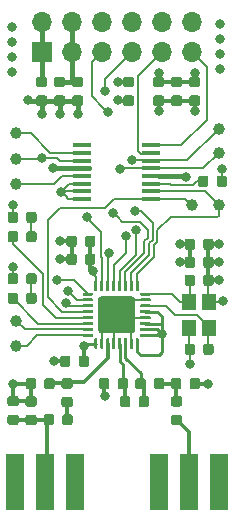
<source format=gbr>
G04 #@! TF.GenerationSoftware,KiCad,Pcbnew,5.0.1*
G04 #@! TF.CreationDate,2019-01-06T19:01:27+01:00*
G04 #@! TF.ProjectId,SX1257_pmod,5358313235375F706D6F642E6B696361,rev?*
G04 #@! TF.SameCoordinates,Original*
G04 #@! TF.FileFunction,Copper,L1,Top,Signal*
G04 #@! TF.FilePolarity,Positive*
%FSLAX46Y46*%
G04 Gerber Fmt 4.6, Leading zero omitted, Abs format (unit mm)*
G04 Created by KiCad (PCBNEW 5.0.1) date Sun 06 Jan 2019 07:01:27 PM CET*
%MOMM*%
%LPD*%
G01*
G04 APERTURE LIST*
G04 #@! TA.AperFunction,SMDPad,CuDef*
%ADD10R,1.200000X1.400000*%
G04 #@! TD*
G04 #@! TA.AperFunction,SMDPad,CuDef*
%ADD11R,1.524000X4.800000*%
G04 #@! TD*
G04 #@! TA.AperFunction,BGAPad,CuDef*
%ADD12C,1.000000*%
G04 #@! TD*
G04 #@! TA.AperFunction,Conductor*
%ADD13C,0.100000*%
G04 #@! TD*
G04 #@! TA.AperFunction,SMDPad,CuDef*
%ADD14C,0.875000*%
G04 #@! TD*
G04 #@! TA.AperFunction,ComponentPad*
%ADD15R,1.700000X1.700000*%
G04 #@! TD*
G04 #@! TA.AperFunction,ComponentPad*
%ADD16O,1.700000X1.700000*%
G04 #@! TD*
G04 #@! TA.AperFunction,SMDPad,CuDef*
%ADD17C,3.100000*%
G04 #@! TD*
G04 #@! TA.AperFunction,ViaPad*
%ADD18C,0.500000*%
G04 #@! TD*
G04 #@! TA.AperFunction,SMDPad,CuDef*
%ADD19C,0.250000*%
G04 #@! TD*
G04 #@! TA.AperFunction,SMDPad,CuDef*
%ADD20R,1.500000X0.450000*%
G04 #@! TD*
G04 #@! TA.AperFunction,ViaPad*
%ADD21C,0.800000*%
G04 #@! TD*
G04 #@! TA.AperFunction,Conductor*
%ADD22C,0.203200*%
G04 #@! TD*
G04 #@! TA.AperFunction,Conductor*
%ADD23C,0.400000*%
G04 #@! TD*
G04 #@! TA.AperFunction,Conductor*
%ADD24C,0.342900*%
G04 #@! TD*
G04 #@! TA.AperFunction,Conductor*
%ADD25C,0.254000*%
G04 #@! TD*
G04 APERTURE END LIST*
D10*
G04 #@! TO.P,Y1,1*
G04 #@! TO.N,/XTA*
X132295000Y-52535000D03*
G04 #@! TO.P,Y1,2*
G04 #@! TO.N,GND*
X132295000Y-50335000D03*
G04 #@! TO.P,Y1,3*
G04 #@! TO.N,/XTB*
X130595000Y-50335000D03*
G04 #@! TO.P,Y1,4*
G04 #@! TO.N,GND*
X130595000Y-52535000D03*
G04 #@! TD*
D11*
G04 #@! TO.P,J3,2*
G04 #@! TO.N,GND*
X133096000Y-65613000D03*
X128016000Y-65613000D03*
G04 #@! TO.P,J3,1*
G04 #@! TO.N,Net-(C8-Pad1)*
X130556000Y-65613000D03*
G04 #@! TD*
G04 #@! TO.P,J2,1*
G04 #@! TO.N,Net-(C4-Pad1)*
X118364000Y-65613000D03*
G04 #@! TO.P,J2,2*
G04 #@! TO.N,GND*
X115824000Y-65613000D03*
X120904000Y-65613000D03*
G04 #@! TD*
D12*
G04 #@! TO.P,TP9,1*
G04 #@! TO.N,/GPIO3*
X115951000Y-40386000D03*
G04 #@! TD*
G04 #@! TO.P,TP8,1*
G04 #@! TO.N,/GPIO2*
X115951000Y-36068000D03*
G04 #@! TD*
D13*
G04 #@! TO.N,GND*
G04 #@! TO.C,C11*
G36*
X132472691Y-44992053D02*
X132493926Y-44995203D01*
X132514750Y-45000419D01*
X132534962Y-45007651D01*
X132554368Y-45016830D01*
X132572781Y-45027866D01*
X132590024Y-45040654D01*
X132605930Y-45055070D01*
X132620346Y-45070976D01*
X132633134Y-45088219D01*
X132644170Y-45106632D01*
X132653349Y-45126038D01*
X132660581Y-45146250D01*
X132665797Y-45167074D01*
X132668947Y-45188309D01*
X132670000Y-45209750D01*
X132670000Y-45722250D01*
X132668947Y-45743691D01*
X132665797Y-45764926D01*
X132660581Y-45785750D01*
X132653349Y-45805962D01*
X132644170Y-45825368D01*
X132633134Y-45843781D01*
X132620346Y-45861024D01*
X132605930Y-45876930D01*
X132590024Y-45891346D01*
X132572781Y-45904134D01*
X132554368Y-45915170D01*
X132534962Y-45924349D01*
X132514750Y-45931581D01*
X132493926Y-45936797D01*
X132472691Y-45939947D01*
X132451250Y-45941000D01*
X132013750Y-45941000D01*
X131992309Y-45939947D01*
X131971074Y-45936797D01*
X131950250Y-45931581D01*
X131930038Y-45924349D01*
X131910632Y-45915170D01*
X131892219Y-45904134D01*
X131874976Y-45891346D01*
X131859070Y-45876930D01*
X131844654Y-45861024D01*
X131831866Y-45843781D01*
X131820830Y-45825368D01*
X131811651Y-45805962D01*
X131804419Y-45785750D01*
X131799203Y-45764926D01*
X131796053Y-45743691D01*
X131795000Y-45722250D01*
X131795000Y-45209750D01*
X131796053Y-45188309D01*
X131799203Y-45167074D01*
X131804419Y-45146250D01*
X131811651Y-45126038D01*
X131820830Y-45106632D01*
X131831866Y-45088219D01*
X131844654Y-45070976D01*
X131859070Y-45055070D01*
X131874976Y-45040654D01*
X131892219Y-45027866D01*
X131910632Y-45016830D01*
X131930038Y-45007651D01*
X131950250Y-45000419D01*
X131971074Y-44995203D01*
X131992309Y-44992053D01*
X132013750Y-44991000D01*
X132451250Y-44991000D01*
X132472691Y-44992053D01*
X132472691Y-44992053D01*
G37*
D14*
G04 #@! TD*
G04 #@! TO.P,C11,2*
G04 #@! TO.N,GND*
X132232500Y-45466000D03*
D13*
G04 #@! TO.N,+3V3*
G04 #@! TO.C,C11*
G36*
X130897691Y-44992053D02*
X130918926Y-44995203D01*
X130939750Y-45000419D01*
X130959962Y-45007651D01*
X130979368Y-45016830D01*
X130997781Y-45027866D01*
X131015024Y-45040654D01*
X131030930Y-45055070D01*
X131045346Y-45070976D01*
X131058134Y-45088219D01*
X131069170Y-45106632D01*
X131078349Y-45126038D01*
X131085581Y-45146250D01*
X131090797Y-45167074D01*
X131093947Y-45188309D01*
X131095000Y-45209750D01*
X131095000Y-45722250D01*
X131093947Y-45743691D01*
X131090797Y-45764926D01*
X131085581Y-45785750D01*
X131078349Y-45805962D01*
X131069170Y-45825368D01*
X131058134Y-45843781D01*
X131045346Y-45861024D01*
X131030930Y-45876930D01*
X131015024Y-45891346D01*
X130997781Y-45904134D01*
X130979368Y-45915170D01*
X130959962Y-45924349D01*
X130939750Y-45931581D01*
X130918926Y-45936797D01*
X130897691Y-45939947D01*
X130876250Y-45941000D01*
X130438750Y-45941000D01*
X130417309Y-45939947D01*
X130396074Y-45936797D01*
X130375250Y-45931581D01*
X130355038Y-45924349D01*
X130335632Y-45915170D01*
X130317219Y-45904134D01*
X130299976Y-45891346D01*
X130284070Y-45876930D01*
X130269654Y-45861024D01*
X130256866Y-45843781D01*
X130245830Y-45825368D01*
X130236651Y-45805962D01*
X130229419Y-45785750D01*
X130224203Y-45764926D01*
X130221053Y-45743691D01*
X130220000Y-45722250D01*
X130220000Y-45209750D01*
X130221053Y-45188309D01*
X130224203Y-45167074D01*
X130229419Y-45146250D01*
X130236651Y-45126038D01*
X130245830Y-45106632D01*
X130256866Y-45088219D01*
X130269654Y-45070976D01*
X130284070Y-45055070D01*
X130299976Y-45040654D01*
X130317219Y-45027866D01*
X130335632Y-45016830D01*
X130355038Y-45007651D01*
X130375250Y-45000419D01*
X130396074Y-44995203D01*
X130417309Y-44992053D01*
X130438750Y-44991000D01*
X130876250Y-44991000D01*
X130897691Y-44992053D01*
X130897691Y-44992053D01*
G37*
D14*
G04 #@! TD*
G04 #@! TO.P,C11,1*
G04 #@! TO.N,+3V3*
X130657500Y-45466000D03*
D13*
G04 #@! TO.N,/RF_IN*
G04 #@! TO.C,C1*
G36*
X119010691Y-56803053D02*
X119031926Y-56806203D01*
X119052750Y-56811419D01*
X119072962Y-56818651D01*
X119092368Y-56827830D01*
X119110781Y-56838866D01*
X119128024Y-56851654D01*
X119143930Y-56866070D01*
X119158346Y-56881976D01*
X119171134Y-56899219D01*
X119182170Y-56917632D01*
X119191349Y-56937038D01*
X119198581Y-56957250D01*
X119203797Y-56978074D01*
X119206947Y-56999309D01*
X119208000Y-57020750D01*
X119208000Y-57533250D01*
X119206947Y-57554691D01*
X119203797Y-57575926D01*
X119198581Y-57596750D01*
X119191349Y-57616962D01*
X119182170Y-57636368D01*
X119171134Y-57654781D01*
X119158346Y-57672024D01*
X119143930Y-57687930D01*
X119128024Y-57702346D01*
X119110781Y-57715134D01*
X119092368Y-57726170D01*
X119072962Y-57735349D01*
X119052750Y-57742581D01*
X119031926Y-57747797D01*
X119010691Y-57750947D01*
X118989250Y-57752000D01*
X118551750Y-57752000D01*
X118530309Y-57750947D01*
X118509074Y-57747797D01*
X118488250Y-57742581D01*
X118468038Y-57735349D01*
X118448632Y-57726170D01*
X118430219Y-57715134D01*
X118412976Y-57702346D01*
X118397070Y-57687930D01*
X118382654Y-57672024D01*
X118369866Y-57654781D01*
X118358830Y-57636368D01*
X118349651Y-57616962D01*
X118342419Y-57596750D01*
X118337203Y-57575926D01*
X118334053Y-57554691D01*
X118333000Y-57533250D01*
X118333000Y-57020750D01*
X118334053Y-56999309D01*
X118337203Y-56978074D01*
X118342419Y-56957250D01*
X118349651Y-56937038D01*
X118358830Y-56917632D01*
X118369866Y-56899219D01*
X118382654Y-56881976D01*
X118397070Y-56866070D01*
X118412976Y-56851654D01*
X118430219Y-56838866D01*
X118448632Y-56827830D01*
X118468038Y-56818651D01*
X118488250Y-56811419D01*
X118509074Y-56806203D01*
X118530309Y-56803053D01*
X118551750Y-56802000D01*
X118989250Y-56802000D01*
X119010691Y-56803053D01*
X119010691Y-56803053D01*
G37*
D14*
G04 #@! TD*
G04 #@! TO.P,C1,1*
G04 #@! TO.N,/RF_IN*
X118770500Y-57277000D03*
D13*
G04 #@! TO.N,GND*
G04 #@! TO.C,C1*
G36*
X117435691Y-56803053D02*
X117456926Y-56806203D01*
X117477750Y-56811419D01*
X117497962Y-56818651D01*
X117517368Y-56827830D01*
X117535781Y-56838866D01*
X117553024Y-56851654D01*
X117568930Y-56866070D01*
X117583346Y-56881976D01*
X117596134Y-56899219D01*
X117607170Y-56917632D01*
X117616349Y-56937038D01*
X117623581Y-56957250D01*
X117628797Y-56978074D01*
X117631947Y-56999309D01*
X117633000Y-57020750D01*
X117633000Y-57533250D01*
X117631947Y-57554691D01*
X117628797Y-57575926D01*
X117623581Y-57596750D01*
X117616349Y-57616962D01*
X117607170Y-57636368D01*
X117596134Y-57654781D01*
X117583346Y-57672024D01*
X117568930Y-57687930D01*
X117553024Y-57702346D01*
X117535781Y-57715134D01*
X117517368Y-57726170D01*
X117497962Y-57735349D01*
X117477750Y-57742581D01*
X117456926Y-57747797D01*
X117435691Y-57750947D01*
X117414250Y-57752000D01*
X116976750Y-57752000D01*
X116955309Y-57750947D01*
X116934074Y-57747797D01*
X116913250Y-57742581D01*
X116893038Y-57735349D01*
X116873632Y-57726170D01*
X116855219Y-57715134D01*
X116837976Y-57702346D01*
X116822070Y-57687930D01*
X116807654Y-57672024D01*
X116794866Y-57654781D01*
X116783830Y-57636368D01*
X116774651Y-57616962D01*
X116767419Y-57596750D01*
X116762203Y-57575926D01*
X116759053Y-57554691D01*
X116758000Y-57533250D01*
X116758000Y-57020750D01*
X116759053Y-56999309D01*
X116762203Y-56978074D01*
X116767419Y-56957250D01*
X116774651Y-56937038D01*
X116783830Y-56917632D01*
X116794866Y-56899219D01*
X116807654Y-56881976D01*
X116822070Y-56866070D01*
X116837976Y-56851654D01*
X116855219Y-56838866D01*
X116873632Y-56827830D01*
X116893038Y-56818651D01*
X116913250Y-56811419D01*
X116934074Y-56806203D01*
X116955309Y-56803053D01*
X116976750Y-56802000D01*
X117414250Y-56802000D01*
X117435691Y-56803053D01*
X117435691Y-56803053D01*
G37*
D14*
G04 #@! TD*
G04 #@! TO.P,C1,2*
G04 #@! TO.N,GND*
X117195500Y-57277000D03*
D13*
G04 #@! TO.N,/RF_ON*
G04 #@! TO.C,C2*
G36*
X125436691Y-58327053D02*
X125457926Y-58330203D01*
X125478750Y-58335419D01*
X125498962Y-58342651D01*
X125518368Y-58351830D01*
X125536781Y-58362866D01*
X125554024Y-58375654D01*
X125569930Y-58390070D01*
X125584346Y-58405976D01*
X125597134Y-58423219D01*
X125608170Y-58441632D01*
X125617349Y-58461038D01*
X125624581Y-58481250D01*
X125629797Y-58502074D01*
X125632947Y-58523309D01*
X125634000Y-58544750D01*
X125634000Y-59057250D01*
X125632947Y-59078691D01*
X125629797Y-59099926D01*
X125624581Y-59120750D01*
X125617349Y-59140962D01*
X125608170Y-59160368D01*
X125597134Y-59178781D01*
X125584346Y-59196024D01*
X125569930Y-59211930D01*
X125554024Y-59226346D01*
X125536781Y-59239134D01*
X125518368Y-59250170D01*
X125498962Y-59259349D01*
X125478750Y-59266581D01*
X125457926Y-59271797D01*
X125436691Y-59274947D01*
X125415250Y-59276000D01*
X124977750Y-59276000D01*
X124956309Y-59274947D01*
X124935074Y-59271797D01*
X124914250Y-59266581D01*
X124894038Y-59259349D01*
X124874632Y-59250170D01*
X124856219Y-59239134D01*
X124838976Y-59226346D01*
X124823070Y-59211930D01*
X124808654Y-59196024D01*
X124795866Y-59178781D01*
X124784830Y-59160368D01*
X124775651Y-59140962D01*
X124768419Y-59120750D01*
X124763203Y-59099926D01*
X124760053Y-59078691D01*
X124759000Y-59057250D01*
X124759000Y-58544750D01*
X124760053Y-58523309D01*
X124763203Y-58502074D01*
X124768419Y-58481250D01*
X124775651Y-58461038D01*
X124784830Y-58441632D01*
X124795866Y-58423219D01*
X124808654Y-58405976D01*
X124823070Y-58390070D01*
X124838976Y-58375654D01*
X124856219Y-58362866D01*
X124874632Y-58351830D01*
X124894038Y-58342651D01*
X124914250Y-58335419D01*
X124935074Y-58330203D01*
X124956309Y-58327053D01*
X124977750Y-58326000D01*
X125415250Y-58326000D01*
X125436691Y-58327053D01*
X125436691Y-58327053D01*
G37*
D14*
G04 #@! TD*
G04 #@! TO.P,C2,2*
G04 #@! TO.N,/RF_ON*
X125196500Y-58801000D03*
D13*
G04 #@! TO.N,/RF_OP*
G04 #@! TO.C,C2*
G36*
X127011691Y-58327053D02*
X127032926Y-58330203D01*
X127053750Y-58335419D01*
X127073962Y-58342651D01*
X127093368Y-58351830D01*
X127111781Y-58362866D01*
X127129024Y-58375654D01*
X127144930Y-58390070D01*
X127159346Y-58405976D01*
X127172134Y-58423219D01*
X127183170Y-58441632D01*
X127192349Y-58461038D01*
X127199581Y-58481250D01*
X127204797Y-58502074D01*
X127207947Y-58523309D01*
X127209000Y-58544750D01*
X127209000Y-59057250D01*
X127207947Y-59078691D01*
X127204797Y-59099926D01*
X127199581Y-59120750D01*
X127192349Y-59140962D01*
X127183170Y-59160368D01*
X127172134Y-59178781D01*
X127159346Y-59196024D01*
X127144930Y-59211930D01*
X127129024Y-59226346D01*
X127111781Y-59239134D01*
X127093368Y-59250170D01*
X127073962Y-59259349D01*
X127053750Y-59266581D01*
X127032926Y-59271797D01*
X127011691Y-59274947D01*
X126990250Y-59276000D01*
X126552750Y-59276000D01*
X126531309Y-59274947D01*
X126510074Y-59271797D01*
X126489250Y-59266581D01*
X126469038Y-59259349D01*
X126449632Y-59250170D01*
X126431219Y-59239134D01*
X126413976Y-59226346D01*
X126398070Y-59211930D01*
X126383654Y-59196024D01*
X126370866Y-59178781D01*
X126359830Y-59160368D01*
X126350651Y-59140962D01*
X126343419Y-59120750D01*
X126338203Y-59099926D01*
X126335053Y-59078691D01*
X126334000Y-59057250D01*
X126334000Y-58544750D01*
X126335053Y-58523309D01*
X126338203Y-58502074D01*
X126343419Y-58481250D01*
X126350651Y-58461038D01*
X126359830Y-58441632D01*
X126370866Y-58423219D01*
X126383654Y-58405976D01*
X126398070Y-58390070D01*
X126413976Y-58375654D01*
X126431219Y-58362866D01*
X126449632Y-58351830D01*
X126469038Y-58342651D01*
X126489250Y-58335419D01*
X126510074Y-58330203D01*
X126531309Y-58327053D01*
X126552750Y-58326000D01*
X126990250Y-58326000D01*
X127011691Y-58327053D01*
X127011691Y-58327053D01*
G37*
D14*
G04 #@! TD*
G04 #@! TO.P,C2,1*
G04 #@! TO.N,/RF_OP*
X126771500Y-58801000D03*
D13*
G04 #@! TO.N,/RF_ON*
G04 #@! TO.C,C3*
G36*
X125233691Y-56803053D02*
X125254926Y-56806203D01*
X125275750Y-56811419D01*
X125295962Y-56818651D01*
X125315368Y-56827830D01*
X125333781Y-56838866D01*
X125351024Y-56851654D01*
X125366930Y-56866070D01*
X125381346Y-56881976D01*
X125394134Y-56899219D01*
X125405170Y-56917632D01*
X125414349Y-56937038D01*
X125421581Y-56957250D01*
X125426797Y-56978074D01*
X125429947Y-56999309D01*
X125431000Y-57020750D01*
X125431000Y-57533250D01*
X125429947Y-57554691D01*
X125426797Y-57575926D01*
X125421581Y-57596750D01*
X125414349Y-57616962D01*
X125405170Y-57636368D01*
X125394134Y-57654781D01*
X125381346Y-57672024D01*
X125366930Y-57687930D01*
X125351024Y-57702346D01*
X125333781Y-57715134D01*
X125315368Y-57726170D01*
X125295962Y-57735349D01*
X125275750Y-57742581D01*
X125254926Y-57747797D01*
X125233691Y-57750947D01*
X125212250Y-57752000D01*
X124774750Y-57752000D01*
X124753309Y-57750947D01*
X124732074Y-57747797D01*
X124711250Y-57742581D01*
X124691038Y-57735349D01*
X124671632Y-57726170D01*
X124653219Y-57715134D01*
X124635976Y-57702346D01*
X124620070Y-57687930D01*
X124605654Y-57672024D01*
X124592866Y-57654781D01*
X124581830Y-57636368D01*
X124572651Y-57616962D01*
X124565419Y-57596750D01*
X124560203Y-57575926D01*
X124557053Y-57554691D01*
X124556000Y-57533250D01*
X124556000Y-57020750D01*
X124557053Y-56999309D01*
X124560203Y-56978074D01*
X124565419Y-56957250D01*
X124572651Y-56937038D01*
X124581830Y-56917632D01*
X124592866Y-56899219D01*
X124605654Y-56881976D01*
X124620070Y-56866070D01*
X124635976Y-56851654D01*
X124653219Y-56838866D01*
X124671632Y-56827830D01*
X124691038Y-56818651D01*
X124711250Y-56811419D01*
X124732074Y-56806203D01*
X124753309Y-56803053D01*
X124774750Y-56802000D01*
X125212250Y-56802000D01*
X125233691Y-56803053D01*
X125233691Y-56803053D01*
G37*
D14*
G04 #@! TD*
G04 #@! TO.P,C3,1*
G04 #@! TO.N,/RF_ON*
X124993500Y-57277000D03*
D13*
G04 #@! TO.N,GND*
G04 #@! TO.C,C3*
G36*
X123658691Y-56803053D02*
X123679926Y-56806203D01*
X123700750Y-56811419D01*
X123720962Y-56818651D01*
X123740368Y-56827830D01*
X123758781Y-56838866D01*
X123776024Y-56851654D01*
X123791930Y-56866070D01*
X123806346Y-56881976D01*
X123819134Y-56899219D01*
X123830170Y-56917632D01*
X123839349Y-56937038D01*
X123846581Y-56957250D01*
X123851797Y-56978074D01*
X123854947Y-56999309D01*
X123856000Y-57020750D01*
X123856000Y-57533250D01*
X123854947Y-57554691D01*
X123851797Y-57575926D01*
X123846581Y-57596750D01*
X123839349Y-57616962D01*
X123830170Y-57636368D01*
X123819134Y-57654781D01*
X123806346Y-57672024D01*
X123791930Y-57687930D01*
X123776024Y-57702346D01*
X123758781Y-57715134D01*
X123740368Y-57726170D01*
X123720962Y-57735349D01*
X123700750Y-57742581D01*
X123679926Y-57747797D01*
X123658691Y-57750947D01*
X123637250Y-57752000D01*
X123199750Y-57752000D01*
X123178309Y-57750947D01*
X123157074Y-57747797D01*
X123136250Y-57742581D01*
X123116038Y-57735349D01*
X123096632Y-57726170D01*
X123078219Y-57715134D01*
X123060976Y-57702346D01*
X123045070Y-57687930D01*
X123030654Y-57672024D01*
X123017866Y-57654781D01*
X123006830Y-57636368D01*
X122997651Y-57616962D01*
X122990419Y-57596750D01*
X122985203Y-57575926D01*
X122982053Y-57554691D01*
X122981000Y-57533250D01*
X122981000Y-57020750D01*
X122982053Y-56999309D01*
X122985203Y-56978074D01*
X122990419Y-56957250D01*
X122997651Y-56937038D01*
X123006830Y-56917632D01*
X123017866Y-56899219D01*
X123030654Y-56881976D01*
X123045070Y-56866070D01*
X123060976Y-56851654D01*
X123078219Y-56838866D01*
X123096632Y-56827830D01*
X123116038Y-56818651D01*
X123136250Y-56811419D01*
X123157074Y-56806203D01*
X123178309Y-56803053D01*
X123199750Y-56802000D01*
X123637250Y-56802000D01*
X123658691Y-56803053D01*
X123658691Y-56803053D01*
G37*
D14*
G04 #@! TD*
G04 #@! TO.P,C3,2*
G04 #@! TO.N,GND*
X123418500Y-57277000D03*
D13*
G04 #@! TO.N,Net-(C4-Pad2)*
G04 #@! TO.C,C4*
G36*
X120534691Y-59851053D02*
X120555926Y-59854203D01*
X120576750Y-59859419D01*
X120596962Y-59866651D01*
X120616368Y-59875830D01*
X120634781Y-59886866D01*
X120652024Y-59899654D01*
X120667930Y-59914070D01*
X120682346Y-59929976D01*
X120695134Y-59947219D01*
X120706170Y-59965632D01*
X120715349Y-59985038D01*
X120722581Y-60005250D01*
X120727797Y-60026074D01*
X120730947Y-60047309D01*
X120732000Y-60068750D01*
X120732000Y-60581250D01*
X120730947Y-60602691D01*
X120727797Y-60623926D01*
X120722581Y-60644750D01*
X120715349Y-60664962D01*
X120706170Y-60684368D01*
X120695134Y-60702781D01*
X120682346Y-60720024D01*
X120667930Y-60735930D01*
X120652024Y-60750346D01*
X120634781Y-60763134D01*
X120616368Y-60774170D01*
X120596962Y-60783349D01*
X120576750Y-60790581D01*
X120555926Y-60795797D01*
X120534691Y-60798947D01*
X120513250Y-60800000D01*
X120075750Y-60800000D01*
X120054309Y-60798947D01*
X120033074Y-60795797D01*
X120012250Y-60790581D01*
X119992038Y-60783349D01*
X119972632Y-60774170D01*
X119954219Y-60763134D01*
X119936976Y-60750346D01*
X119921070Y-60735930D01*
X119906654Y-60720024D01*
X119893866Y-60702781D01*
X119882830Y-60684368D01*
X119873651Y-60664962D01*
X119866419Y-60644750D01*
X119861203Y-60623926D01*
X119858053Y-60602691D01*
X119857000Y-60581250D01*
X119857000Y-60068750D01*
X119858053Y-60047309D01*
X119861203Y-60026074D01*
X119866419Y-60005250D01*
X119873651Y-59985038D01*
X119882830Y-59965632D01*
X119893866Y-59947219D01*
X119906654Y-59929976D01*
X119921070Y-59914070D01*
X119936976Y-59899654D01*
X119954219Y-59886866D01*
X119972632Y-59875830D01*
X119992038Y-59866651D01*
X120012250Y-59859419D01*
X120033074Y-59854203D01*
X120054309Y-59851053D01*
X120075750Y-59850000D01*
X120513250Y-59850000D01*
X120534691Y-59851053D01*
X120534691Y-59851053D01*
G37*
D14*
G04 #@! TD*
G04 #@! TO.P,C4,2*
G04 #@! TO.N,Net-(C4-Pad2)*
X120294500Y-60325000D03*
D13*
G04 #@! TO.N,Net-(C4-Pad1)*
G04 #@! TO.C,C4*
G36*
X118959691Y-59851053D02*
X118980926Y-59854203D01*
X119001750Y-59859419D01*
X119021962Y-59866651D01*
X119041368Y-59875830D01*
X119059781Y-59886866D01*
X119077024Y-59899654D01*
X119092930Y-59914070D01*
X119107346Y-59929976D01*
X119120134Y-59947219D01*
X119131170Y-59965632D01*
X119140349Y-59985038D01*
X119147581Y-60005250D01*
X119152797Y-60026074D01*
X119155947Y-60047309D01*
X119157000Y-60068750D01*
X119157000Y-60581250D01*
X119155947Y-60602691D01*
X119152797Y-60623926D01*
X119147581Y-60644750D01*
X119140349Y-60664962D01*
X119131170Y-60684368D01*
X119120134Y-60702781D01*
X119107346Y-60720024D01*
X119092930Y-60735930D01*
X119077024Y-60750346D01*
X119059781Y-60763134D01*
X119041368Y-60774170D01*
X119021962Y-60783349D01*
X119001750Y-60790581D01*
X118980926Y-60795797D01*
X118959691Y-60798947D01*
X118938250Y-60800000D01*
X118500750Y-60800000D01*
X118479309Y-60798947D01*
X118458074Y-60795797D01*
X118437250Y-60790581D01*
X118417038Y-60783349D01*
X118397632Y-60774170D01*
X118379219Y-60763134D01*
X118361976Y-60750346D01*
X118346070Y-60735930D01*
X118331654Y-60720024D01*
X118318866Y-60702781D01*
X118307830Y-60684368D01*
X118298651Y-60664962D01*
X118291419Y-60644750D01*
X118286203Y-60623926D01*
X118283053Y-60602691D01*
X118282000Y-60581250D01*
X118282000Y-60068750D01*
X118283053Y-60047309D01*
X118286203Y-60026074D01*
X118291419Y-60005250D01*
X118298651Y-59985038D01*
X118307830Y-59965632D01*
X118318866Y-59947219D01*
X118331654Y-59929976D01*
X118346070Y-59914070D01*
X118361976Y-59899654D01*
X118379219Y-59886866D01*
X118397632Y-59875830D01*
X118417038Y-59866651D01*
X118437250Y-59859419D01*
X118458074Y-59854203D01*
X118479309Y-59851053D01*
X118500750Y-59850000D01*
X118938250Y-59850000D01*
X118959691Y-59851053D01*
X118959691Y-59851053D01*
G37*
D14*
G04 #@! TD*
G04 #@! TO.P,C4,1*
G04 #@! TO.N,Net-(C4-Pad1)*
X118719500Y-60325000D03*
D13*
G04 #@! TO.N,Net-(C5-Pad1)*
G04 #@! TO.C,C5*
G36*
X129754691Y-56803053D02*
X129775926Y-56806203D01*
X129796750Y-56811419D01*
X129816962Y-56818651D01*
X129836368Y-56827830D01*
X129854781Y-56838866D01*
X129872024Y-56851654D01*
X129887930Y-56866070D01*
X129902346Y-56881976D01*
X129915134Y-56899219D01*
X129926170Y-56917632D01*
X129935349Y-56937038D01*
X129942581Y-56957250D01*
X129947797Y-56978074D01*
X129950947Y-56999309D01*
X129952000Y-57020750D01*
X129952000Y-57533250D01*
X129950947Y-57554691D01*
X129947797Y-57575926D01*
X129942581Y-57596750D01*
X129935349Y-57616962D01*
X129926170Y-57636368D01*
X129915134Y-57654781D01*
X129902346Y-57672024D01*
X129887930Y-57687930D01*
X129872024Y-57702346D01*
X129854781Y-57715134D01*
X129836368Y-57726170D01*
X129816962Y-57735349D01*
X129796750Y-57742581D01*
X129775926Y-57747797D01*
X129754691Y-57750947D01*
X129733250Y-57752000D01*
X129295750Y-57752000D01*
X129274309Y-57750947D01*
X129253074Y-57747797D01*
X129232250Y-57742581D01*
X129212038Y-57735349D01*
X129192632Y-57726170D01*
X129174219Y-57715134D01*
X129156976Y-57702346D01*
X129141070Y-57687930D01*
X129126654Y-57672024D01*
X129113866Y-57654781D01*
X129102830Y-57636368D01*
X129093651Y-57616962D01*
X129086419Y-57596750D01*
X129081203Y-57575926D01*
X129078053Y-57554691D01*
X129077000Y-57533250D01*
X129077000Y-57020750D01*
X129078053Y-56999309D01*
X129081203Y-56978074D01*
X129086419Y-56957250D01*
X129093651Y-56937038D01*
X129102830Y-56917632D01*
X129113866Y-56899219D01*
X129126654Y-56881976D01*
X129141070Y-56866070D01*
X129156976Y-56851654D01*
X129174219Y-56838866D01*
X129192632Y-56827830D01*
X129212038Y-56818651D01*
X129232250Y-56811419D01*
X129253074Y-56806203D01*
X129274309Y-56803053D01*
X129295750Y-56802000D01*
X129733250Y-56802000D01*
X129754691Y-56803053D01*
X129754691Y-56803053D01*
G37*
D14*
G04 #@! TD*
G04 #@! TO.P,C5,1*
G04 #@! TO.N,Net-(C5-Pad1)*
X129514500Y-57277000D03*
D13*
G04 #@! TO.N,GND*
G04 #@! TO.C,C5*
G36*
X131329691Y-56803053D02*
X131350926Y-56806203D01*
X131371750Y-56811419D01*
X131391962Y-56818651D01*
X131411368Y-56827830D01*
X131429781Y-56838866D01*
X131447024Y-56851654D01*
X131462930Y-56866070D01*
X131477346Y-56881976D01*
X131490134Y-56899219D01*
X131501170Y-56917632D01*
X131510349Y-56937038D01*
X131517581Y-56957250D01*
X131522797Y-56978074D01*
X131525947Y-56999309D01*
X131527000Y-57020750D01*
X131527000Y-57533250D01*
X131525947Y-57554691D01*
X131522797Y-57575926D01*
X131517581Y-57596750D01*
X131510349Y-57616962D01*
X131501170Y-57636368D01*
X131490134Y-57654781D01*
X131477346Y-57672024D01*
X131462930Y-57687930D01*
X131447024Y-57702346D01*
X131429781Y-57715134D01*
X131411368Y-57726170D01*
X131391962Y-57735349D01*
X131371750Y-57742581D01*
X131350926Y-57747797D01*
X131329691Y-57750947D01*
X131308250Y-57752000D01*
X130870750Y-57752000D01*
X130849309Y-57750947D01*
X130828074Y-57747797D01*
X130807250Y-57742581D01*
X130787038Y-57735349D01*
X130767632Y-57726170D01*
X130749219Y-57715134D01*
X130731976Y-57702346D01*
X130716070Y-57687930D01*
X130701654Y-57672024D01*
X130688866Y-57654781D01*
X130677830Y-57636368D01*
X130668651Y-57616962D01*
X130661419Y-57596750D01*
X130656203Y-57575926D01*
X130653053Y-57554691D01*
X130652000Y-57533250D01*
X130652000Y-57020750D01*
X130653053Y-56999309D01*
X130656203Y-56978074D01*
X130661419Y-56957250D01*
X130668651Y-56937038D01*
X130677830Y-56917632D01*
X130688866Y-56899219D01*
X130701654Y-56881976D01*
X130716070Y-56866070D01*
X130731976Y-56851654D01*
X130749219Y-56838866D01*
X130767632Y-56827830D01*
X130787038Y-56818651D01*
X130807250Y-56811419D01*
X130828074Y-56806203D01*
X130849309Y-56803053D01*
X130870750Y-56802000D01*
X131308250Y-56802000D01*
X131329691Y-56803053D01*
X131329691Y-56803053D01*
G37*
D14*
G04 #@! TD*
G04 #@! TO.P,C5,2*
G04 #@! TO.N,GND*
X131089500Y-57277000D03*
D13*
G04 #@! TO.N,GND*
G04 #@! TO.C,C6*
G36*
X120890191Y-44738053D02*
X120911426Y-44741203D01*
X120932250Y-44746419D01*
X120952462Y-44753651D01*
X120971868Y-44762830D01*
X120990281Y-44773866D01*
X121007524Y-44786654D01*
X121023430Y-44801070D01*
X121037846Y-44816976D01*
X121050634Y-44834219D01*
X121061670Y-44852632D01*
X121070849Y-44872038D01*
X121078081Y-44892250D01*
X121083297Y-44913074D01*
X121086447Y-44934309D01*
X121087500Y-44955750D01*
X121087500Y-45468250D01*
X121086447Y-45489691D01*
X121083297Y-45510926D01*
X121078081Y-45531750D01*
X121070849Y-45551962D01*
X121061670Y-45571368D01*
X121050634Y-45589781D01*
X121037846Y-45607024D01*
X121023430Y-45622930D01*
X121007524Y-45637346D01*
X120990281Y-45650134D01*
X120971868Y-45661170D01*
X120952462Y-45670349D01*
X120932250Y-45677581D01*
X120911426Y-45682797D01*
X120890191Y-45685947D01*
X120868750Y-45687000D01*
X120431250Y-45687000D01*
X120409809Y-45685947D01*
X120388574Y-45682797D01*
X120367750Y-45677581D01*
X120347538Y-45670349D01*
X120328132Y-45661170D01*
X120309719Y-45650134D01*
X120292476Y-45637346D01*
X120276570Y-45622930D01*
X120262154Y-45607024D01*
X120249366Y-45589781D01*
X120238330Y-45571368D01*
X120229151Y-45551962D01*
X120221919Y-45531750D01*
X120216703Y-45510926D01*
X120213553Y-45489691D01*
X120212500Y-45468250D01*
X120212500Y-44955750D01*
X120213553Y-44934309D01*
X120216703Y-44913074D01*
X120221919Y-44892250D01*
X120229151Y-44872038D01*
X120238330Y-44852632D01*
X120249366Y-44834219D01*
X120262154Y-44816976D01*
X120276570Y-44801070D01*
X120292476Y-44786654D01*
X120309719Y-44773866D01*
X120328132Y-44762830D01*
X120347538Y-44753651D01*
X120367750Y-44746419D01*
X120388574Y-44741203D01*
X120409809Y-44738053D01*
X120431250Y-44737000D01*
X120868750Y-44737000D01*
X120890191Y-44738053D01*
X120890191Y-44738053D01*
G37*
D14*
G04 #@! TD*
G04 #@! TO.P,C6,2*
G04 #@! TO.N,GND*
X120650000Y-45212000D03*
D13*
G04 #@! TO.N,+3V3*
G04 #@! TO.C,C6*
G36*
X122465191Y-44738053D02*
X122486426Y-44741203D01*
X122507250Y-44746419D01*
X122527462Y-44753651D01*
X122546868Y-44762830D01*
X122565281Y-44773866D01*
X122582524Y-44786654D01*
X122598430Y-44801070D01*
X122612846Y-44816976D01*
X122625634Y-44834219D01*
X122636670Y-44852632D01*
X122645849Y-44872038D01*
X122653081Y-44892250D01*
X122658297Y-44913074D01*
X122661447Y-44934309D01*
X122662500Y-44955750D01*
X122662500Y-45468250D01*
X122661447Y-45489691D01*
X122658297Y-45510926D01*
X122653081Y-45531750D01*
X122645849Y-45551962D01*
X122636670Y-45571368D01*
X122625634Y-45589781D01*
X122612846Y-45607024D01*
X122598430Y-45622930D01*
X122582524Y-45637346D01*
X122565281Y-45650134D01*
X122546868Y-45661170D01*
X122527462Y-45670349D01*
X122507250Y-45677581D01*
X122486426Y-45682797D01*
X122465191Y-45685947D01*
X122443750Y-45687000D01*
X122006250Y-45687000D01*
X121984809Y-45685947D01*
X121963574Y-45682797D01*
X121942750Y-45677581D01*
X121922538Y-45670349D01*
X121903132Y-45661170D01*
X121884719Y-45650134D01*
X121867476Y-45637346D01*
X121851570Y-45622930D01*
X121837154Y-45607024D01*
X121824366Y-45589781D01*
X121813330Y-45571368D01*
X121804151Y-45551962D01*
X121796919Y-45531750D01*
X121791703Y-45510926D01*
X121788553Y-45489691D01*
X121787500Y-45468250D01*
X121787500Y-44955750D01*
X121788553Y-44934309D01*
X121791703Y-44913074D01*
X121796919Y-44892250D01*
X121804151Y-44872038D01*
X121813330Y-44852632D01*
X121824366Y-44834219D01*
X121837154Y-44816976D01*
X121851570Y-44801070D01*
X121867476Y-44786654D01*
X121884719Y-44773866D01*
X121903132Y-44762830D01*
X121922538Y-44753651D01*
X121942750Y-44746419D01*
X121963574Y-44741203D01*
X121984809Y-44738053D01*
X122006250Y-44737000D01*
X122443750Y-44737000D01*
X122465191Y-44738053D01*
X122465191Y-44738053D01*
G37*
D14*
G04 #@! TD*
G04 #@! TO.P,C6,1*
G04 #@! TO.N,+3V3*
X122225000Y-45212000D03*
D13*
G04 #@! TO.N,Net-(C4-Pad1)*
G04 #@! TO.C,C7*
G36*
X115974691Y-59888553D02*
X115995926Y-59891703D01*
X116016750Y-59896919D01*
X116036962Y-59904151D01*
X116056368Y-59913330D01*
X116074781Y-59924366D01*
X116092024Y-59937154D01*
X116107930Y-59951570D01*
X116122346Y-59967476D01*
X116135134Y-59984719D01*
X116146170Y-60003132D01*
X116155349Y-60022538D01*
X116162581Y-60042750D01*
X116167797Y-60063574D01*
X116170947Y-60084809D01*
X116172000Y-60106250D01*
X116172000Y-60543750D01*
X116170947Y-60565191D01*
X116167797Y-60586426D01*
X116162581Y-60607250D01*
X116155349Y-60627462D01*
X116146170Y-60646868D01*
X116135134Y-60665281D01*
X116122346Y-60682524D01*
X116107930Y-60698430D01*
X116092024Y-60712846D01*
X116074781Y-60725634D01*
X116056368Y-60736670D01*
X116036962Y-60745849D01*
X116016750Y-60753081D01*
X115995926Y-60758297D01*
X115974691Y-60761447D01*
X115953250Y-60762500D01*
X115440750Y-60762500D01*
X115419309Y-60761447D01*
X115398074Y-60758297D01*
X115377250Y-60753081D01*
X115357038Y-60745849D01*
X115337632Y-60736670D01*
X115319219Y-60725634D01*
X115301976Y-60712846D01*
X115286070Y-60698430D01*
X115271654Y-60682524D01*
X115258866Y-60665281D01*
X115247830Y-60646868D01*
X115238651Y-60627462D01*
X115231419Y-60607250D01*
X115226203Y-60586426D01*
X115223053Y-60565191D01*
X115222000Y-60543750D01*
X115222000Y-60106250D01*
X115223053Y-60084809D01*
X115226203Y-60063574D01*
X115231419Y-60042750D01*
X115238651Y-60022538D01*
X115247830Y-60003132D01*
X115258866Y-59984719D01*
X115271654Y-59967476D01*
X115286070Y-59951570D01*
X115301976Y-59937154D01*
X115319219Y-59924366D01*
X115337632Y-59913330D01*
X115357038Y-59904151D01*
X115377250Y-59896919D01*
X115398074Y-59891703D01*
X115419309Y-59888553D01*
X115440750Y-59887500D01*
X115953250Y-59887500D01*
X115974691Y-59888553D01*
X115974691Y-59888553D01*
G37*
D14*
G04 #@! TD*
G04 #@! TO.P,C7,1*
G04 #@! TO.N,Net-(C4-Pad1)*
X115697000Y-60325000D03*
D13*
G04 #@! TO.N,GND*
G04 #@! TO.C,C7*
G36*
X115974691Y-58313553D02*
X115995926Y-58316703D01*
X116016750Y-58321919D01*
X116036962Y-58329151D01*
X116056368Y-58338330D01*
X116074781Y-58349366D01*
X116092024Y-58362154D01*
X116107930Y-58376570D01*
X116122346Y-58392476D01*
X116135134Y-58409719D01*
X116146170Y-58428132D01*
X116155349Y-58447538D01*
X116162581Y-58467750D01*
X116167797Y-58488574D01*
X116170947Y-58509809D01*
X116172000Y-58531250D01*
X116172000Y-58968750D01*
X116170947Y-58990191D01*
X116167797Y-59011426D01*
X116162581Y-59032250D01*
X116155349Y-59052462D01*
X116146170Y-59071868D01*
X116135134Y-59090281D01*
X116122346Y-59107524D01*
X116107930Y-59123430D01*
X116092024Y-59137846D01*
X116074781Y-59150634D01*
X116056368Y-59161670D01*
X116036962Y-59170849D01*
X116016750Y-59178081D01*
X115995926Y-59183297D01*
X115974691Y-59186447D01*
X115953250Y-59187500D01*
X115440750Y-59187500D01*
X115419309Y-59186447D01*
X115398074Y-59183297D01*
X115377250Y-59178081D01*
X115357038Y-59170849D01*
X115337632Y-59161670D01*
X115319219Y-59150634D01*
X115301976Y-59137846D01*
X115286070Y-59123430D01*
X115271654Y-59107524D01*
X115258866Y-59090281D01*
X115247830Y-59071868D01*
X115238651Y-59052462D01*
X115231419Y-59032250D01*
X115226203Y-59011426D01*
X115223053Y-58990191D01*
X115222000Y-58968750D01*
X115222000Y-58531250D01*
X115223053Y-58509809D01*
X115226203Y-58488574D01*
X115231419Y-58467750D01*
X115238651Y-58447538D01*
X115247830Y-58428132D01*
X115258866Y-58409719D01*
X115271654Y-58392476D01*
X115286070Y-58376570D01*
X115301976Y-58362154D01*
X115319219Y-58349366D01*
X115337632Y-58338330D01*
X115357038Y-58329151D01*
X115377250Y-58321919D01*
X115398074Y-58316703D01*
X115419309Y-58313553D01*
X115440750Y-58312500D01*
X115953250Y-58312500D01*
X115974691Y-58313553D01*
X115974691Y-58313553D01*
G37*
D14*
G04 #@! TD*
G04 #@! TO.P,C7,2*
G04 #@! TO.N,GND*
X115697000Y-58750000D03*
D13*
G04 #@! TO.N,GND*
G04 #@! TO.C,C9*
G36*
X125753691Y-32863053D02*
X125774926Y-32866203D01*
X125795750Y-32871419D01*
X125815962Y-32878651D01*
X125835368Y-32887830D01*
X125853781Y-32898866D01*
X125871024Y-32911654D01*
X125886930Y-32926070D01*
X125901346Y-32941976D01*
X125914134Y-32959219D01*
X125925170Y-32977632D01*
X125934349Y-32997038D01*
X125941581Y-33017250D01*
X125946797Y-33038074D01*
X125949947Y-33059309D01*
X125951000Y-33080750D01*
X125951000Y-33518250D01*
X125949947Y-33539691D01*
X125946797Y-33560926D01*
X125941581Y-33581750D01*
X125934349Y-33601962D01*
X125925170Y-33621368D01*
X125914134Y-33639781D01*
X125901346Y-33657024D01*
X125886930Y-33672930D01*
X125871024Y-33687346D01*
X125853781Y-33700134D01*
X125835368Y-33711170D01*
X125815962Y-33720349D01*
X125795750Y-33727581D01*
X125774926Y-33732797D01*
X125753691Y-33735947D01*
X125732250Y-33737000D01*
X125219750Y-33737000D01*
X125198309Y-33735947D01*
X125177074Y-33732797D01*
X125156250Y-33727581D01*
X125136038Y-33720349D01*
X125116632Y-33711170D01*
X125098219Y-33700134D01*
X125080976Y-33687346D01*
X125065070Y-33672930D01*
X125050654Y-33657024D01*
X125037866Y-33639781D01*
X125026830Y-33621368D01*
X125017651Y-33601962D01*
X125010419Y-33581750D01*
X125005203Y-33560926D01*
X125002053Y-33539691D01*
X125001000Y-33518250D01*
X125001000Y-33080750D01*
X125002053Y-33059309D01*
X125005203Y-33038074D01*
X125010419Y-33017250D01*
X125017651Y-32997038D01*
X125026830Y-32977632D01*
X125037866Y-32959219D01*
X125050654Y-32941976D01*
X125065070Y-32926070D01*
X125080976Y-32911654D01*
X125098219Y-32898866D01*
X125116632Y-32887830D01*
X125136038Y-32878651D01*
X125156250Y-32871419D01*
X125177074Y-32866203D01*
X125198309Y-32863053D01*
X125219750Y-32862000D01*
X125732250Y-32862000D01*
X125753691Y-32863053D01*
X125753691Y-32863053D01*
G37*
D14*
G04 #@! TD*
G04 #@! TO.P,C9,2*
G04 #@! TO.N,GND*
X125476000Y-33299500D03*
D13*
G04 #@! TO.N,+3V3*
G04 #@! TO.C,C9*
G36*
X125753691Y-31288053D02*
X125774926Y-31291203D01*
X125795750Y-31296419D01*
X125815962Y-31303651D01*
X125835368Y-31312830D01*
X125853781Y-31323866D01*
X125871024Y-31336654D01*
X125886930Y-31351070D01*
X125901346Y-31366976D01*
X125914134Y-31384219D01*
X125925170Y-31402632D01*
X125934349Y-31422038D01*
X125941581Y-31442250D01*
X125946797Y-31463074D01*
X125949947Y-31484309D01*
X125951000Y-31505750D01*
X125951000Y-31943250D01*
X125949947Y-31964691D01*
X125946797Y-31985926D01*
X125941581Y-32006750D01*
X125934349Y-32026962D01*
X125925170Y-32046368D01*
X125914134Y-32064781D01*
X125901346Y-32082024D01*
X125886930Y-32097930D01*
X125871024Y-32112346D01*
X125853781Y-32125134D01*
X125835368Y-32136170D01*
X125815962Y-32145349D01*
X125795750Y-32152581D01*
X125774926Y-32157797D01*
X125753691Y-32160947D01*
X125732250Y-32162000D01*
X125219750Y-32162000D01*
X125198309Y-32160947D01*
X125177074Y-32157797D01*
X125156250Y-32152581D01*
X125136038Y-32145349D01*
X125116632Y-32136170D01*
X125098219Y-32125134D01*
X125080976Y-32112346D01*
X125065070Y-32097930D01*
X125050654Y-32082024D01*
X125037866Y-32064781D01*
X125026830Y-32046368D01*
X125017651Y-32026962D01*
X125010419Y-32006750D01*
X125005203Y-31985926D01*
X125002053Y-31964691D01*
X125001000Y-31943250D01*
X125001000Y-31505750D01*
X125002053Y-31484309D01*
X125005203Y-31463074D01*
X125010419Y-31442250D01*
X125017651Y-31422038D01*
X125026830Y-31402632D01*
X125037866Y-31384219D01*
X125050654Y-31366976D01*
X125065070Y-31351070D01*
X125080976Y-31336654D01*
X125098219Y-31323866D01*
X125116632Y-31312830D01*
X125136038Y-31303651D01*
X125156250Y-31296419D01*
X125177074Y-31291203D01*
X125198309Y-31288053D01*
X125219750Y-31287000D01*
X125732250Y-31287000D01*
X125753691Y-31288053D01*
X125753691Y-31288053D01*
G37*
D14*
G04 #@! TD*
G04 #@! TO.P,C9,1*
G04 #@! TO.N,+3V3*
X125476000Y-31724500D03*
D13*
G04 #@! TO.N,+3V3*
G04 #@! TO.C,C10*
G36*
X130897691Y-46516053D02*
X130918926Y-46519203D01*
X130939750Y-46524419D01*
X130959962Y-46531651D01*
X130979368Y-46540830D01*
X130997781Y-46551866D01*
X131015024Y-46564654D01*
X131030930Y-46579070D01*
X131045346Y-46594976D01*
X131058134Y-46612219D01*
X131069170Y-46630632D01*
X131078349Y-46650038D01*
X131085581Y-46670250D01*
X131090797Y-46691074D01*
X131093947Y-46712309D01*
X131095000Y-46733750D01*
X131095000Y-47246250D01*
X131093947Y-47267691D01*
X131090797Y-47288926D01*
X131085581Y-47309750D01*
X131078349Y-47329962D01*
X131069170Y-47349368D01*
X131058134Y-47367781D01*
X131045346Y-47385024D01*
X131030930Y-47400930D01*
X131015024Y-47415346D01*
X130997781Y-47428134D01*
X130979368Y-47439170D01*
X130959962Y-47448349D01*
X130939750Y-47455581D01*
X130918926Y-47460797D01*
X130897691Y-47463947D01*
X130876250Y-47465000D01*
X130438750Y-47465000D01*
X130417309Y-47463947D01*
X130396074Y-47460797D01*
X130375250Y-47455581D01*
X130355038Y-47448349D01*
X130335632Y-47439170D01*
X130317219Y-47428134D01*
X130299976Y-47415346D01*
X130284070Y-47400930D01*
X130269654Y-47385024D01*
X130256866Y-47367781D01*
X130245830Y-47349368D01*
X130236651Y-47329962D01*
X130229419Y-47309750D01*
X130224203Y-47288926D01*
X130221053Y-47267691D01*
X130220000Y-47246250D01*
X130220000Y-46733750D01*
X130221053Y-46712309D01*
X130224203Y-46691074D01*
X130229419Y-46670250D01*
X130236651Y-46650038D01*
X130245830Y-46630632D01*
X130256866Y-46612219D01*
X130269654Y-46594976D01*
X130284070Y-46579070D01*
X130299976Y-46564654D01*
X130317219Y-46551866D01*
X130335632Y-46540830D01*
X130355038Y-46531651D01*
X130375250Y-46524419D01*
X130396074Y-46519203D01*
X130417309Y-46516053D01*
X130438750Y-46515000D01*
X130876250Y-46515000D01*
X130897691Y-46516053D01*
X130897691Y-46516053D01*
G37*
D14*
G04 #@! TD*
G04 #@! TO.P,C10,1*
G04 #@! TO.N,+3V3*
X130657500Y-46990000D03*
D13*
G04 #@! TO.N,GND*
G04 #@! TO.C,C10*
G36*
X132472691Y-46516053D02*
X132493926Y-46519203D01*
X132514750Y-46524419D01*
X132534962Y-46531651D01*
X132554368Y-46540830D01*
X132572781Y-46551866D01*
X132590024Y-46564654D01*
X132605930Y-46579070D01*
X132620346Y-46594976D01*
X132633134Y-46612219D01*
X132644170Y-46630632D01*
X132653349Y-46650038D01*
X132660581Y-46670250D01*
X132665797Y-46691074D01*
X132668947Y-46712309D01*
X132670000Y-46733750D01*
X132670000Y-47246250D01*
X132668947Y-47267691D01*
X132665797Y-47288926D01*
X132660581Y-47309750D01*
X132653349Y-47329962D01*
X132644170Y-47349368D01*
X132633134Y-47367781D01*
X132620346Y-47385024D01*
X132605930Y-47400930D01*
X132590024Y-47415346D01*
X132572781Y-47428134D01*
X132554368Y-47439170D01*
X132534962Y-47448349D01*
X132514750Y-47455581D01*
X132493926Y-47460797D01*
X132472691Y-47463947D01*
X132451250Y-47465000D01*
X132013750Y-47465000D01*
X131992309Y-47463947D01*
X131971074Y-47460797D01*
X131950250Y-47455581D01*
X131930038Y-47448349D01*
X131910632Y-47439170D01*
X131892219Y-47428134D01*
X131874976Y-47415346D01*
X131859070Y-47400930D01*
X131844654Y-47385024D01*
X131831866Y-47367781D01*
X131820830Y-47349368D01*
X131811651Y-47329962D01*
X131804419Y-47309750D01*
X131799203Y-47288926D01*
X131796053Y-47267691D01*
X131795000Y-47246250D01*
X131795000Y-46733750D01*
X131796053Y-46712309D01*
X131799203Y-46691074D01*
X131804419Y-46670250D01*
X131811651Y-46650038D01*
X131820830Y-46630632D01*
X131831866Y-46612219D01*
X131844654Y-46594976D01*
X131859070Y-46579070D01*
X131874976Y-46564654D01*
X131892219Y-46551866D01*
X131910632Y-46540830D01*
X131930038Y-46531651D01*
X131950250Y-46524419D01*
X131971074Y-46519203D01*
X131992309Y-46516053D01*
X132013750Y-46515000D01*
X132451250Y-46515000D01*
X132472691Y-46516053D01*
X132472691Y-46516053D01*
G37*
D14*
G04 #@! TD*
G04 #@! TO.P,C10,2*
G04 #@! TO.N,GND*
X132232500Y-46990000D03*
D13*
G04 #@! TO.N,GND*
G04 #@! TO.C,C12*
G36*
X120890191Y-46262053D02*
X120911426Y-46265203D01*
X120932250Y-46270419D01*
X120952462Y-46277651D01*
X120971868Y-46286830D01*
X120990281Y-46297866D01*
X121007524Y-46310654D01*
X121023430Y-46325070D01*
X121037846Y-46340976D01*
X121050634Y-46358219D01*
X121061670Y-46376632D01*
X121070849Y-46396038D01*
X121078081Y-46416250D01*
X121083297Y-46437074D01*
X121086447Y-46458309D01*
X121087500Y-46479750D01*
X121087500Y-46992250D01*
X121086447Y-47013691D01*
X121083297Y-47034926D01*
X121078081Y-47055750D01*
X121070849Y-47075962D01*
X121061670Y-47095368D01*
X121050634Y-47113781D01*
X121037846Y-47131024D01*
X121023430Y-47146930D01*
X121007524Y-47161346D01*
X120990281Y-47174134D01*
X120971868Y-47185170D01*
X120952462Y-47194349D01*
X120932250Y-47201581D01*
X120911426Y-47206797D01*
X120890191Y-47209947D01*
X120868750Y-47211000D01*
X120431250Y-47211000D01*
X120409809Y-47209947D01*
X120388574Y-47206797D01*
X120367750Y-47201581D01*
X120347538Y-47194349D01*
X120328132Y-47185170D01*
X120309719Y-47174134D01*
X120292476Y-47161346D01*
X120276570Y-47146930D01*
X120262154Y-47131024D01*
X120249366Y-47113781D01*
X120238330Y-47095368D01*
X120229151Y-47075962D01*
X120221919Y-47055750D01*
X120216703Y-47034926D01*
X120213553Y-47013691D01*
X120212500Y-46992250D01*
X120212500Y-46479750D01*
X120213553Y-46458309D01*
X120216703Y-46437074D01*
X120221919Y-46416250D01*
X120229151Y-46396038D01*
X120238330Y-46376632D01*
X120249366Y-46358219D01*
X120262154Y-46340976D01*
X120276570Y-46325070D01*
X120292476Y-46310654D01*
X120309719Y-46297866D01*
X120328132Y-46286830D01*
X120347538Y-46277651D01*
X120367750Y-46270419D01*
X120388574Y-46265203D01*
X120409809Y-46262053D01*
X120431250Y-46261000D01*
X120868750Y-46261000D01*
X120890191Y-46262053D01*
X120890191Y-46262053D01*
G37*
D14*
G04 #@! TD*
G04 #@! TO.P,C12,2*
G04 #@! TO.N,GND*
X120650000Y-46736000D03*
D13*
G04 #@! TO.N,+3V3*
G04 #@! TO.C,C12*
G36*
X122465191Y-46262053D02*
X122486426Y-46265203D01*
X122507250Y-46270419D01*
X122527462Y-46277651D01*
X122546868Y-46286830D01*
X122565281Y-46297866D01*
X122582524Y-46310654D01*
X122598430Y-46325070D01*
X122612846Y-46340976D01*
X122625634Y-46358219D01*
X122636670Y-46376632D01*
X122645849Y-46396038D01*
X122653081Y-46416250D01*
X122658297Y-46437074D01*
X122661447Y-46458309D01*
X122662500Y-46479750D01*
X122662500Y-46992250D01*
X122661447Y-47013691D01*
X122658297Y-47034926D01*
X122653081Y-47055750D01*
X122645849Y-47075962D01*
X122636670Y-47095368D01*
X122625634Y-47113781D01*
X122612846Y-47131024D01*
X122598430Y-47146930D01*
X122582524Y-47161346D01*
X122565281Y-47174134D01*
X122546868Y-47185170D01*
X122527462Y-47194349D01*
X122507250Y-47201581D01*
X122486426Y-47206797D01*
X122465191Y-47209947D01*
X122443750Y-47211000D01*
X122006250Y-47211000D01*
X121984809Y-47209947D01*
X121963574Y-47206797D01*
X121942750Y-47201581D01*
X121922538Y-47194349D01*
X121903132Y-47185170D01*
X121884719Y-47174134D01*
X121867476Y-47161346D01*
X121851570Y-47146930D01*
X121837154Y-47131024D01*
X121824366Y-47113781D01*
X121813330Y-47095368D01*
X121804151Y-47075962D01*
X121796919Y-47055750D01*
X121791703Y-47034926D01*
X121788553Y-47013691D01*
X121787500Y-46992250D01*
X121787500Y-46479750D01*
X121788553Y-46458309D01*
X121791703Y-46437074D01*
X121796919Y-46416250D01*
X121804151Y-46396038D01*
X121813330Y-46376632D01*
X121824366Y-46358219D01*
X121837154Y-46340976D01*
X121851570Y-46325070D01*
X121867476Y-46310654D01*
X121884719Y-46297866D01*
X121903132Y-46286830D01*
X121922538Y-46277651D01*
X121942750Y-46270419D01*
X121963574Y-46265203D01*
X121984809Y-46262053D01*
X122006250Y-46261000D01*
X122443750Y-46261000D01*
X122465191Y-46262053D01*
X122465191Y-46262053D01*
G37*
D14*
G04 #@! TD*
G04 #@! TO.P,C12,1*
G04 #@! TO.N,+3V3*
X122225000Y-46736000D03*
D13*
G04 #@! TO.N,+3V3*
G04 #@! TO.C,C13*
G36*
X121931691Y-54898053D02*
X121952926Y-54901203D01*
X121973750Y-54906419D01*
X121993962Y-54913651D01*
X122013368Y-54922830D01*
X122031781Y-54933866D01*
X122049024Y-54946654D01*
X122064930Y-54961070D01*
X122079346Y-54976976D01*
X122092134Y-54994219D01*
X122103170Y-55012632D01*
X122112349Y-55032038D01*
X122119581Y-55052250D01*
X122124797Y-55073074D01*
X122127947Y-55094309D01*
X122129000Y-55115750D01*
X122129000Y-55628250D01*
X122127947Y-55649691D01*
X122124797Y-55670926D01*
X122119581Y-55691750D01*
X122112349Y-55711962D01*
X122103170Y-55731368D01*
X122092134Y-55749781D01*
X122079346Y-55767024D01*
X122064930Y-55782930D01*
X122049024Y-55797346D01*
X122031781Y-55810134D01*
X122013368Y-55821170D01*
X121993962Y-55830349D01*
X121973750Y-55837581D01*
X121952926Y-55842797D01*
X121931691Y-55845947D01*
X121910250Y-55847000D01*
X121472750Y-55847000D01*
X121451309Y-55845947D01*
X121430074Y-55842797D01*
X121409250Y-55837581D01*
X121389038Y-55830349D01*
X121369632Y-55821170D01*
X121351219Y-55810134D01*
X121333976Y-55797346D01*
X121318070Y-55782930D01*
X121303654Y-55767024D01*
X121290866Y-55749781D01*
X121279830Y-55731368D01*
X121270651Y-55711962D01*
X121263419Y-55691750D01*
X121258203Y-55670926D01*
X121255053Y-55649691D01*
X121254000Y-55628250D01*
X121254000Y-55115750D01*
X121255053Y-55094309D01*
X121258203Y-55073074D01*
X121263419Y-55052250D01*
X121270651Y-55032038D01*
X121279830Y-55012632D01*
X121290866Y-54994219D01*
X121303654Y-54976976D01*
X121318070Y-54961070D01*
X121333976Y-54946654D01*
X121351219Y-54933866D01*
X121369632Y-54922830D01*
X121389038Y-54913651D01*
X121409250Y-54906419D01*
X121430074Y-54901203D01*
X121451309Y-54898053D01*
X121472750Y-54897000D01*
X121910250Y-54897000D01*
X121931691Y-54898053D01*
X121931691Y-54898053D01*
G37*
D14*
G04 #@! TD*
G04 #@! TO.P,C13,1*
G04 #@! TO.N,+3V3*
X121691500Y-55372000D03*
D13*
G04 #@! TO.N,GND*
G04 #@! TO.C,C13*
G36*
X120356691Y-54898053D02*
X120377926Y-54901203D01*
X120398750Y-54906419D01*
X120418962Y-54913651D01*
X120438368Y-54922830D01*
X120456781Y-54933866D01*
X120474024Y-54946654D01*
X120489930Y-54961070D01*
X120504346Y-54976976D01*
X120517134Y-54994219D01*
X120528170Y-55012632D01*
X120537349Y-55032038D01*
X120544581Y-55052250D01*
X120549797Y-55073074D01*
X120552947Y-55094309D01*
X120554000Y-55115750D01*
X120554000Y-55628250D01*
X120552947Y-55649691D01*
X120549797Y-55670926D01*
X120544581Y-55691750D01*
X120537349Y-55711962D01*
X120528170Y-55731368D01*
X120517134Y-55749781D01*
X120504346Y-55767024D01*
X120489930Y-55782930D01*
X120474024Y-55797346D01*
X120456781Y-55810134D01*
X120438368Y-55821170D01*
X120418962Y-55830349D01*
X120398750Y-55837581D01*
X120377926Y-55842797D01*
X120356691Y-55845947D01*
X120335250Y-55847000D01*
X119897750Y-55847000D01*
X119876309Y-55845947D01*
X119855074Y-55842797D01*
X119834250Y-55837581D01*
X119814038Y-55830349D01*
X119794632Y-55821170D01*
X119776219Y-55810134D01*
X119758976Y-55797346D01*
X119743070Y-55782930D01*
X119728654Y-55767024D01*
X119715866Y-55749781D01*
X119704830Y-55731368D01*
X119695651Y-55711962D01*
X119688419Y-55691750D01*
X119683203Y-55670926D01*
X119680053Y-55649691D01*
X119679000Y-55628250D01*
X119679000Y-55115750D01*
X119680053Y-55094309D01*
X119683203Y-55073074D01*
X119688419Y-55052250D01*
X119695651Y-55032038D01*
X119704830Y-55012632D01*
X119715866Y-54994219D01*
X119728654Y-54976976D01*
X119743070Y-54961070D01*
X119758976Y-54946654D01*
X119776219Y-54933866D01*
X119794632Y-54922830D01*
X119814038Y-54913651D01*
X119834250Y-54906419D01*
X119855074Y-54901203D01*
X119876309Y-54898053D01*
X119897750Y-54897000D01*
X120335250Y-54897000D01*
X120356691Y-54898053D01*
X120356691Y-54898053D01*
G37*
D14*
G04 #@! TD*
G04 #@! TO.P,C13,2*
G04 #@! TO.N,GND*
X120116500Y-55372000D03*
D13*
G04 #@! TO.N,GND*
G04 #@! TO.C,C14*
G36*
X131341691Y-32863053D02*
X131362926Y-32866203D01*
X131383750Y-32871419D01*
X131403962Y-32878651D01*
X131423368Y-32887830D01*
X131441781Y-32898866D01*
X131459024Y-32911654D01*
X131474930Y-32926070D01*
X131489346Y-32941976D01*
X131502134Y-32959219D01*
X131513170Y-32977632D01*
X131522349Y-32997038D01*
X131529581Y-33017250D01*
X131534797Y-33038074D01*
X131537947Y-33059309D01*
X131539000Y-33080750D01*
X131539000Y-33518250D01*
X131537947Y-33539691D01*
X131534797Y-33560926D01*
X131529581Y-33581750D01*
X131522349Y-33601962D01*
X131513170Y-33621368D01*
X131502134Y-33639781D01*
X131489346Y-33657024D01*
X131474930Y-33672930D01*
X131459024Y-33687346D01*
X131441781Y-33700134D01*
X131423368Y-33711170D01*
X131403962Y-33720349D01*
X131383750Y-33727581D01*
X131362926Y-33732797D01*
X131341691Y-33735947D01*
X131320250Y-33737000D01*
X130807750Y-33737000D01*
X130786309Y-33735947D01*
X130765074Y-33732797D01*
X130744250Y-33727581D01*
X130724038Y-33720349D01*
X130704632Y-33711170D01*
X130686219Y-33700134D01*
X130668976Y-33687346D01*
X130653070Y-33672930D01*
X130638654Y-33657024D01*
X130625866Y-33639781D01*
X130614830Y-33621368D01*
X130605651Y-33601962D01*
X130598419Y-33581750D01*
X130593203Y-33560926D01*
X130590053Y-33539691D01*
X130589000Y-33518250D01*
X130589000Y-33080750D01*
X130590053Y-33059309D01*
X130593203Y-33038074D01*
X130598419Y-33017250D01*
X130605651Y-32997038D01*
X130614830Y-32977632D01*
X130625866Y-32959219D01*
X130638654Y-32941976D01*
X130653070Y-32926070D01*
X130668976Y-32911654D01*
X130686219Y-32898866D01*
X130704632Y-32887830D01*
X130724038Y-32878651D01*
X130744250Y-32871419D01*
X130765074Y-32866203D01*
X130786309Y-32863053D01*
X130807750Y-32862000D01*
X131320250Y-32862000D01*
X131341691Y-32863053D01*
X131341691Y-32863053D01*
G37*
D14*
G04 #@! TD*
G04 #@! TO.P,C14,2*
G04 #@! TO.N,GND*
X131064000Y-33299500D03*
D13*
G04 #@! TO.N,+3V3*
G04 #@! TO.C,C14*
G36*
X131341691Y-31288053D02*
X131362926Y-31291203D01*
X131383750Y-31296419D01*
X131403962Y-31303651D01*
X131423368Y-31312830D01*
X131441781Y-31323866D01*
X131459024Y-31336654D01*
X131474930Y-31351070D01*
X131489346Y-31366976D01*
X131502134Y-31384219D01*
X131513170Y-31402632D01*
X131522349Y-31422038D01*
X131529581Y-31442250D01*
X131534797Y-31463074D01*
X131537947Y-31484309D01*
X131539000Y-31505750D01*
X131539000Y-31943250D01*
X131537947Y-31964691D01*
X131534797Y-31985926D01*
X131529581Y-32006750D01*
X131522349Y-32026962D01*
X131513170Y-32046368D01*
X131502134Y-32064781D01*
X131489346Y-32082024D01*
X131474930Y-32097930D01*
X131459024Y-32112346D01*
X131441781Y-32125134D01*
X131423368Y-32136170D01*
X131403962Y-32145349D01*
X131383750Y-32152581D01*
X131362926Y-32157797D01*
X131341691Y-32160947D01*
X131320250Y-32162000D01*
X130807750Y-32162000D01*
X130786309Y-32160947D01*
X130765074Y-32157797D01*
X130744250Y-32152581D01*
X130724038Y-32145349D01*
X130704632Y-32136170D01*
X130686219Y-32125134D01*
X130668976Y-32112346D01*
X130653070Y-32097930D01*
X130638654Y-32082024D01*
X130625866Y-32064781D01*
X130614830Y-32046368D01*
X130605651Y-32026962D01*
X130598419Y-32006750D01*
X130593203Y-31985926D01*
X130590053Y-31964691D01*
X130589000Y-31943250D01*
X130589000Y-31505750D01*
X130590053Y-31484309D01*
X130593203Y-31463074D01*
X130598419Y-31442250D01*
X130605651Y-31422038D01*
X130614830Y-31402632D01*
X130625866Y-31384219D01*
X130638654Y-31366976D01*
X130653070Y-31351070D01*
X130668976Y-31336654D01*
X130686219Y-31323866D01*
X130704632Y-31312830D01*
X130724038Y-31303651D01*
X130744250Y-31296419D01*
X130765074Y-31291203D01*
X130786309Y-31288053D01*
X130807750Y-31287000D01*
X131320250Y-31287000D01*
X131341691Y-31288053D01*
X131341691Y-31288053D01*
G37*
D14*
G04 #@! TD*
G04 #@! TO.P,C14,1*
G04 #@! TO.N,+3V3*
X131064000Y-31724500D03*
D13*
G04 #@! TO.N,+3V3*
G04 #@! TO.C,C15*
G36*
X129817691Y-31288053D02*
X129838926Y-31291203D01*
X129859750Y-31296419D01*
X129879962Y-31303651D01*
X129899368Y-31312830D01*
X129917781Y-31323866D01*
X129935024Y-31336654D01*
X129950930Y-31351070D01*
X129965346Y-31366976D01*
X129978134Y-31384219D01*
X129989170Y-31402632D01*
X129998349Y-31422038D01*
X130005581Y-31442250D01*
X130010797Y-31463074D01*
X130013947Y-31484309D01*
X130015000Y-31505750D01*
X130015000Y-31943250D01*
X130013947Y-31964691D01*
X130010797Y-31985926D01*
X130005581Y-32006750D01*
X129998349Y-32026962D01*
X129989170Y-32046368D01*
X129978134Y-32064781D01*
X129965346Y-32082024D01*
X129950930Y-32097930D01*
X129935024Y-32112346D01*
X129917781Y-32125134D01*
X129899368Y-32136170D01*
X129879962Y-32145349D01*
X129859750Y-32152581D01*
X129838926Y-32157797D01*
X129817691Y-32160947D01*
X129796250Y-32162000D01*
X129283750Y-32162000D01*
X129262309Y-32160947D01*
X129241074Y-32157797D01*
X129220250Y-32152581D01*
X129200038Y-32145349D01*
X129180632Y-32136170D01*
X129162219Y-32125134D01*
X129144976Y-32112346D01*
X129129070Y-32097930D01*
X129114654Y-32082024D01*
X129101866Y-32064781D01*
X129090830Y-32046368D01*
X129081651Y-32026962D01*
X129074419Y-32006750D01*
X129069203Y-31985926D01*
X129066053Y-31964691D01*
X129065000Y-31943250D01*
X129065000Y-31505750D01*
X129066053Y-31484309D01*
X129069203Y-31463074D01*
X129074419Y-31442250D01*
X129081651Y-31422038D01*
X129090830Y-31402632D01*
X129101866Y-31384219D01*
X129114654Y-31366976D01*
X129129070Y-31351070D01*
X129144976Y-31336654D01*
X129162219Y-31323866D01*
X129180632Y-31312830D01*
X129200038Y-31303651D01*
X129220250Y-31296419D01*
X129241074Y-31291203D01*
X129262309Y-31288053D01*
X129283750Y-31287000D01*
X129796250Y-31287000D01*
X129817691Y-31288053D01*
X129817691Y-31288053D01*
G37*
D14*
G04 #@! TD*
G04 #@! TO.P,C15,1*
G04 #@! TO.N,+3V3*
X129540000Y-31724500D03*
D13*
G04 #@! TO.N,GND*
G04 #@! TO.C,C15*
G36*
X129817691Y-32863053D02*
X129838926Y-32866203D01*
X129859750Y-32871419D01*
X129879962Y-32878651D01*
X129899368Y-32887830D01*
X129917781Y-32898866D01*
X129935024Y-32911654D01*
X129950930Y-32926070D01*
X129965346Y-32941976D01*
X129978134Y-32959219D01*
X129989170Y-32977632D01*
X129998349Y-32997038D01*
X130005581Y-33017250D01*
X130010797Y-33038074D01*
X130013947Y-33059309D01*
X130015000Y-33080750D01*
X130015000Y-33518250D01*
X130013947Y-33539691D01*
X130010797Y-33560926D01*
X130005581Y-33581750D01*
X129998349Y-33601962D01*
X129989170Y-33621368D01*
X129978134Y-33639781D01*
X129965346Y-33657024D01*
X129950930Y-33672930D01*
X129935024Y-33687346D01*
X129917781Y-33700134D01*
X129899368Y-33711170D01*
X129879962Y-33720349D01*
X129859750Y-33727581D01*
X129838926Y-33732797D01*
X129817691Y-33735947D01*
X129796250Y-33737000D01*
X129283750Y-33737000D01*
X129262309Y-33735947D01*
X129241074Y-33732797D01*
X129220250Y-33727581D01*
X129200038Y-33720349D01*
X129180632Y-33711170D01*
X129162219Y-33700134D01*
X129144976Y-33687346D01*
X129129070Y-33672930D01*
X129114654Y-33657024D01*
X129101866Y-33639781D01*
X129090830Y-33621368D01*
X129081651Y-33601962D01*
X129074419Y-33581750D01*
X129069203Y-33560926D01*
X129066053Y-33539691D01*
X129065000Y-33518250D01*
X129065000Y-33080750D01*
X129066053Y-33059309D01*
X129069203Y-33038074D01*
X129074419Y-33017250D01*
X129081651Y-32997038D01*
X129090830Y-32977632D01*
X129101866Y-32959219D01*
X129114654Y-32941976D01*
X129129070Y-32926070D01*
X129144976Y-32911654D01*
X129162219Y-32898866D01*
X129180632Y-32887830D01*
X129200038Y-32878651D01*
X129220250Y-32871419D01*
X129241074Y-32866203D01*
X129262309Y-32863053D01*
X129283750Y-32862000D01*
X129796250Y-32862000D01*
X129817691Y-32863053D01*
X129817691Y-32863053D01*
G37*
D14*
G04 #@! TD*
G04 #@! TO.P,C15,2*
G04 #@! TO.N,GND*
X129540000Y-33299500D03*
D13*
G04 #@! TO.N,GND*
G04 #@! TO.C,C16*
G36*
X128293691Y-32863053D02*
X128314926Y-32866203D01*
X128335750Y-32871419D01*
X128355962Y-32878651D01*
X128375368Y-32887830D01*
X128393781Y-32898866D01*
X128411024Y-32911654D01*
X128426930Y-32926070D01*
X128441346Y-32941976D01*
X128454134Y-32959219D01*
X128465170Y-32977632D01*
X128474349Y-32997038D01*
X128481581Y-33017250D01*
X128486797Y-33038074D01*
X128489947Y-33059309D01*
X128491000Y-33080750D01*
X128491000Y-33518250D01*
X128489947Y-33539691D01*
X128486797Y-33560926D01*
X128481581Y-33581750D01*
X128474349Y-33601962D01*
X128465170Y-33621368D01*
X128454134Y-33639781D01*
X128441346Y-33657024D01*
X128426930Y-33672930D01*
X128411024Y-33687346D01*
X128393781Y-33700134D01*
X128375368Y-33711170D01*
X128355962Y-33720349D01*
X128335750Y-33727581D01*
X128314926Y-33732797D01*
X128293691Y-33735947D01*
X128272250Y-33737000D01*
X127759750Y-33737000D01*
X127738309Y-33735947D01*
X127717074Y-33732797D01*
X127696250Y-33727581D01*
X127676038Y-33720349D01*
X127656632Y-33711170D01*
X127638219Y-33700134D01*
X127620976Y-33687346D01*
X127605070Y-33672930D01*
X127590654Y-33657024D01*
X127577866Y-33639781D01*
X127566830Y-33621368D01*
X127557651Y-33601962D01*
X127550419Y-33581750D01*
X127545203Y-33560926D01*
X127542053Y-33539691D01*
X127541000Y-33518250D01*
X127541000Y-33080750D01*
X127542053Y-33059309D01*
X127545203Y-33038074D01*
X127550419Y-33017250D01*
X127557651Y-32997038D01*
X127566830Y-32977632D01*
X127577866Y-32959219D01*
X127590654Y-32941976D01*
X127605070Y-32926070D01*
X127620976Y-32911654D01*
X127638219Y-32898866D01*
X127656632Y-32887830D01*
X127676038Y-32878651D01*
X127696250Y-32871419D01*
X127717074Y-32866203D01*
X127738309Y-32863053D01*
X127759750Y-32862000D01*
X128272250Y-32862000D01*
X128293691Y-32863053D01*
X128293691Y-32863053D01*
G37*
D14*
G04 #@! TD*
G04 #@! TO.P,C16,2*
G04 #@! TO.N,GND*
X128016000Y-33299500D03*
D13*
G04 #@! TO.N,+3V3*
G04 #@! TO.C,C16*
G36*
X128293691Y-31288053D02*
X128314926Y-31291203D01*
X128335750Y-31296419D01*
X128355962Y-31303651D01*
X128375368Y-31312830D01*
X128393781Y-31323866D01*
X128411024Y-31336654D01*
X128426930Y-31351070D01*
X128441346Y-31366976D01*
X128454134Y-31384219D01*
X128465170Y-31402632D01*
X128474349Y-31422038D01*
X128481581Y-31442250D01*
X128486797Y-31463074D01*
X128489947Y-31484309D01*
X128491000Y-31505750D01*
X128491000Y-31943250D01*
X128489947Y-31964691D01*
X128486797Y-31985926D01*
X128481581Y-32006750D01*
X128474349Y-32026962D01*
X128465170Y-32046368D01*
X128454134Y-32064781D01*
X128441346Y-32082024D01*
X128426930Y-32097930D01*
X128411024Y-32112346D01*
X128393781Y-32125134D01*
X128375368Y-32136170D01*
X128355962Y-32145349D01*
X128335750Y-32152581D01*
X128314926Y-32157797D01*
X128293691Y-32160947D01*
X128272250Y-32162000D01*
X127759750Y-32162000D01*
X127738309Y-32160947D01*
X127717074Y-32157797D01*
X127696250Y-32152581D01*
X127676038Y-32145349D01*
X127656632Y-32136170D01*
X127638219Y-32125134D01*
X127620976Y-32112346D01*
X127605070Y-32097930D01*
X127590654Y-32082024D01*
X127577866Y-32064781D01*
X127566830Y-32046368D01*
X127557651Y-32026962D01*
X127550419Y-32006750D01*
X127545203Y-31985926D01*
X127542053Y-31964691D01*
X127541000Y-31943250D01*
X127541000Y-31505750D01*
X127542053Y-31484309D01*
X127545203Y-31463074D01*
X127550419Y-31442250D01*
X127557651Y-31422038D01*
X127566830Y-31402632D01*
X127577866Y-31384219D01*
X127590654Y-31366976D01*
X127605070Y-31351070D01*
X127620976Y-31336654D01*
X127638219Y-31323866D01*
X127656632Y-31312830D01*
X127676038Y-31303651D01*
X127696250Y-31296419D01*
X127717074Y-31291203D01*
X127738309Y-31288053D01*
X127759750Y-31287000D01*
X128272250Y-31287000D01*
X128293691Y-31288053D01*
X128293691Y-31288053D01*
G37*
D14*
G04 #@! TD*
G04 #@! TO.P,C16,1*
G04 #@! TO.N,+3V3*
X128016000Y-31724500D03*
D13*
G04 #@! TO.N,+3V3*
G04 #@! TO.C,C17*
G36*
X119911691Y-32863053D02*
X119932926Y-32866203D01*
X119953750Y-32871419D01*
X119973962Y-32878651D01*
X119993368Y-32887830D01*
X120011781Y-32898866D01*
X120029024Y-32911654D01*
X120044930Y-32926070D01*
X120059346Y-32941976D01*
X120072134Y-32959219D01*
X120083170Y-32977632D01*
X120092349Y-32997038D01*
X120099581Y-33017250D01*
X120104797Y-33038074D01*
X120107947Y-33059309D01*
X120109000Y-33080750D01*
X120109000Y-33518250D01*
X120107947Y-33539691D01*
X120104797Y-33560926D01*
X120099581Y-33581750D01*
X120092349Y-33601962D01*
X120083170Y-33621368D01*
X120072134Y-33639781D01*
X120059346Y-33657024D01*
X120044930Y-33672930D01*
X120029024Y-33687346D01*
X120011781Y-33700134D01*
X119993368Y-33711170D01*
X119973962Y-33720349D01*
X119953750Y-33727581D01*
X119932926Y-33732797D01*
X119911691Y-33735947D01*
X119890250Y-33737000D01*
X119377750Y-33737000D01*
X119356309Y-33735947D01*
X119335074Y-33732797D01*
X119314250Y-33727581D01*
X119294038Y-33720349D01*
X119274632Y-33711170D01*
X119256219Y-33700134D01*
X119238976Y-33687346D01*
X119223070Y-33672930D01*
X119208654Y-33657024D01*
X119195866Y-33639781D01*
X119184830Y-33621368D01*
X119175651Y-33601962D01*
X119168419Y-33581750D01*
X119163203Y-33560926D01*
X119160053Y-33539691D01*
X119159000Y-33518250D01*
X119159000Y-33080750D01*
X119160053Y-33059309D01*
X119163203Y-33038074D01*
X119168419Y-33017250D01*
X119175651Y-32997038D01*
X119184830Y-32977632D01*
X119195866Y-32959219D01*
X119208654Y-32941976D01*
X119223070Y-32926070D01*
X119238976Y-32911654D01*
X119256219Y-32898866D01*
X119274632Y-32887830D01*
X119294038Y-32878651D01*
X119314250Y-32871419D01*
X119335074Y-32866203D01*
X119356309Y-32863053D01*
X119377750Y-32862000D01*
X119890250Y-32862000D01*
X119911691Y-32863053D01*
X119911691Y-32863053D01*
G37*
D14*
G04 #@! TD*
G04 #@! TO.P,C17,1*
G04 #@! TO.N,+3V3*
X119634000Y-33299500D03*
D13*
G04 #@! TO.N,GND*
G04 #@! TO.C,C17*
G36*
X119911691Y-31288053D02*
X119932926Y-31291203D01*
X119953750Y-31296419D01*
X119973962Y-31303651D01*
X119993368Y-31312830D01*
X120011781Y-31323866D01*
X120029024Y-31336654D01*
X120044930Y-31351070D01*
X120059346Y-31366976D01*
X120072134Y-31384219D01*
X120083170Y-31402632D01*
X120092349Y-31422038D01*
X120099581Y-31442250D01*
X120104797Y-31463074D01*
X120107947Y-31484309D01*
X120109000Y-31505750D01*
X120109000Y-31943250D01*
X120107947Y-31964691D01*
X120104797Y-31985926D01*
X120099581Y-32006750D01*
X120092349Y-32026962D01*
X120083170Y-32046368D01*
X120072134Y-32064781D01*
X120059346Y-32082024D01*
X120044930Y-32097930D01*
X120029024Y-32112346D01*
X120011781Y-32125134D01*
X119993368Y-32136170D01*
X119973962Y-32145349D01*
X119953750Y-32152581D01*
X119932926Y-32157797D01*
X119911691Y-32160947D01*
X119890250Y-32162000D01*
X119377750Y-32162000D01*
X119356309Y-32160947D01*
X119335074Y-32157797D01*
X119314250Y-32152581D01*
X119294038Y-32145349D01*
X119274632Y-32136170D01*
X119256219Y-32125134D01*
X119238976Y-32112346D01*
X119223070Y-32097930D01*
X119208654Y-32082024D01*
X119195866Y-32064781D01*
X119184830Y-32046368D01*
X119175651Y-32026962D01*
X119168419Y-32006750D01*
X119163203Y-31985926D01*
X119160053Y-31964691D01*
X119159000Y-31943250D01*
X119159000Y-31505750D01*
X119160053Y-31484309D01*
X119163203Y-31463074D01*
X119168419Y-31442250D01*
X119175651Y-31422038D01*
X119184830Y-31402632D01*
X119195866Y-31384219D01*
X119208654Y-31366976D01*
X119223070Y-31351070D01*
X119238976Y-31336654D01*
X119256219Y-31323866D01*
X119274632Y-31312830D01*
X119294038Y-31303651D01*
X119314250Y-31296419D01*
X119335074Y-31291203D01*
X119356309Y-31288053D01*
X119377750Y-31287000D01*
X119890250Y-31287000D01*
X119911691Y-31288053D01*
X119911691Y-31288053D01*
G37*
D14*
G04 #@! TD*
G04 #@! TO.P,C17,2*
G04 #@! TO.N,GND*
X119634000Y-31724500D03*
D13*
G04 #@! TO.N,GND*
G04 #@! TO.C,C18*
G36*
X130897691Y-53882053D02*
X130918926Y-53885203D01*
X130939750Y-53890419D01*
X130959962Y-53897651D01*
X130979368Y-53906830D01*
X130997781Y-53917866D01*
X131015024Y-53930654D01*
X131030930Y-53945070D01*
X131045346Y-53960976D01*
X131058134Y-53978219D01*
X131069170Y-53996632D01*
X131078349Y-54016038D01*
X131085581Y-54036250D01*
X131090797Y-54057074D01*
X131093947Y-54078309D01*
X131095000Y-54099750D01*
X131095000Y-54612250D01*
X131093947Y-54633691D01*
X131090797Y-54654926D01*
X131085581Y-54675750D01*
X131078349Y-54695962D01*
X131069170Y-54715368D01*
X131058134Y-54733781D01*
X131045346Y-54751024D01*
X131030930Y-54766930D01*
X131015024Y-54781346D01*
X130997781Y-54794134D01*
X130979368Y-54805170D01*
X130959962Y-54814349D01*
X130939750Y-54821581D01*
X130918926Y-54826797D01*
X130897691Y-54829947D01*
X130876250Y-54831000D01*
X130438750Y-54831000D01*
X130417309Y-54829947D01*
X130396074Y-54826797D01*
X130375250Y-54821581D01*
X130355038Y-54814349D01*
X130335632Y-54805170D01*
X130317219Y-54794134D01*
X130299976Y-54781346D01*
X130284070Y-54766930D01*
X130269654Y-54751024D01*
X130256866Y-54733781D01*
X130245830Y-54715368D01*
X130236651Y-54695962D01*
X130229419Y-54675750D01*
X130224203Y-54654926D01*
X130221053Y-54633691D01*
X130220000Y-54612250D01*
X130220000Y-54099750D01*
X130221053Y-54078309D01*
X130224203Y-54057074D01*
X130229419Y-54036250D01*
X130236651Y-54016038D01*
X130245830Y-53996632D01*
X130256866Y-53978219D01*
X130269654Y-53960976D01*
X130284070Y-53945070D01*
X130299976Y-53930654D01*
X130317219Y-53917866D01*
X130335632Y-53906830D01*
X130355038Y-53897651D01*
X130375250Y-53890419D01*
X130396074Y-53885203D01*
X130417309Y-53882053D01*
X130438750Y-53881000D01*
X130876250Y-53881000D01*
X130897691Y-53882053D01*
X130897691Y-53882053D01*
G37*
D14*
G04 #@! TD*
G04 #@! TO.P,C18,2*
G04 #@! TO.N,GND*
X130657500Y-54356000D03*
D13*
G04 #@! TO.N,/XTA*
G04 #@! TO.C,C18*
G36*
X132472691Y-53882053D02*
X132493926Y-53885203D01*
X132514750Y-53890419D01*
X132534962Y-53897651D01*
X132554368Y-53906830D01*
X132572781Y-53917866D01*
X132590024Y-53930654D01*
X132605930Y-53945070D01*
X132620346Y-53960976D01*
X132633134Y-53978219D01*
X132644170Y-53996632D01*
X132653349Y-54016038D01*
X132660581Y-54036250D01*
X132665797Y-54057074D01*
X132668947Y-54078309D01*
X132670000Y-54099750D01*
X132670000Y-54612250D01*
X132668947Y-54633691D01*
X132665797Y-54654926D01*
X132660581Y-54675750D01*
X132653349Y-54695962D01*
X132644170Y-54715368D01*
X132633134Y-54733781D01*
X132620346Y-54751024D01*
X132605930Y-54766930D01*
X132590024Y-54781346D01*
X132572781Y-54794134D01*
X132554368Y-54805170D01*
X132534962Y-54814349D01*
X132514750Y-54821581D01*
X132493926Y-54826797D01*
X132472691Y-54829947D01*
X132451250Y-54831000D01*
X132013750Y-54831000D01*
X131992309Y-54829947D01*
X131971074Y-54826797D01*
X131950250Y-54821581D01*
X131930038Y-54814349D01*
X131910632Y-54805170D01*
X131892219Y-54794134D01*
X131874976Y-54781346D01*
X131859070Y-54766930D01*
X131844654Y-54751024D01*
X131831866Y-54733781D01*
X131820830Y-54715368D01*
X131811651Y-54695962D01*
X131804419Y-54675750D01*
X131799203Y-54654926D01*
X131796053Y-54633691D01*
X131795000Y-54612250D01*
X131795000Y-54099750D01*
X131796053Y-54078309D01*
X131799203Y-54057074D01*
X131804419Y-54036250D01*
X131811651Y-54016038D01*
X131820830Y-53996632D01*
X131831866Y-53978219D01*
X131844654Y-53960976D01*
X131859070Y-53945070D01*
X131874976Y-53930654D01*
X131892219Y-53917866D01*
X131910632Y-53906830D01*
X131930038Y-53897651D01*
X131950250Y-53890419D01*
X131971074Y-53885203D01*
X131992309Y-53882053D01*
X132013750Y-53881000D01*
X132451250Y-53881000D01*
X132472691Y-53882053D01*
X132472691Y-53882053D01*
G37*
D14*
G04 #@! TD*
G04 #@! TO.P,C18,1*
G04 #@! TO.N,/XTA*
X132232500Y-54356000D03*
D13*
G04 #@! TO.N,/XTB*
G04 #@! TO.C,C19*
G36*
X130897691Y-48040053D02*
X130918926Y-48043203D01*
X130939750Y-48048419D01*
X130959962Y-48055651D01*
X130979368Y-48064830D01*
X130997781Y-48075866D01*
X131015024Y-48088654D01*
X131030930Y-48103070D01*
X131045346Y-48118976D01*
X131058134Y-48136219D01*
X131069170Y-48154632D01*
X131078349Y-48174038D01*
X131085581Y-48194250D01*
X131090797Y-48215074D01*
X131093947Y-48236309D01*
X131095000Y-48257750D01*
X131095000Y-48770250D01*
X131093947Y-48791691D01*
X131090797Y-48812926D01*
X131085581Y-48833750D01*
X131078349Y-48853962D01*
X131069170Y-48873368D01*
X131058134Y-48891781D01*
X131045346Y-48909024D01*
X131030930Y-48924930D01*
X131015024Y-48939346D01*
X130997781Y-48952134D01*
X130979368Y-48963170D01*
X130959962Y-48972349D01*
X130939750Y-48979581D01*
X130918926Y-48984797D01*
X130897691Y-48987947D01*
X130876250Y-48989000D01*
X130438750Y-48989000D01*
X130417309Y-48987947D01*
X130396074Y-48984797D01*
X130375250Y-48979581D01*
X130355038Y-48972349D01*
X130335632Y-48963170D01*
X130317219Y-48952134D01*
X130299976Y-48939346D01*
X130284070Y-48924930D01*
X130269654Y-48909024D01*
X130256866Y-48891781D01*
X130245830Y-48873368D01*
X130236651Y-48853962D01*
X130229419Y-48833750D01*
X130224203Y-48812926D01*
X130221053Y-48791691D01*
X130220000Y-48770250D01*
X130220000Y-48257750D01*
X130221053Y-48236309D01*
X130224203Y-48215074D01*
X130229419Y-48194250D01*
X130236651Y-48174038D01*
X130245830Y-48154632D01*
X130256866Y-48136219D01*
X130269654Y-48118976D01*
X130284070Y-48103070D01*
X130299976Y-48088654D01*
X130317219Y-48075866D01*
X130335632Y-48064830D01*
X130355038Y-48055651D01*
X130375250Y-48048419D01*
X130396074Y-48043203D01*
X130417309Y-48040053D01*
X130438750Y-48039000D01*
X130876250Y-48039000D01*
X130897691Y-48040053D01*
X130897691Y-48040053D01*
G37*
D14*
G04 #@! TD*
G04 #@! TO.P,C19,1*
G04 #@! TO.N,/XTB*
X130657500Y-48514000D03*
D13*
G04 #@! TO.N,GND*
G04 #@! TO.C,C19*
G36*
X132472691Y-48040053D02*
X132493926Y-48043203D01*
X132514750Y-48048419D01*
X132534962Y-48055651D01*
X132554368Y-48064830D01*
X132572781Y-48075866D01*
X132590024Y-48088654D01*
X132605930Y-48103070D01*
X132620346Y-48118976D01*
X132633134Y-48136219D01*
X132644170Y-48154632D01*
X132653349Y-48174038D01*
X132660581Y-48194250D01*
X132665797Y-48215074D01*
X132668947Y-48236309D01*
X132670000Y-48257750D01*
X132670000Y-48770250D01*
X132668947Y-48791691D01*
X132665797Y-48812926D01*
X132660581Y-48833750D01*
X132653349Y-48853962D01*
X132644170Y-48873368D01*
X132633134Y-48891781D01*
X132620346Y-48909024D01*
X132605930Y-48924930D01*
X132590024Y-48939346D01*
X132572781Y-48952134D01*
X132554368Y-48963170D01*
X132534962Y-48972349D01*
X132514750Y-48979581D01*
X132493926Y-48984797D01*
X132472691Y-48987947D01*
X132451250Y-48989000D01*
X132013750Y-48989000D01*
X131992309Y-48987947D01*
X131971074Y-48984797D01*
X131950250Y-48979581D01*
X131930038Y-48972349D01*
X131910632Y-48963170D01*
X131892219Y-48952134D01*
X131874976Y-48939346D01*
X131859070Y-48924930D01*
X131844654Y-48909024D01*
X131831866Y-48891781D01*
X131820830Y-48873368D01*
X131811651Y-48853962D01*
X131804419Y-48833750D01*
X131799203Y-48812926D01*
X131796053Y-48791691D01*
X131795000Y-48770250D01*
X131795000Y-48257750D01*
X131796053Y-48236309D01*
X131799203Y-48215074D01*
X131804419Y-48194250D01*
X131811651Y-48174038D01*
X131820830Y-48154632D01*
X131831866Y-48136219D01*
X131844654Y-48118976D01*
X131859070Y-48103070D01*
X131874976Y-48088654D01*
X131892219Y-48075866D01*
X131910632Y-48064830D01*
X131930038Y-48055651D01*
X131950250Y-48048419D01*
X131971074Y-48043203D01*
X131992309Y-48040053D01*
X132013750Y-48039000D01*
X132451250Y-48039000D01*
X132472691Y-48040053D01*
X132472691Y-48040053D01*
G37*
D14*
G04 #@! TD*
G04 #@! TO.P,C19,2*
G04 #@! TO.N,GND*
X132232500Y-48514000D03*
D13*
G04 #@! TO.N,GND*
G04 #@! TO.C,C20*
G36*
X121435691Y-31288053D02*
X121456926Y-31291203D01*
X121477750Y-31296419D01*
X121497962Y-31303651D01*
X121517368Y-31312830D01*
X121535781Y-31323866D01*
X121553024Y-31336654D01*
X121568930Y-31351070D01*
X121583346Y-31366976D01*
X121596134Y-31384219D01*
X121607170Y-31402632D01*
X121616349Y-31422038D01*
X121623581Y-31442250D01*
X121628797Y-31463074D01*
X121631947Y-31484309D01*
X121633000Y-31505750D01*
X121633000Y-31943250D01*
X121631947Y-31964691D01*
X121628797Y-31985926D01*
X121623581Y-32006750D01*
X121616349Y-32026962D01*
X121607170Y-32046368D01*
X121596134Y-32064781D01*
X121583346Y-32082024D01*
X121568930Y-32097930D01*
X121553024Y-32112346D01*
X121535781Y-32125134D01*
X121517368Y-32136170D01*
X121497962Y-32145349D01*
X121477750Y-32152581D01*
X121456926Y-32157797D01*
X121435691Y-32160947D01*
X121414250Y-32162000D01*
X120901750Y-32162000D01*
X120880309Y-32160947D01*
X120859074Y-32157797D01*
X120838250Y-32152581D01*
X120818038Y-32145349D01*
X120798632Y-32136170D01*
X120780219Y-32125134D01*
X120762976Y-32112346D01*
X120747070Y-32097930D01*
X120732654Y-32082024D01*
X120719866Y-32064781D01*
X120708830Y-32046368D01*
X120699651Y-32026962D01*
X120692419Y-32006750D01*
X120687203Y-31985926D01*
X120684053Y-31964691D01*
X120683000Y-31943250D01*
X120683000Y-31505750D01*
X120684053Y-31484309D01*
X120687203Y-31463074D01*
X120692419Y-31442250D01*
X120699651Y-31422038D01*
X120708830Y-31402632D01*
X120719866Y-31384219D01*
X120732654Y-31366976D01*
X120747070Y-31351070D01*
X120762976Y-31336654D01*
X120780219Y-31323866D01*
X120798632Y-31312830D01*
X120818038Y-31303651D01*
X120838250Y-31296419D01*
X120859074Y-31291203D01*
X120880309Y-31288053D01*
X120901750Y-31287000D01*
X121414250Y-31287000D01*
X121435691Y-31288053D01*
X121435691Y-31288053D01*
G37*
D14*
G04 #@! TD*
G04 #@! TO.P,C20,2*
G04 #@! TO.N,GND*
X121158000Y-31724500D03*
D13*
G04 #@! TO.N,+3V3*
G04 #@! TO.C,C20*
G36*
X121435691Y-32863053D02*
X121456926Y-32866203D01*
X121477750Y-32871419D01*
X121497962Y-32878651D01*
X121517368Y-32887830D01*
X121535781Y-32898866D01*
X121553024Y-32911654D01*
X121568930Y-32926070D01*
X121583346Y-32941976D01*
X121596134Y-32959219D01*
X121607170Y-32977632D01*
X121616349Y-32997038D01*
X121623581Y-33017250D01*
X121628797Y-33038074D01*
X121631947Y-33059309D01*
X121633000Y-33080750D01*
X121633000Y-33518250D01*
X121631947Y-33539691D01*
X121628797Y-33560926D01*
X121623581Y-33581750D01*
X121616349Y-33601962D01*
X121607170Y-33621368D01*
X121596134Y-33639781D01*
X121583346Y-33657024D01*
X121568930Y-33672930D01*
X121553024Y-33687346D01*
X121535781Y-33700134D01*
X121517368Y-33711170D01*
X121497962Y-33720349D01*
X121477750Y-33727581D01*
X121456926Y-33732797D01*
X121435691Y-33735947D01*
X121414250Y-33737000D01*
X120901750Y-33737000D01*
X120880309Y-33735947D01*
X120859074Y-33732797D01*
X120838250Y-33727581D01*
X120818038Y-33720349D01*
X120798632Y-33711170D01*
X120780219Y-33700134D01*
X120762976Y-33687346D01*
X120747070Y-33672930D01*
X120732654Y-33657024D01*
X120719866Y-33639781D01*
X120708830Y-33621368D01*
X120699651Y-33601962D01*
X120692419Y-33581750D01*
X120687203Y-33560926D01*
X120684053Y-33539691D01*
X120683000Y-33518250D01*
X120683000Y-33080750D01*
X120684053Y-33059309D01*
X120687203Y-33038074D01*
X120692419Y-33017250D01*
X120699651Y-32997038D01*
X120708830Y-32977632D01*
X120719866Y-32959219D01*
X120732654Y-32941976D01*
X120747070Y-32926070D01*
X120762976Y-32911654D01*
X120780219Y-32898866D01*
X120798632Y-32887830D01*
X120818038Y-32878651D01*
X120838250Y-32871419D01*
X120859074Y-32866203D01*
X120880309Y-32863053D01*
X120901750Y-32862000D01*
X121414250Y-32862000D01*
X121435691Y-32863053D01*
X121435691Y-32863053D01*
G37*
D14*
G04 #@! TD*
G04 #@! TO.P,C20,1*
G04 #@! TO.N,+3V3*
X121158000Y-33299500D03*
D13*
G04 #@! TO.N,Net-(C8-Pad1)*
G04 #@! TO.C,C8*
G36*
X129817691Y-59914053D02*
X129838926Y-59917203D01*
X129859750Y-59922419D01*
X129879962Y-59929651D01*
X129899368Y-59938830D01*
X129917781Y-59949866D01*
X129935024Y-59962654D01*
X129950930Y-59977070D01*
X129965346Y-59992976D01*
X129978134Y-60010219D01*
X129989170Y-60028632D01*
X129998349Y-60048038D01*
X130005581Y-60068250D01*
X130010797Y-60089074D01*
X130013947Y-60110309D01*
X130015000Y-60131750D01*
X130015000Y-60569250D01*
X130013947Y-60590691D01*
X130010797Y-60611926D01*
X130005581Y-60632750D01*
X129998349Y-60652962D01*
X129989170Y-60672368D01*
X129978134Y-60690781D01*
X129965346Y-60708024D01*
X129950930Y-60723930D01*
X129935024Y-60738346D01*
X129917781Y-60751134D01*
X129899368Y-60762170D01*
X129879962Y-60771349D01*
X129859750Y-60778581D01*
X129838926Y-60783797D01*
X129817691Y-60786947D01*
X129796250Y-60788000D01*
X129283750Y-60788000D01*
X129262309Y-60786947D01*
X129241074Y-60783797D01*
X129220250Y-60778581D01*
X129200038Y-60771349D01*
X129180632Y-60762170D01*
X129162219Y-60751134D01*
X129144976Y-60738346D01*
X129129070Y-60723930D01*
X129114654Y-60708024D01*
X129101866Y-60690781D01*
X129090830Y-60672368D01*
X129081651Y-60652962D01*
X129074419Y-60632750D01*
X129069203Y-60611926D01*
X129066053Y-60590691D01*
X129065000Y-60569250D01*
X129065000Y-60131750D01*
X129066053Y-60110309D01*
X129069203Y-60089074D01*
X129074419Y-60068250D01*
X129081651Y-60048038D01*
X129090830Y-60028632D01*
X129101866Y-60010219D01*
X129114654Y-59992976D01*
X129129070Y-59977070D01*
X129144976Y-59962654D01*
X129162219Y-59949866D01*
X129180632Y-59938830D01*
X129200038Y-59929651D01*
X129220250Y-59922419D01*
X129241074Y-59917203D01*
X129262309Y-59914053D01*
X129283750Y-59913000D01*
X129796250Y-59913000D01*
X129817691Y-59914053D01*
X129817691Y-59914053D01*
G37*
D14*
G04 #@! TD*
G04 #@! TO.P,C8,1*
G04 #@! TO.N,Net-(C8-Pad1)*
X129540000Y-60350500D03*
D13*
G04 #@! TO.N,Net-(C5-Pad1)*
G04 #@! TO.C,C8*
G36*
X129817691Y-58339053D02*
X129838926Y-58342203D01*
X129859750Y-58347419D01*
X129879962Y-58354651D01*
X129899368Y-58363830D01*
X129917781Y-58374866D01*
X129935024Y-58387654D01*
X129950930Y-58402070D01*
X129965346Y-58417976D01*
X129978134Y-58435219D01*
X129989170Y-58453632D01*
X129998349Y-58473038D01*
X130005581Y-58493250D01*
X130010797Y-58514074D01*
X130013947Y-58535309D01*
X130015000Y-58556750D01*
X130015000Y-58994250D01*
X130013947Y-59015691D01*
X130010797Y-59036926D01*
X130005581Y-59057750D01*
X129998349Y-59077962D01*
X129989170Y-59097368D01*
X129978134Y-59115781D01*
X129965346Y-59133024D01*
X129950930Y-59148930D01*
X129935024Y-59163346D01*
X129917781Y-59176134D01*
X129899368Y-59187170D01*
X129879962Y-59196349D01*
X129859750Y-59203581D01*
X129838926Y-59208797D01*
X129817691Y-59211947D01*
X129796250Y-59213000D01*
X129283750Y-59213000D01*
X129262309Y-59211947D01*
X129241074Y-59208797D01*
X129220250Y-59203581D01*
X129200038Y-59196349D01*
X129180632Y-59187170D01*
X129162219Y-59176134D01*
X129144976Y-59163346D01*
X129129070Y-59148930D01*
X129114654Y-59133024D01*
X129101866Y-59115781D01*
X129090830Y-59097368D01*
X129081651Y-59077962D01*
X129074419Y-59057750D01*
X129069203Y-59036926D01*
X129066053Y-59015691D01*
X129065000Y-58994250D01*
X129065000Y-58556750D01*
X129066053Y-58535309D01*
X129069203Y-58514074D01*
X129074419Y-58493250D01*
X129081651Y-58473038D01*
X129090830Y-58453632D01*
X129101866Y-58435219D01*
X129114654Y-58417976D01*
X129129070Y-58402070D01*
X129144976Y-58387654D01*
X129162219Y-58374866D01*
X129180632Y-58363830D01*
X129200038Y-58354651D01*
X129220250Y-58347419D01*
X129241074Y-58342203D01*
X129262309Y-58339053D01*
X129283750Y-58338000D01*
X129796250Y-58338000D01*
X129817691Y-58339053D01*
X129817691Y-58339053D01*
G37*
D14*
G04 #@! TD*
G04 #@! TO.P,C8,2*
G04 #@! TO.N,Net-(C5-Pad1)*
X129540000Y-58775500D03*
D15*
G04 #@! TO.P,J1,1*
G04 #@! TO.N,/PMOD_3V3*
X118110000Y-29210000D03*
D16*
G04 #@! TO.P,J1,2*
X118110000Y-26670000D03*
G04 #@! TO.P,J1,3*
G04 #@! TO.N,GND*
X120650000Y-29210000D03*
G04 #@! TO.P,J1,4*
X120650000Y-26670000D03*
G04 #@! TO.P,J1,5*
G04 #@! TO.N,/CLK_OUT*
X123190000Y-29210000D03*
G04 #@! TO.P,J1,6*
G04 #@! TO.N,/PMOD_8*
X123190000Y-26670000D03*
G04 #@! TO.P,J1,7*
G04 #@! TO.N,/CLK_IN*
X125730000Y-29210000D03*
G04 #@! TO.P,J1,8*
G04 #@! TO.N,/PMOD_7*
X125730000Y-26670000D03*
G04 #@! TO.P,J1,9*
G04 #@! TO.N,/I2C_SDA*
X128270000Y-29210000D03*
G04 #@! TO.P,J1,10*
G04 #@! TO.N,/PMOD_6*
X128270000Y-26670000D03*
G04 #@! TO.P,J1,11*
G04 #@! TO.N,/I2C_CLK*
X130810000Y-29210000D03*
G04 #@! TO.P,J1,12*
G04 #@! TO.N,/PMOD_5*
X130810000Y-26670000D03*
G04 #@! TD*
D13*
G04 #@! TO.N,Net-(C5-Pad1)*
G04 #@! TO.C,L2*
G36*
X128307191Y-56803053D02*
X128328426Y-56806203D01*
X128349250Y-56811419D01*
X128369462Y-56818651D01*
X128388868Y-56827830D01*
X128407281Y-56838866D01*
X128424524Y-56851654D01*
X128440430Y-56866070D01*
X128454846Y-56881976D01*
X128467634Y-56899219D01*
X128478670Y-56917632D01*
X128487849Y-56937038D01*
X128495081Y-56957250D01*
X128500297Y-56978074D01*
X128503447Y-56999309D01*
X128504500Y-57020750D01*
X128504500Y-57533250D01*
X128503447Y-57554691D01*
X128500297Y-57575926D01*
X128495081Y-57596750D01*
X128487849Y-57616962D01*
X128478670Y-57636368D01*
X128467634Y-57654781D01*
X128454846Y-57672024D01*
X128440430Y-57687930D01*
X128424524Y-57702346D01*
X128407281Y-57715134D01*
X128388868Y-57726170D01*
X128369462Y-57735349D01*
X128349250Y-57742581D01*
X128328426Y-57747797D01*
X128307191Y-57750947D01*
X128285750Y-57752000D01*
X127848250Y-57752000D01*
X127826809Y-57750947D01*
X127805574Y-57747797D01*
X127784750Y-57742581D01*
X127764538Y-57735349D01*
X127745132Y-57726170D01*
X127726719Y-57715134D01*
X127709476Y-57702346D01*
X127693570Y-57687930D01*
X127679154Y-57672024D01*
X127666366Y-57654781D01*
X127655330Y-57636368D01*
X127646151Y-57616962D01*
X127638919Y-57596750D01*
X127633703Y-57575926D01*
X127630553Y-57554691D01*
X127629500Y-57533250D01*
X127629500Y-57020750D01*
X127630553Y-56999309D01*
X127633703Y-56978074D01*
X127638919Y-56957250D01*
X127646151Y-56937038D01*
X127655330Y-56917632D01*
X127666366Y-56899219D01*
X127679154Y-56881976D01*
X127693570Y-56866070D01*
X127709476Y-56851654D01*
X127726719Y-56838866D01*
X127745132Y-56827830D01*
X127764538Y-56818651D01*
X127784750Y-56811419D01*
X127805574Y-56806203D01*
X127826809Y-56803053D01*
X127848250Y-56802000D01*
X128285750Y-56802000D01*
X128307191Y-56803053D01*
X128307191Y-56803053D01*
G37*
D14*
G04 #@! TD*
G04 #@! TO.P,L2,2*
G04 #@! TO.N,Net-(C5-Pad1)*
X128067000Y-57277000D03*
D13*
G04 #@! TO.N,/RF_OP*
G04 #@! TO.C,L2*
G36*
X126732191Y-56803053D02*
X126753426Y-56806203D01*
X126774250Y-56811419D01*
X126794462Y-56818651D01*
X126813868Y-56827830D01*
X126832281Y-56838866D01*
X126849524Y-56851654D01*
X126865430Y-56866070D01*
X126879846Y-56881976D01*
X126892634Y-56899219D01*
X126903670Y-56917632D01*
X126912849Y-56937038D01*
X126920081Y-56957250D01*
X126925297Y-56978074D01*
X126928447Y-56999309D01*
X126929500Y-57020750D01*
X126929500Y-57533250D01*
X126928447Y-57554691D01*
X126925297Y-57575926D01*
X126920081Y-57596750D01*
X126912849Y-57616962D01*
X126903670Y-57636368D01*
X126892634Y-57654781D01*
X126879846Y-57672024D01*
X126865430Y-57687930D01*
X126849524Y-57702346D01*
X126832281Y-57715134D01*
X126813868Y-57726170D01*
X126794462Y-57735349D01*
X126774250Y-57742581D01*
X126753426Y-57747797D01*
X126732191Y-57750947D01*
X126710750Y-57752000D01*
X126273250Y-57752000D01*
X126251809Y-57750947D01*
X126230574Y-57747797D01*
X126209750Y-57742581D01*
X126189538Y-57735349D01*
X126170132Y-57726170D01*
X126151719Y-57715134D01*
X126134476Y-57702346D01*
X126118570Y-57687930D01*
X126104154Y-57672024D01*
X126091366Y-57654781D01*
X126080330Y-57636368D01*
X126071151Y-57616962D01*
X126063919Y-57596750D01*
X126058703Y-57575926D01*
X126055553Y-57554691D01*
X126054500Y-57533250D01*
X126054500Y-57020750D01*
X126055553Y-56999309D01*
X126058703Y-56978074D01*
X126063919Y-56957250D01*
X126071151Y-56937038D01*
X126080330Y-56917632D01*
X126091366Y-56899219D01*
X126104154Y-56881976D01*
X126118570Y-56866070D01*
X126134476Y-56851654D01*
X126151719Y-56838866D01*
X126170132Y-56827830D01*
X126189538Y-56818651D01*
X126209750Y-56811419D01*
X126230574Y-56806203D01*
X126251809Y-56803053D01*
X126273250Y-56802000D01*
X126710750Y-56802000D01*
X126732191Y-56803053D01*
X126732191Y-56803053D01*
G37*
D14*
G04 #@! TD*
G04 #@! TO.P,L2,1*
G04 #@! TO.N,/RF_OP*
X126492000Y-57277000D03*
D13*
G04 #@! TO.N,+3V3*
G04 #@! TO.C,FB1*
G36*
X118387691Y-32863053D02*
X118408926Y-32866203D01*
X118429750Y-32871419D01*
X118449962Y-32878651D01*
X118469368Y-32887830D01*
X118487781Y-32898866D01*
X118505024Y-32911654D01*
X118520930Y-32926070D01*
X118535346Y-32941976D01*
X118548134Y-32959219D01*
X118559170Y-32977632D01*
X118568349Y-32997038D01*
X118575581Y-33017250D01*
X118580797Y-33038074D01*
X118583947Y-33059309D01*
X118585000Y-33080750D01*
X118585000Y-33518250D01*
X118583947Y-33539691D01*
X118580797Y-33560926D01*
X118575581Y-33581750D01*
X118568349Y-33601962D01*
X118559170Y-33621368D01*
X118548134Y-33639781D01*
X118535346Y-33657024D01*
X118520930Y-33672930D01*
X118505024Y-33687346D01*
X118487781Y-33700134D01*
X118469368Y-33711170D01*
X118449962Y-33720349D01*
X118429750Y-33727581D01*
X118408926Y-33732797D01*
X118387691Y-33735947D01*
X118366250Y-33737000D01*
X117853750Y-33737000D01*
X117832309Y-33735947D01*
X117811074Y-33732797D01*
X117790250Y-33727581D01*
X117770038Y-33720349D01*
X117750632Y-33711170D01*
X117732219Y-33700134D01*
X117714976Y-33687346D01*
X117699070Y-33672930D01*
X117684654Y-33657024D01*
X117671866Y-33639781D01*
X117660830Y-33621368D01*
X117651651Y-33601962D01*
X117644419Y-33581750D01*
X117639203Y-33560926D01*
X117636053Y-33539691D01*
X117635000Y-33518250D01*
X117635000Y-33080750D01*
X117636053Y-33059309D01*
X117639203Y-33038074D01*
X117644419Y-33017250D01*
X117651651Y-32997038D01*
X117660830Y-32977632D01*
X117671866Y-32959219D01*
X117684654Y-32941976D01*
X117699070Y-32926070D01*
X117714976Y-32911654D01*
X117732219Y-32898866D01*
X117750632Y-32887830D01*
X117770038Y-32878651D01*
X117790250Y-32871419D01*
X117811074Y-32866203D01*
X117832309Y-32863053D01*
X117853750Y-32862000D01*
X118366250Y-32862000D01*
X118387691Y-32863053D01*
X118387691Y-32863053D01*
G37*
D14*
G04 #@! TD*
G04 #@! TO.P,FB1,1*
G04 #@! TO.N,+3V3*
X118110000Y-33299500D03*
D13*
G04 #@! TO.N,/PMOD_3V3*
G04 #@! TO.C,FB1*
G36*
X118387691Y-31288053D02*
X118408926Y-31291203D01*
X118429750Y-31296419D01*
X118449962Y-31303651D01*
X118469368Y-31312830D01*
X118487781Y-31323866D01*
X118505024Y-31336654D01*
X118520930Y-31351070D01*
X118535346Y-31366976D01*
X118548134Y-31384219D01*
X118559170Y-31402632D01*
X118568349Y-31422038D01*
X118575581Y-31442250D01*
X118580797Y-31463074D01*
X118583947Y-31484309D01*
X118585000Y-31505750D01*
X118585000Y-31943250D01*
X118583947Y-31964691D01*
X118580797Y-31985926D01*
X118575581Y-32006750D01*
X118568349Y-32026962D01*
X118559170Y-32046368D01*
X118548134Y-32064781D01*
X118535346Y-32082024D01*
X118520930Y-32097930D01*
X118505024Y-32112346D01*
X118487781Y-32125134D01*
X118469368Y-32136170D01*
X118449962Y-32145349D01*
X118429750Y-32152581D01*
X118408926Y-32157797D01*
X118387691Y-32160947D01*
X118366250Y-32162000D01*
X117853750Y-32162000D01*
X117832309Y-32160947D01*
X117811074Y-32157797D01*
X117790250Y-32152581D01*
X117770038Y-32145349D01*
X117750632Y-32136170D01*
X117732219Y-32125134D01*
X117714976Y-32112346D01*
X117699070Y-32097930D01*
X117684654Y-32082024D01*
X117671866Y-32064781D01*
X117660830Y-32046368D01*
X117651651Y-32026962D01*
X117644419Y-32006750D01*
X117639203Y-31985926D01*
X117636053Y-31964691D01*
X117635000Y-31943250D01*
X117635000Y-31505750D01*
X117636053Y-31484309D01*
X117639203Y-31463074D01*
X117644419Y-31442250D01*
X117651651Y-31422038D01*
X117660830Y-31402632D01*
X117671866Y-31384219D01*
X117684654Y-31366976D01*
X117699070Y-31351070D01*
X117714976Y-31336654D01*
X117732219Y-31323866D01*
X117750632Y-31312830D01*
X117770038Y-31303651D01*
X117790250Y-31296419D01*
X117811074Y-31291203D01*
X117832309Y-31288053D01*
X117853750Y-31287000D01*
X118366250Y-31287000D01*
X118387691Y-31288053D01*
X118387691Y-31288053D01*
G37*
D14*
G04 #@! TD*
G04 #@! TO.P,FB1,2*
G04 #@! TO.N,/PMOD_3V3*
X118110000Y-31724500D03*
D13*
G04 #@! TO.N,Net-(C4-Pad2)*
G04 #@! TO.C,L1*
G36*
X120546691Y-58390053D02*
X120567926Y-58393203D01*
X120588750Y-58398419D01*
X120608962Y-58405651D01*
X120628368Y-58414830D01*
X120646781Y-58425866D01*
X120664024Y-58438654D01*
X120679930Y-58453070D01*
X120694346Y-58468976D01*
X120707134Y-58486219D01*
X120718170Y-58504632D01*
X120727349Y-58524038D01*
X120734581Y-58544250D01*
X120739797Y-58565074D01*
X120742947Y-58586309D01*
X120744000Y-58607750D01*
X120744000Y-59045250D01*
X120742947Y-59066691D01*
X120739797Y-59087926D01*
X120734581Y-59108750D01*
X120727349Y-59128962D01*
X120718170Y-59148368D01*
X120707134Y-59166781D01*
X120694346Y-59184024D01*
X120679930Y-59199930D01*
X120664024Y-59214346D01*
X120646781Y-59227134D01*
X120628368Y-59238170D01*
X120608962Y-59247349D01*
X120588750Y-59254581D01*
X120567926Y-59259797D01*
X120546691Y-59262947D01*
X120525250Y-59264000D01*
X120012750Y-59264000D01*
X119991309Y-59262947D01*
X119970074Y-59259797D01*
X119949250Y-59254581D01*
X119929038Y-59247349D01*
X119909632Y-59238170D01*
X119891219Y-59227134D01*
X119873976Y-59214346D01*
X119858070Y-59199930D01*
X119843654Y-59184024D01*
X119830866Y-59166781D01*
X119819830Y-59148368D01*
X119810651Y-59128962D01*
X119803419Y-59108750D01*
X119798203Y-59087926D01*
X119795053Y-59066691D01*
X119794000Y-59045250D01*
X119794000Y-58607750D01*
X119795053Y-58586309D01*
X119798203Y-58565074D01*
X119803419Y-58544250D01*
X119810651Y-58524038D01*
X119819830Y-58504632D01*
X119830866Y-58486219D01*
X119843654Y-58468976D01*
X119858070Y-58453070D01*
X119873976Y-58438654D01*
X119891219Y-58425866D01*
X119909632Y-58414830D01*
X119929038Y-58405651D01*
X119949250Y-58398419D01*
X119970074Y-58393203D01*
X119991309Y-58390053D01*
X120012750Y-58389000D01*
X120525250Y-58389000D01*
X120546691Y-58390053D01*
X120546691Y-58390053D01*
G37*
D14*
G04 #@! TD*
G04 #@! TO.P,L1,2*
G04 #@! TO.N,Net-(C4-Pad2)*
X120269000Y-58826500D03*
D13*
G04 #@! TO.N,/RF_IN*
G04 #@! TO.C,L1*
G36*
X120546691Y-56815053D02*
X120567926Y-56818203D01*
X120588750Y-56823419D01*
X120608962Y-56830651D01*
X120628368Y-56839830D01*
X120646781Y-56850866D01*
X120664024Y-56863654D01*
X120679930Y-56878070D01*
X120694346Y-56893976D01*
X120707134Y-56911219D01*
X120718170Y-56929632D01*
X120727349Y-56949038D01*
X120734581Y-56969250D01*
X120739797Y-56990074D01*
X120742947Y-57011309D01*
X120744000Y-57032750D01*
X120744000Y-57470250D01*
X120742947Y-57491691D01*
X120739797Y-57512926D01*
X120734581Y-57533750D01*
X120727349Y-57553962D01*
X120718170Y-57573368D01*
X120707134Y-57591781D01*
X120694346Y-57609024D01*
X120679930Y-57624930D01*
X120664024Y-57639346D01*
X120646781Y-57652134D01*
X120628368Y-57663170D01*
X120608962Y-57672349D01*
X120588750Y-57679581D01*
X120567926Y-57684797D01*
X120546691Y-57687947D01*
X120525250Y-57689000D01*
X120012750Y-57689000D01*
X119991309Y-57687947D01*
X119970074Y-57684797D01*
X119949250Y-57679581D01*
X119929038Y-57672349D01*
X119909632Y-57663170D01*
X119891219Y-57652134D01*
X119873976Y-57639346D01*
X119858070Y-57624930D01*
X119843654Y-57609024D01*
X119830866Y-57591781D01*
X119819830Y-57573368D01*
X119810651Y-57553962D01*
X119803419Y-57533750D01*
X119798203Y-57512926D01*
X119795053Y-57491691D01*
X119794000Y-57470250D01*
X119794000Y-57032750D01*
X119795053Y-57011309D01*
X119798203Y-56990074D01*
X119803419Y-56969250D01*
X119810651Y-56949038D01*
X119819830Y-56929632D01*
X119830866Y-56911219D01*
X119843654Y-56893976D01*
X119858070Y-56878070D01*
X119873976Y-56863654D01*
X119891219Y-56850866D01*
X119909632Y-56839830D01*
X119929038Y-56830651D01*
X119949250Y-56823419D01*
X119970074Y-56818203D01*
X119991309Y-56815053D01*
X120012750Y-56814000D01*
X120525250Y-56814000D01*
X120546691Y-56815053D01*
X120546691Y-56815053D01*
G37*
D14*
G04 #@! TD*
G04 #@! TO.P,L1,1*
G04 #@! TO.N,/RF_IN*
X120269000Y-57251500D03*
D13*
G04 #@! TO.N,Net-(C4-Pad1)*
G04 #@! TO.C,L3*
G36*
X117498691Y-59914053D02*
X117519926Y-59917203D01*
X117540750Y-59922419D01*
X117560962Y-59929651D01*
X117580368Y-59938830D01*
X117598781Y-59949866D01*
X117616024Y-59962654D01*
X117631930Y-59977070D01*
X117646346Y-59992976D01*
X117659134Y-60010219D01*
X117670170Y-60028632D01*
X117679349Y-60048038D01*
X117686581Y-60068250D01*
X117691797Y-60089074D01*
X117694947Y-60110309D01*
X117696000Y-60131750D01*
X117696000Y-60569250D01*
X117694947Y-60590691D01*
X117691797Y-60611926D01*
X117686581Y-60632750D01*
X117679349Y-60652962D01*
X117670170Y-60672368D01*
X117659134Y-60690781D01*
X117646346Y-60708024D01*
X117631930Y-60723930D01*
X117616024Y-60738346D01*
X117598781Y-60751134D01*
X117580368Y-60762170D01*
X117560962Y-60771349D01*
X117540750Y-60778581D01*
X117519926Y-60783797D01*
X117498691Y-60786947D01*
X117477250Y-60788000D01*
X116964750Y-60788000D01*
X116943309Y-60786947D01*
X116922074Y-60783797D01*
X116901250Y-60778581D01*
X116881038Y-60771349D01*
X116861632Y-60762170D01*
X116843219Y-60751134D01*
X116825976Y-60738346D01*
X116810070Y-60723930D01*
X116795654Y-60708024D01*
X116782866Y-60690781D01*
X116771830Y-60672368D01*
X116762651Y-60652962D01*
X116755419Y-60632750D01*
X116750203Y-60611926D01*
X116747053Y-60590691D01*
X116746000Y-60569250D01*
X116746000Y-60131750D01*
X116747053Y-60110309D01*
X116750203Y-60089074D01*
X116755419Y-60068250D01*
X116762651Y-60048038D01*
X116771830Y-60028632D01*
X116782866Y-60010219D01*
X116795654Y-59992976D01*
X116810070Y-59977070D01*
X116825976Y-59962654D01*
X116843219Y-59949866D01*
X116861632Y-59938830D01*
X116881038Y-59929651D01*
X116901250Y-59922419D01*
X116922074Y-59917203D01*
X116943309Y-59914053D01*
X116964750Y-59913000D01*
X117477250Y-59913000D01*
X117498691Y-59914053D01*
X117498691Y-59914053D01*
G37*
D14*
G04 #@! TD*
G04 #@! TO.P,L3,1*
G04 #@! TO.N,Net-(C4-Pad1)*
X117221000Y-60350500D03*
D13*
G04 #@! TO.N,GND*
G04 #@! TO.C,L3*
G36*
X117498691Y-58339053D02*
X117519926Y-58342203D01*
X117540750Y-58347419D01*
X117560962Y-58354651D01*
X117580368Y-58363830D01*
X117598781Y-58374866D01*
X117616024Y-58387654D01*
X117631930Y-58402070D01*
X117646346Y-58417976D01*
X117659134Y-58435219D01*
X117670170Y-58453632D01*
X117679349Y-58473038D01*
X117686581Y-58493250D01*
X117691797Y-58514074D01*
X117694947Y-58535309D01*
X117696000Y-58556750D01*
X117696000Y-58994250D01*
X117694947Y-59015691D01*
X117691797Y-59036926D01*
X117686581Y-59057750D01*
X117679349Y-59077962D01*
X117670170Y-59097368D01*
X117659134Y-59115781D01*
X117646346Y-59133024D01*
X117631930Y-59148930D01*
X117616024Y-59163346D01*
X117598781Y-59176134D01*
X117580368Y-59187170D01*
X117560962Y-59196349D01*
X117540750Y-59203581D01*
X117519926Y-59208797D01*
X117498691Y-59211947D01*
X117477250Y-59213000D01*
X116964750Y-59213000D01*
X116943309Y-59211947D01*
X116922074Y-59208797D01*
X116901250Y-59203581D01*
X116881038Y-59196349D01*
X116861632Y-59187170D01*
X116843219Y-59176134D01*
X116825976Y-59163346D01*
X116810070Y-59148930D01*
X116795654Y-59133024D01*
X116782866Y-59115781D01*
X116771830Y-59097368D01*
X116762651Y-59077962D01*
X116755419Y-59057750D01*
X116750203Y-59036926D01*
X116747053Y-59015691D01*
X116746000Y-58994250D01*
X116746000Y-58556750D01*
X116747053Y-58535309D01*
X116750203Y-58514074D01*
X116755419Y-58493250D01*
X116762651Y-58473038D01*
X116771830Y-58453632D01*
X116782866Y-58435219D01*
X116795654Y-58417976D01*
X116810070Y-58402070D01*
X116825976Y-58387654D01*
X116843219Y-58374866D01*
X116861632Y-58363830D01*
X116881038Y-58354651D01*
X116901250Y-58347419D01*
X116922074Y-58342203D01*
X116943309Y-58339053D01*
X116964750Y-58338000D01*
X117477250Y-58338000D01*
X117498691Y-58339053D01*
X117498691Y-58339053D01*
G37*
D14*
G04 #@! TD*
G04 #@! TO.P,L3,2*
G04 #@! TO.N,GND*
X117221000Y-58775500D03*
D13*
G04 #@! TO.N,Net-(D2-Pad2)*
G04 #@! TO.C,D2*
G36*
X117486691Y-47913053D02*
X117507926Y-47916203D01*
X117528750Y-47921419D01*
X117548962Y-47928651D01*
X117568368Y-47937830D01*
X117586781Y-47948866D01*
X117604024Y-47961654D01*
X117619930Y-47976070D01*
X117634346Y-47991976D01*
X117647134Y-48009219D01*
X117658170Y-48027632D01*
X117667349Y-48047038D01*
X117674581Y-48067250D01*
X117679797Y-48088074D01*
X117682947Y-48109309D01*
X117684000Y-48130750D01*
X117684000Y-48643250D01*
X117682947Y-48664691D01*
X117679797Y-48685926D01*
X117674581Y-48706750D01*
X117667349Y-48726962D01*
X117658170Y-48746368D01*
X117647134Y-48764781D01*
X117634346Y-48782024D01*
X117619930Y-48797930D01*
X117604024Y-48812346D01*
X117586781Y-48825134D01*
X117568368Y-48836170D01*
X117548962Y-48845349D01*
X117528750Y-48852581D01*
X117507926Y-48857797D01*
X117486691Y-48860947D01*
X117465250Y-48862000D01*
X117027750Y-48862000D01*
X117006309Y-48860947D01*
X116985074Y-48857797D01*
X116964250Y-48852581D01*
X116944038Y-48845349D01*
X116924632Y-48836170D01*
X116906219Y-48825134D01*
X116888976Y-48812346D01*
X116873070Y-48797930D01*
X116858654Y-48782024D01*
X116845866Y-48764781D01*
X116834830Y-48746368D01*
X116825651Y-48726962D01*
X116818419Y-48706750D01*
X116813203Y-48685926D01*
X116810053Y-48664691D01*
X116809000Y-48643250D01*
X116809000Y-48130750D01*
X116810053Y-48109309D01*
X116813203Y-48088074D01*
X116818419Y-48067250D01*
X116825651Y-48047038D01*
X116834830Y-48027632D01*
X116845866Y-48009219D01*
X116858654Y-47991976D01*
X116873070Y-47976070D01*
X116888976Y-47961654D01*
X116906219Y-47948866D01*
X116924632Y-47937830D01*
X116944038Y-47928651D01*
X116964250Y-47921419D01*
X116985074Y-47916203D01*
X117006309Y-47913053D01*
X117027750Y-47912000D01*
X117465250Y-47912000D01*
X117486691Y-47913053D01*
X117486691Y-47913053D01*
G37*
D14*
G04 #@! TD*
G04 #@! TO.P,D2,2*
G04 #@! TO.N,Net-(D2-Pad2)*
X117246500Y-48387000D03*
D13*
G04 #@! TO.N,GND*
G04 #@! TO.C,D2*
G36*
X115911691Y-47913053D02*
X115932926Y-47916203D01*
X115953750Y-47921419D01*
X115973962Y-47928651D01*
X115993368Y-47937830D01*
X116011781Y-47948866D01*
X116029024Y-47961654D01*
X116044930Y-47976070D01*
X116059346Y-47991976D01*
X116072134Y-48009219D01*
X116083170Y-48027632D01*
X116092349Y-48047038D01*
X116099581Y-48067250D01*
X116104797Y-48088074D01*
X116107947Y-48109309D01*
X116109000Y-48130750D01*
X116109000Y-48643250D01*
X116107947Y-48664691D01*
X116104797Y-48685926D01*
X116099581Y-48706750D01*
X116092349Y-48726962D01*
X116083170Y-48746368D01*
X116072134Y-48764781D01*
X116059346Y-48782024D01*
X116044930Y-48797930D01*
X116029024Y-48812346D01*
X116011781Y-48825134D01*
X115993368Y-48836170D01*
X115973962Y-48845349D01*
X115953750Y-48852581D01*
X115932926Y-48857797D01*
X115911691Y-48860947D01*
X115890250Y-48862000D01*
X115452750Y-48862000D01*
X115431309Y-48860947D01*
X115410074Y-48857797D01*
X115389250Y-48852581D01*
X115369038Y-48845349D01*
X115349632Y-48836170D01*
X115331219Y-48825134D01*
X115313976Y-48812346D01*
X115298070Y-48797930D01*
X115283654Y-48782024D01*
X115270866Y-48764781D01*
X115259830Y-48746368D01*
X115250651Y-48726962D01*
X115243419Y-48706750D01*
X115238203Y-48685926D01*
X115235053Y-48664691D01*
X115234000Y-48643250D01*
X115234000Y-48130750D01*
X115235053Y-48109309D01*
X115238203Y-48088074D01*
X115243419Y-48067250D01*
X115250651Y-48047038D01*
X115259830Y-48027632D01*
X115270866Y-48009219D01*
X115283654Y-47991976D01*
X115298070Y-47976070D01*
X115313976Y-47961654D01*
X115331219Y-47948866D01*
X115349632Y-47937830D01*
X115369038Y-47928651D01*
X115389250Y-47921419D01*
X115410074Y-47916203D01*
X115431309Y-47913053D01*
X115452750Y-47912000D01*
X115890250Y-47912000D01*
X115911691Y-47913053D01*
X115911691Y-47913053D01*
G37*
D14*
G04 #@! TD*
G04 #@! TO.P,D2,1*
G04 #@! TO.N,GND*
X115671500Y-48387000D03*
D13*
G04 #@! TO.N,GND*
G04 #@! TO.C,D1*
G36*
X115911691Y-42706053D02*
X115932926Y-42709203D01*
X115953750Y-42714419D01*
X115973962Y-42721651D01*
X115993368Y-42730830D01*
X116011781Y-42741866D01*
X116029024Y-42754654D01*
X116044930Y-42769070D01*
X116059346Y-42784976D01*
X116072134Y-42802219D01*
X116083170Y-42820632D01*
X116092349Y-42840038D01*
X116099581Y-42860250D01*
X116104797Y-42881074D01*
X116107947Y-42902309D01*
X116109000Y-42923750D01*
X116109000Y-43436250D01*
X116107947Y-43457691D01*
X116104797Y-43478926D01*
X116099581Y-43499750D01*
X116092349Y-43519962D01*
X116083170Y-43539368D01*
X116072134Y-43557781D01*
X116059346Y-43575024D01*
X116044930Y-43590930D01*
X116029024Y-43605346D01*
X116011781Y-43618134D01*
X115993368Y-43629170D01*
X115973962Y-43638349D01*
X115953750Y-43645581D01*
X115932926Y-43650797D01*
X115911691Y-43653947D01*
X115890250Y-43655000D01*
X115452750Y-43655000D01*
X115431309Y-43653947D01*
X115410074Y-43650797D01*
X115389250Y-43645581D01*
X115369038Y-43638349D01*
X115349632Y-43629170D01*
X115331219Y-43618134D01*
X115313976Y-43605346D01*
X115298070Y-43590930D01*
X115283654Y-43575024D01*
X115270866Y-43557781D01*
X115259830Y-43539368D01*
X115250651Y-43519962D01*
X115243419Y-43499750D01*
X115238203Y-43478926D01*
X115235053Y-43457691D01*
X115234000Y-43436250D01*
X115234000Y-42923750D01*
X115235053Y-42902309D01*
X115238203Y-42881074D01*
X115243419Y-42860250D01*
X115250651Y-42840038D01*
X115259830Y-42820632D01*
X115270866Y-42802219D01*
X115283654Y-42784976D01*
X115298070Y-42769070D01*
X115313976Y-42754654D01*
X115331219Y-42741866D01*
X115349632Y-42730830D01*
X115369038Y-42721651D01*
X115389250Y-42714419D01*
X115410074Y-42709203D01*
X115431309Y-42706053D01*
X115452750Y-42705000D01*
X115890250Y-42705000D01*
X115911691Y-42706053D01*
X115911691Y-42706053D01*
G37*
D14*
G04 #@! TD*
G04 #@! TO.P,D1,1*
G04 #@! TO.N,GND*
X115671500Y-43180000D03*
D13*
G04 #@! TO.N,Net-(D1-Pad2)*
G04 #@! TO.C,D1*
G36*
X117486691Y-42706053D02*
X117507926Y-42709203D01*
X117528750Y-42714419D01*
X117548962Y-42721651D01*
X117568368Y-42730830D01*
X117586781Y-42741866D01*
X117604024Y-42754654D01*
X117619930Y-42769070D01*
X117634346Y-42784976D01*
X117647134Y-42802219D01*
X117658170Y-42820632D01*
X117667349Y-42840038D01*
X117674581Y-42860250D01*
X117679797Y-42881074D01*
X117682947Y-42902309D01*
X117684000Y-42923750D01*
X117684000Y-43436250D01*
X117682947Y-43457691D01*
X117679797Y-43478926D01*
X117674581Y-43499750D01*
X117667349Y-43519962D01*
X117658170Y-43539368D01*
X117647134Y-43557781D01*
X117634346Y-43575024D01*
X117619930Y-43590930D01*
X117604024Y-43605346D01*
X117586781Y-43618134D01*
X117568368Y-43629170D01*
X117548962Y-43638349D01*
X117528750Y-43645581D01*
X117507926Y-43650797D01*
X117486691Y-43653947D01*
X117465250Y-43655000D01*
X117027750Y-43655000D01*
X117006309Y-43653947D01*
X116985074Y-43650797D01*
X116964250Y-43645581D01*
X116944038Y-43638349D01*
X116924632Y-43629170D01*
X116906219Y-43618134D01*
X116888976Y-43605346D01*
X116873070Y-43590930D01*
X116858654Y-43575024D01*
X116845866Y-43557781D01*
X116834830Y-43539368D01*
X116825651Y-43519962D01*
X116818419Y-43499750D01*
X116813203Y-43478926D01*
X116810053Y-43457691D01*
X116809000Y-43436250D01*
X116809000Y-42923750D01*
X116810053Y-42902309D01*
X116813203Y-42881074D01*
X116818419Y-42860250D01*
X116825651Y-42840038D01*
X116834830Y-42820632D01*
X116845866Y-42802219D01*
X116858654Y-42784976D01*
X116873070Y-42769070D01*
X116888976Y-42754654D01*
X116906219Y-42741866D01*
X116924632Y-42730830D01*
X116944038Y-42721651D01*
X116964250Y-42714419D01*
X116985074Y-42709203D01*
X117006309Y-42706053D01*
X117027750Y-42705000D01*
X117465250Y-42705000D01*
X117486691Y-42706053D01*
X117486691Y-42706053D01*
G37*
D14*
G04 #@! TD*
G04 #@! TO.P,D1,2*
G04 #@! TO.N,Net-(D1-Pad2)*
X117246500Y-43180000D03*
D13*
G04 #@! TO.N,GND*
G04 #@! TO.C,U1*
G36*
X125784505Y-49886204D02*
X125808773Y-49889804D01*
X125832572Y-49895765D01*
X125855671Y-49904030D01*
X125877850Y-49914520D01*
X125898893Y-49927132D01*
X125918599Y-49941747D01*
X125936777Y-49958223D01*
X125953253Y-49976401D01*
X125967868Y-49996107D01*
X125980480Y-50017150D01*
X125990970Y-50039329D01*
X125999235Y-50062428D01*
X126005196Y-50086227D01*
X126008796Y-50110495D01*
X126010000Y-50134999D01*
X126010000Y-52735001D01*
X126008796Y-52759505D01*
X126005196Y-52783773D01*
X125999235Y-52807572D01*
X125990970Y-52830671D01*
X125980480Y-52852850D01*
X125967868Y-52873893D01*
X125953253Y-52893599D01*
X125936777Y-52911777D01*
X125918599Y-52928253D01*
X125898893Y-52942868D01*
X125877850Y-52955480D01*
X125855671Y-52965970D01*
X125832572Y-52974235D01*
X125808773Y-52980196D01*
X125784505Y-52983796D01*
X125760001Y-52985000D01*
X123159999Y-52985000D01*
X123135495Y-52983796D01*
X123111227Y-52980196D01*
X123087428Y-52974235D01*
X123064329Y-52965970D01*
X123042150Y-52955480D01*
X123021107Y-52942868D01*
X123001401Y-52928253D01*
X122983223Y-52911777D01*
X122966747Y-52893599D01*
X122952132Y-52873893D01*
X122939520Y-52852850D01*
X122929030Y-52830671D01*
X122920765Y-52807572D01*
X122914804Y-52783773D01*
X122911204Y-52759505D01*
X122910000Y-52735001D01*
X122910000Y-50134999D01*
X122911204Y-50110495D01*
X122914804Y-50086227D01*
X122920765Y-50062428D01*
X122929030Y-50039329D01*
X122939520Y-50017150D01*
X122952132Y-49996107D01*
X122966747Y-49976401D01*
X122983223Y-49958223D01*
X123001401Y-49941747D01*
X123021107Y-49927132D01*
X123042150Y-49914520D01*
X123064329Y-49904030D01*
X123087428Y-49895765D01*
X123111227Y-49889804D01*
X123135495Y-49886204D01*
X123159999Y-49885000D01*
X125760001Y-49885000D01*
X125784505Y-49886204D01*
X125784505Y-49886204D01*
G37*
D17*
G04 #@! TD*
G04 #@! TO.P,U1,33*
G04 #@! TO.N,GND*
X124460000Y-51435000D03*
D18*
G04 #@! TO.N,GND*
G04 #@! TO.C,U1*
X125460000Y-52435000D03*
X124460000Y-52435000D03*
X123460000Y-52435000D03*
X125460000Y-51435000D03*
X124460000Y-51435000D03*
X123460000Y-51435000D03*
X125460000Y-50435000D03*
X124460000Y-50435000D03*
X123460000Y-50435000D03*
D13*
G04 #@! TO.N,+3V3*
G36*
X127278626Y-53060301D02*
X127284693Y-53061201D01*
X127290643Y-53062691D01*
X127296418Y-53064758D01*
X127301962Y-53067380D01*
X127307223Y-53070533D01*
X127312150Y-53074187D01*
X127316694Y-53078306D01*
X127320813Y-53082850D01*
X127324467Y-53087777D01*
X127327620Y-53093038D01*
X127330242Y-53098582D01*
X127332309Y-53104357D01*
X127333799Y-53110307D01*
X127334699Y-53116374D01*
X127335000Y-53122500D01*
X127335000Y-53247500D01*
X127334699Y-53253626D01*
X127333799Y-53259693D01*
X127332309Y-53265643D01*
X127330242Y-53271418D01*
X127327620Y-53276962D01*
X127324467Y-53282223D01*
X127320813Y-53287150D01*
X127316694Y-53291694D01*
X127312150Y-53295813D01*
X127307223Y-53299467D01*
X127301962Y-53302620D01*
X127296418Y-53305242D01*
X127290643Y-53307309D01*
X127284693Y-53308799D01*
X127278626Y-53309699D01*
X127272500Y-53310000D01*
X126522500Y-53310000D01*
X126516374Y-53309699D01*
X126510307Y-53308799D01*
X126504357Y-53307309D01*
X126498582Y-53305242D01*
X126493038Y-53302620D01*
X126487777Y-53299467D01*
X126482850Y-53295813D01*
X126478306Y-53291694D01*
X126474187Y-53287150D01*
X126470533Y-53282223D01*
X126467380Y-53276962D01*
X126464758Y-53271418D01*
X126462691Y-53265643D01*
X126461201Y-53259693D01*
X126460301Y-53253626D01*
X126460000Y-53247500D01*
X126460000Y-53122500D01*
X126460301Y-53116374D01*
X126461201Y-53110307D01*
X126462691Y-53104357D01*
X126464758Y-53098582D01*
X126467380Y-53093038D01*
X126470533Y-53087777D01*
X126474187Y-53082850D01*
X126478306Y-53078306D01*
X126482850Y-53074187D01*
X126487777Y-53070533D01*
X126493038Y-53067380D01*
X126498582Y-53064758D01*
X126504357Y-53062691D01*
X126510307Y-53061201D01*
X126516374Y-53060301D01*
X126522500Y-53060000D01*
X127272500Y-53060000D01*
X127278626Y-53060301D01*
X127278626Y-53060301D01*
G37*
D19*
G04 #@! TD*
G04 #@! TO.P,U1,1*
G04 #@! TO.N,+3V3*
X126897500Y-53185000D03*
D13*
G04 #@! TO.N,+3V3*
G04 #@! TO.C,U1*
G36*
X127278626Y-52560301D02*
X127284693Y-52561201D01*
X127290643Y-52562691D01*
X127296418Y-52564758D01*
X127301962Y-52567380D01*
X127307223Y-52570533D01*
X127312150Y-52574187D01*
X127316694Y-52578306D01*
X127320813Y-52582850D01*
X127324467Y-52587777D01*
X127327620Y-52593038D01*
X127330242Y-52598582D01*
X127332309Y-52604357D01*
X127333799Y-52610307D01*
X127334699Y-52616374D01*
X127335000Y-52622500D01*
X127335000Y-52747500D01*
X127334699Y-52753626D01*
X127333799Y-52759693D01*
X127332309Y-52765643D01*
X127330242Y-52771418D01*
X127327620Y-52776962D01*
X127324467Y-52782223D01*
X127320813Y-52787150D01*
X127316694Y-52791694D01*
X127312150Y-52795813D01*
X127307223Y-52799467D01*
X127301962Y-52802620D01*
X127296418Y-52805242D01*
X127290643Y-52807309D01*
X127284693Y-52808799D01*
X127278626Y-52809699D01*
X127272500Y-52810000D01*
X126522500Y-52810000D01*
X126516374Y-52809699D01*
X126510307Y-52808799D01*
X126504357Y-52807309D01*
X126498582Y-52805242D01*
X126493038Y-52802620D01*
X126487777Y-52799467D01*
X126482850Y-52795813D01*
X126478306Y-52791694D01*
X126474187Y-52787150D01*
X126470533Y-52782223D01*
X126467380Y-52776962D01*
X126464758Y-52771418D01*
X126462691Y-52765643D01*
X126461201Y-52759693D01*
X126460301Y-52753626D01*
X126460000Y-52747500D01*
X126460000Y-52622500D01*
X126460301Y-52616374D01*
X126461201Y-52610307D01*
X126462691Y-52604357D01*
X126464758Y-52598582D01*
X126467380Y-52593038D01*
X126470533Y-52587777D01*
X126474187Y-52582850D01*
X126478306Y-52578306D01*
X126482850Y-52574187D01*
X126487777Y-52570533D01*
X126493038Y-52567380D01*
X126498582Y-52564758D01*
X126504357Y-52562691D01*
X126510307Y-52561201D01*
X126516374Y-52560301D01*
X126522500Y-52560000D01*
X127272500Y-52560000D01*
X127278626Y-52560301D01*
X127278626Y-52560301D01*
G37*
D19*
G04 #@! TD*
G04 #@! TO.P,U1,2*
G04 #@! TO.N,+3V3*
X126897500Y-52685000D03*
D13*
G04 #@! TO.N,+3V3*
G04 #@! TO.C,U1*
G36*
X127278626Y-52060301D02*
X127284693Y-52061201D01*
X127290643Y-52062691D01*
X127296418Y-52064758D01*
X127301962Y-52067380D01*
X127307223Y-52070533D01*
X127312150Y-52074187D01*
X127316694Y-52078306D01*
X127320813Y-52082850D01*
X127324467Y-52087777D01*
X127327620Y-52093038D01*
X127330242Y-52098582D01*
X127332309Y-52104357D01*
X127333799Y-52110307D01*
X127334699Y-52116374D01*
X127335000Y-52122500D01*
X127335000Y-52247500D01*
X127334699Y-52253626D01*
X127333799Y-52259693D01*
X127332309Y-52265643D01*
X127330242Y-52271418D01*
X127327620Y-52276962D01*
X127324467Y-52282223D01*
X127320813Y-52287150D01*
X127316694Y-52291694D01*
X127312150Y-52295813D01*
X127307223Y-52299467D01*
X127301962Y-52302620D01*
X127296418Y-52305242D01*
X127290643Y-52307309D01*
X127284693Y-52308799D01*
X127278626Y-52309699D01*
X127272500Y-52310000D01*
X126522500Y-52310000D01*
X126516374Y-52309699D01*
X126510307Y-52308799D01*
X126504357Y-52307309D01*
X126498582Y-52305242D01*
X126493038Y-52302620D01*
X126487777Y-52299467D01*
X126482850Y-52295813D01*
X126478306Y-52291694D01*
X126474187Y-52287150D01*
X126470533Y-52282223D01*
X126467380Y-52276962D01*
X126464758Y-52271418D01*
X126462691Y-52265643D01*
X126461201Y-52259693D01*
X126460301Y-52253626D01*
X126460000Y-52247500D01*
X126460000Y-52122500D01*
X126460301Y-52116374D01*
X126461201Y-52110307D01*
X126462691Y-52104357D01*
X126464758Y-52098582D01*
X126467380Y-52093038D01*
X126470533Y-52087777D01*
X126474187Y-52082850D01*
X126478306Y-52078306D01*
X126482850Y-52074187D01*
X126487777Y-52070533D01*
X126493038Y-52067380D01*
X126498582Y-52064758D01*
X126504357Y-52062691D01*
X126510307Y-52061201D01*
X126516374Y-52060301D01*
X126522500Y-52060000D01*
X127272500Y-52060000D01*
X127278626Y-52060301D01*
X127278626Y-52060301D01*
G37*
D19*
G04 #@! TD*
G04 #@! TO.P,U1,3*
G04 #@! TO.N,+3V3*
X126897500Y-52185000D03*
D13*
G04 #@! TO.N,GND*
G04 #@! TO.C,U1*
G36*
X127278626Y-51560301D02*
X127284693Y-51561201D01*
X127290643Y-51562691D01*
X127296418Y-51564758D01*
X127301962Y-51567380D01*
X127307223Y-51570533D01*
X127312150Y-51574187D01*
X127316694Y-51578306D01*
X127320813Y-51582850D01*
X127324467Y-51587777D01*
X127327620Y-51593038D01*
X127330242Y-51598582D01*
X127332309Y-51604357D01*
X127333799Y-51610307D01*
X127334699Y-51616374D01*
X127335000Y-51622500D01*
X127335000Y-51747500D01*
X127334699Y-51753626D01*
X127333799Y-51759693D01*
X127332309Y-51765643D01*
X127330242Y-51771418D01*
X127327620Y-51776962D01*
X127324467Y-51782223D01*
X127320813Y-51787150D01*
X127316694Y-51791694D01*
X127312150Y-51795813D01*
X127307223Y-51799467D01*
X127301962Y-51802620D01*
X127296418Y-51805242D01*
X127290643Y-51807309D01*
X127284693Y-51808799D01*
X127278626Y-51809699D01*
X127272500Y-51810000D01*
X126522500Y-51810000D01*
X126516374Y-51809699D01*
X126510307Y-51808799D01*
X126504357Y-51807309D01*
X126498582Y-51805242D01*
X126493038Y-51802620D01*
X126487777Y-51799467D01*
X126482850Y-51795813D01*
X126478306Y-51791694D01*
X126474187Y-51787150D01*
X126470533Y-51782223D01*
X126467380Y-51776962D01*
X126464758Y-51771418D01*
X126462691Y-51765643D01*
X126461201Y-51759693D01*
X126460301Y-51753626D01*
X126460000Y-51747500D01*
X126460000Y-51622500D01*
X126460301Y-51616374D01*
X126461201Y-51610307D01*
X126462691Y-51604357D01*
X126464758Y-51598582D01*
X126467380Y-51593038D01*
X126470533Y-51587777D01*
X126474187Y-51582850D01*
X126478306Y-51578306D01*
X126482850Y-51574187D01*
X126487777Y-51570533D01*
X126493038Y-51567380D01*
X126498582Y-51564758D01*
X126504357Y-51562691D01*
X126510307Y-51561201D01*
X126516374Y-51560301D01*
X126522500Y-51560000D01*
X127272500Y-51560000D01*
X127278626Y-51560301D01*
X127278626Y-51560301D01*
G37*
D19*
G04 #@! TD*
G04 #@! TO.P,U1,4*
G04 #@! TO.N,GND*
X126897500Y-51685000D03*
D13*
G04 #@! TO.N,+3V3*
G04 #@! TO.C,U1*
G36*
X127278626Y-51060301D02*
X127284693Y-51061201D01*
X127290643Y-51062691D01*
X127296418Y-51064758D01*
X127301962Y-51067380D01*
X127307223Y-51070533D01*
X127312150Y-51074187D01*
X127316694Y-51078306D01*
X127320813Y-51082850D01*
X127324467Y-51087777D01*
X127327620Y-51093038D01*
X127330242Y-51098582D01*
X127332309Y-51104357D01*
X127333799Y-51110307D01*
X127334699Y-51116374D01*
X127335000Y-51122500D01*
X127335000Y-51247500D01*
X127334699Y-51253626D01*
X127333799Y-51259693D01*
X127332309Y-51265643D01*
X127330242Y-51271418D01*
X127327620Y-51276962D01*
X127324467Y-51282223D01*
X127320813Y-51287150D01*
X127316694Y-51291694D01*
X127312150Y-51295813D01*
X127307223Y-51299467D01*
X127301962Y-51302620D01*
X127296418Y-51305242D01*
X127290643Y-51307309D01*
X127284693Y-51308799D01*
X127278626Y-51309699D01*
X127272500Y-51310000D01*
X126522500Y-51310000D01*
X126516374Y-51309699D01*
X126510307Y-51308799D01*
X126504357Y-51307309D01*
X126498582Y-51305242D01*
X126493038Y-51302620D01*
X126487777Y-51299467D01*
X126482850Y-51295813D01*
X126478306Y-51291694D01*
X126474187Y-51287150D01*
X126470533Y-51282223D01*
X126467380Y-51276962D01*
X126464758Y-51271418D01*
X126462691Y-51265643D01*
X126461201Y-51259693D01*
X126460301Y-51253626D01*
X126460000Y-51247500D01*
X126460000Y-51122500D01*
X126460301Y-51116374D01*
X126461201Y-51110307D01*
X126462691Y-51104357D01*
X126464758Y-51098582D01*
X126467380Y-51093038D01*
X126470533Y-51087777D01*
X126474187Y-51082850D01*
X126478306Y-51078306D01*
X126482850Y-51074187D01*
X126487777Y-51070533D01*
X126493038Y-51067380D01*
X126498582Y-51064758D01*
X126504357Y-51062691D01*
X126510307Y-51061201D01*
X126516374Y-51060301D01*
X126522500Y-51060000D01*
X127272500Y-51060000D01*
X127278626Y-51060301D01*
X127278626Y-51060301D01*
G37*
D19*
G04 #@! TD*
G04 #@! TO.P,U1,5*
G04 #@! TO.N,+3V3*
X126897500Y-51185000D03*
D13*
G04 #@! TO.N,/XTA*
G04 #@! TO.C,U1*
G36*
X127278626Y-50560301D02*
X127284693Y-50561201D01*
X127290643Y-50562691D01*
X127296418Y-50564758D01*
X127301962Y-50567380D01*
X127307223Y-50570533D01*
X127312150Y-50574187D01*
X127316694Y-50578306D01*
X127320813Y-50582850D01*
X127324467Y-50587777D01*
X127327620Y-50593038D01*
X127330242Y-50598582D01*
X127332309Y-50604357D01*
X127333799Y-50610307D01*
X127334699Y-50616374D01*
X127335000Y-50622500D01*
X127335000Y-50747500D01*
X127334699Y-50753626D01*
X127333799Y-50759693D01*
X127332309Y-50765643D01*
X127330242Y-50771418D01*
X127327620Y-50776962D01*
X127324467Y-50782223D01*
X127320813Y-50787150D01*
X127316694Y-50791694D01*
X127312150Y-50795813D01*
X127307223Y-50799467D01*
X127301962Y-50802620D01*
X127296418Y-50805242D01*
X127290643Y-50807309D01*
X127284693Y-50808799D01*
X127278626Y-50809699D01*
X127272500Y-50810000D01*
X126522500Y-50810000D01*
X126516374Y-50809699D01*
X126510307Y-50808799D01*
X126504357Y-50807309D01*
X126498582Y-50805242D01*
X126493038Y-50802620D01*
X126487777Y-50799467D01*
X126482850Y-50795813D01*
X126478306Y-50791694D01*
X126474187Y-50787150D01*
X126470533Y-50782223D01*
X126467380Y-50776962D01*
X126464758Y-50771418D01*
X126462691Y-50765643D01*
X126461201Y-50759693D01*
X126460301Y-50753626D01*
X126460000Y-50747500D01*
X126460000Y-50622500D01*
X126460301Y-50616374D01*
X126461201Y-50610307D01*
X126462691Y-50604357D01*
X126464758Y-50598582D01*
X126467380Y-50593038D01*
X126470533Y-50587777D01*
X126474187Y-50582850D01*
X126478306Y-50578306D01*
X126482850Y-50574187D01*
X126487777Y-50570533D01*
X126493038Y-50567380D01*
X126498582Y-50564758D01*
X126504357Y-50562691D01*
X126510307Y-50561201D01*
X126516374Y-50560301D01*
X126522500Y-50560000D01*
X127272500Y-50560000D01*
X127278626Y-50560301D01*
X127278626Y-50560301D01*
G37*
D19*
G04 #@! TD*
G04 #@! TO.P,U1,6*
G04 #@! TO.N,/XTA*
X126897500Y-50685000D03*
D13*
G04 #@! TO.N,GND*
G04 #@! TO.C,U1*
G36*
X127278626Y-50060301D02*
X127284693Y-50061201D01*
X127290643Y-50062691D01*
X127296418Y-50064758D01*
X127301962Y-50067380D01*
X127307223Y-50070533D01*
X127312150Y-50074187D01*
X127316694Y-50078306D01*
X127320813Y-50082850D01*
X127324467Y-50087777D01*
X127327620Y-50093038D01*
X127330242Y-50098582D01*
X127332309Y-50104357D01*
X127333799Y-50110307D01*
X127334699Y-50116374D01*
X127335000Y-50122500D01*
X127335000Y-50247500D01*
X127334699Y-50253626D01*
X127333799Y-50259693D01*
X127332309Y-50265643D01*
X127330242Y-50271418D01*
X127327620Y-50276962D01*
X127324467Y-50282223D01*
X127320813Y-50287150D01*
X127316694Y-50291694D01*
X127312150Y-50295813D01*
X127307223Y-50299467D01*
X127301962Y-50302620D01*
X127296418Y-50305242D01*
X127290643Y-50307309D01*
X127284693Y-50308799D01*
X127278626Y-50309699D01*
X127272500Y-50310000D01*
X126522500Y-50310000D01*
X126516374Y-50309699D01*
X126510307Y-50308799D01*
X126504357Y-50307309D01*
X126498582Y-50305242D01*
X126493038Y-50302620D01*
X126487777Y-50299467D01*
X126482850Y-50295813D01*
X126478306Y-50291694D01*
X126474187Y-50287150D01*
X126470533Y-50282223D01*
X126467380Y-50276962D01*
X126464758Y-50271418D01*
X126462691Y-50265643D01*
X126461201Y-50259693D01*
X126460301Y-50253626D01*
X126460000Y-50247500D01*
X126460000Y-50122500D01*
X126460301Y-50116374D01*
X126461201Y-50110307D01*
X126462691Y-50104357D01*
X126464758Y-50098582D01*
X126467380Y-50093038D01*
X126470533Y-50087777D01*
X126474187Y-50082850D01*
X126478306Y-50078306D01*
X126482850Y-50074187D01*
X126487777Y-50070533D01*
X126493038Y-50067380D01*
X126498582Y-50064758D01*
X126504357Y-50062691D01*
X126510307Y-50061201D01*
X126516374Y-50060301D01*
X126522500Y-50060000D01*
X127272500Y-50060000D01*
X127278626Y-50060301D01*
X127278626Y-50060301D01*
G37*
D19*
G04 #@! TD*
G04 #@! TO.P,U1,7*
G04 #@! TO.N,GND*
X126897500Y-50185000D03*
D13*
G04 #@! TO.N,/XTB*
G04 #@! TO.C,U1*
G36*
X127278626Y-49560301D02*
X127284693Y-49561201D01*
X127290643Y-49562691D01*
X127296418Y-49564758D01*
X127301962Y-49567380D01*
X127307223Y-49570533D01*
X127312150Y-49574187D01*
X127316694Y-49578306D01*
X127320813Y-49582850D01*
X127324467Y-49587777D01*
X127327620Y-49593038D01*
X127330242Y-49598582D01*
X127332309Y-49604357D01*
X127333799Y-49610307D01*
X127334699Y-49616374D01*
X127335000Y-49622500D01*
X127335000Y-49747500D01*
X127334699Y-49753626D01*
X127333799Y-49759693D01*
X127332309Y-49765643D01*
X127330242Y-49771418D01*
X127327620Y-49776962D01*
X127324467Y-49782223D01*
X127320813Y-49787150D01*
X127316694Y-49791694D01*
X127312150Y-49795813D01*
X127307223Y-49799467D01*
X127301962Y-49802620D01*
X127296418Y-49805242D01*
X127290643Y-49807309D01*
X127284693Y-49808799D01*
X127278626Y-49809699D01*
X127272500Y-49810000D01*
X126522500Y-49810000D01*
X126516374Y-49809699D01*
X126510307Y-49808799D01*
X126504357Y-49807309D01*
X126498582Y-49805242D01*
X126493038Y-49802620D01*
X126487777Y-49799467D01*
X126482850Y-49795813D01*
X126478306Y-49791694D01*
X126474187Y-49787150D01*
X126470533Y-49782223D01*
X126467380Y-49776962D01*
X126464758Y-49771418D01*
X126462691Y-49765643D01*
X126461201Y-49759693D01*
X126460301Y-49753626D01*
X126460000Y-49747500D01*
X126460000Y-49622500D01*
X126460301Y-49616374D01*
X126461201Y-49610307D01*
X126462691Y-49604357D01*
X126464758Y-49598582D01*
X126467380Y-49593038D01*
X126470533Y-49587777D01*
X126474187Y-49582850D01*
X126478306Y-49578306D01*
X126482850Y-49574187D01*
X126487777Y-49570533D01*
X126493038Y-49567380D01*
X126498582Y-49564758D01*
X126504357Y-49562691D01*
X126510307Y-49561201D01*
X126516374Y-49560301D01*
X126522500Y-49560000D01*
X127272500Y-49560000D01*
X127278626Y-49560301D01*
X127278626Y-49560301D01*
G37*
D19*
G04 #@! TD*
G04 #@! TO.P,U1,8*
G04 #@! TO.N,/XTB*
X126897500Y-49685000D03*
D13*
G04 #@! TO.N,/SX_RESET*
G04 #@! TO.C,U1*
G36*
X126278626Y-48560301D02*
X126284693Y-48561201D01*
X126290643Y-48562691D01*
X126296418Y-48564758D01*
X126301962Y-48567380D01*
X126307223Y-48570533D01*
X126312150Y-48574187D01*
X126316694Y-48578306D01*
X126320813Y-48582850D01*
X126324467Y-48587777D01*
X126327620Y-48593038D01*
X126330242Y-48598582D01*
X126332309Y-48604357D01*
X126333799Y-48610307D01*
X126334699Y-48616374D01*
X126335000Y-48622500D01*
X126335000Y-49372500D01*
X126334699Y-49378626D01*
X126333799Y-49384693D01*
X126332309Y-49390643D01*
X126330242Y-49396418D01*
X126327620Y-49401962D01*
X126324467Y-49407223D01*
X126320813Y-49412150D01*
X126316694Y-49416694D01*
X126312150Y-49420813D01*
X126307223Y-49424467D01*
X126301962Y-49427620D01*
X126296418Y-49430242D01*
X126290643Y-49432309D01*
X126284693Y-49433799D01*
X126278626Y-49434699D01*
X126272500Y-49435000D01*
X126147500Y-49435000D01*
X126141374Y-49434699D01*
X126135307Y-49433799D01*
X126129357Y-49432309D01*
X126123582Y-49430242D01*
X126118038Y-49427620D01*
X126112777Y-49424467D01*
X126107850Y-49420813D01*
X126103306Y-49416694D01*
X126099187Y-49412150D01*
X126095533Y-49407223D01*
X126092380Y-49401962D01*
X126089758Y-49396418D01*
X126087691Y-49390643D01*
X126086201Y-49384693D01*
X126085301Y-49378626D01*
X126085000Y-49372500D01*
X126085000Y-48622500D01*
X126085301Y-48616374D01*
X126086201Y-48610307D01*
X126087691Y-48604357D01*
X126089758Y-48598582D01*
X126092380Y-48593038D01*
X126095533Y-48587777D01*
X126099187Y-48582850D01*
X126103306Y-48578306D01*
X126107850Y-48574187D01*
X126112777Y-48570533D01*
X126118038Y-48567380D01*
X126123582Y-48564758D01*
X126129357Y-48562691D01*
X126135307Y-48561201D01*
X126141374Y-48560301D01*
X126147500Y-48560000D01*
X126272500Y-48560000D01*
X126278626Y-48560301D01*
X126278626Y-48560301D01*
G37*
D19*
G04 #@! TD*
G04 #@! TO.P,U1,9*
G04 #@! TO.N,/SX_RESET*
X126210000Y-48997500D03*
D13*
G04 #@! TO.N,/CLK_OUT*
G04 #@! TO.C,U1*
G36*
X125778626Y-48560301D02*
X125784693Y-48561201D01*
X125790643Y-48562691D01*
X125796418Y-48564758D01*
X125801962Y-48567380D01*
X125807223Y-48570533D01*
X125812150Y-48574187D01*
X125816694Y-48578306D01*
X125820813Y-48582850D01*
X125824467Y-48587777D01*
X125827620Y-48593038D01*
X125830242Y-48598582D01*
X125832309Y-48604357D01*
X125833799Y-48610307D01*
X125834699Y-48616374D01*
X125835000Y-48622500D01*
X125835000Y-49372500D01*
X125834699Y-49378626D01*
X125833799Y-49384693D01*
X125832309Y-49390643D01*
X125830242Y-49396418D01*
X125827620Y-49401962D01*
X125824467Y-49407223D01*
X125820813Y-49412150D01*
X125816694Y-49416694D01*
X125812150Y-49420813D01*
X125807223Y-49424467D01*
X125801962Y-49427620D01*
X125796418Y-49430242D01*
X125790643Y-49432309D01*
X125784693Y-49433799D01*
X125778626Y-49434699D01*
X125772500Y-49435000D01*
X125647500Y-49435000D01*
X125641374Y-49434699D01*
X125635307Y-49433799D01*
X125629357Y-49432309D01*
X125623582Y-49430242D01*
X125618038Y-49427620D01*
X125612777Y-49424467D01*
X125607850Y-49420813D01*
X125603306Y-49416694D01*
X125599187Y-49412150D01*
X125595533Y-49407223D01*
X125592380Y-49401962D01*
X125589758Y-49396418D01*
X125587691Y-49390643D01*
X125586201Y-49384693D01*
X125585301Y-49378626D01*
X125585000Y-49372500D01*
X125585000Y-48622500D01*
X125585301Y-48616374D01*
X125586201Y-48610307D01*
X125587691Y-48604357D01*
X125589758Y-48598582D01*
X125592380Y-48593038D01*
X125595533Y-48587777D01*
X125599187Y-48582850D01*
X125603306Y-48578306D01*
X125607850Y-48574187D01*
X125612777Y-48570533D01*
X125618038Y-48567380D01*
X125623582Y-48564758D01*
X125629357Y-48562691D01*
X125635307Y-48561201D01*
X125641374Y-48560301D01*
X125647500Y-48560000D01*
X125772500Y-48560000D01*
X125778626Y-48560301D01*
X125778626Y-48560301D01*
G37*
D19*
G04 #@! TD*
G04 #@! TO.P,U1,10*
G04 #@! TO.N,/CLK_OUT*
X125710000Y-48997500D03*
D13*
G04 #@! TO.N,/CLK_IN*
G04 #@! TO.C,U1*
G36*
X125278626Y-48560301D02*
X125284693Y-48561201D01*
X125290643Y-48562691D01*
X125296418Y-48564758D01*
X125301962Y-48567380D01*
X125307223Y-48570533D01*
X125312150Y-48574187D01*
X125316694Y-48578306D01*
X125320813Y-48582850D01*
X125324467Y-48587777D01*
X125327620Y-48593038D01*
X125330242Y-48598582D01*
X125332309Y-48604357D01*
X125333799Y-48610307D01*
X125334699Y-48616374D01*
X125335000Y-48622500D01*
X125335000Y-49372500D01*
X125334699Y-49378626D01*
X125333799Y-49384693D01*
X125332309Y-49390643D01*
X125330242Y-49396418D01*
X125327620Y-49401962D01*
X125324467Y-49407223D01*
X125320813Y-49412150D01*
X125316694Y-49416694D01*
X125312150Y-49420813D01*
X125307223Y-49424467D01*
X125301962Y-49427620D01*
X125296418Y-49430242D01*
X125290643Y-49432309D01*
X125284693Y-49433799D01*
X125278626Y-49434699D01*
X125272500Y-49435000D01*
X125147500Y-49435000D01*
X125141374Y-49434699D01*
X125135307Y-49433799D01*
X125129357Y-49432309D01*
X125123582Y-49430242D01*
X125118038Y-49427620D01*
X125112777Y-49424467D01*
X125107850Y-49420813D01*
X125103306Y-49416694D01*
X125099187Y-49412150D01*
X125095533Y-49407223D01*
X125092380Y-49401962D01*
X125089758Y-49396418D01*
X125087691Y-49390643D01*
X125086201Y-49384693D01*
X125085301Y-49378626D01*
X125085000Y-49372500D01*
X125085000Y-48622500D01*
X125085301Y-48616374D01*
X125086201Y-48610307D01*
X125087691Y-48604357D01*
X125089758Y-48598582D01*
X125092380Y-48593038D01*
X125095533Y-48587777D01*
X125099187Y-48582850D01*
X125103306Y-48578306D01*
X125107850Y-48574187D01*
X125112777Y-48570533D01*
X125118038Y-48567380D01*
X125123582Y-48564758D01*
X125129357Y-48562691D01*
X125135307Y-48561201D01*
X125141374Y-48560301D01*
X125147500Y-48560000D01*
X125272500Y-48560000D01*
X125278626Y-48560301D01*
X125278626Y-48560301D01*
G37*
D19*
G04 #@! TD*
G04 #@! TO.P,U1,11*
G04 #@! TO.N,/CLK_IN*
X125210000Y-48997500D03*
D13*
G04 #@! TO.N,/PMOD_6*
G04 #@! TO.C,U1*
G36*
X124778626Y-48560301D02*
X124784693Y-48561201D01*
X124790643Y-48562691D01*
X124796418Y-48564758D01*
X124801962Y-48567380D01*
X124807223Y-48570533D01*
X124812150Y-48574187D01*
X124816694Y-48578306D01*
X124820813Y-48582850D01*
X124824467Y-48587777D01*
X124827620Y-48593038D01*
X124830242Y-48598582D01*
X124832309Y-48604357D01*
X124833799Y-48610307D01*
X124834699Y-48616374D01*
X124835000Y-48622500D01*
X124835000Y-49372500D01*
X124834699Y-49378626D01*
X124833799Y-49384693D01*
X124832309Y-49390643D01*
X124830242Y-49396418D01*
X124827620Y-49401962D01*
X124824467Y-49407223D01*
X124820813Y-49412150D01*
X124816694Y-49416694D01*
X124812150Y-49420813D01*
X124807223Y-49424467D01*
X124801962Y-49427620D01*
X124796418Y-49430242D01*
X124790643Y-49432309D01*
X124784693Y-49433799D01*
X124778626Y-49434699D01*
X124772500Y-49435000D01*
X124647500Y-49435000D01*
X124641374Y-49434699D01*
X124635307Y-49433799D01*
X124629357Y-49432309D01*
X124623582Y-49430242D01*
X124618038Y-49427620D01*
X124612777Y-49424467D01*
X124607850Y-49420813D01*
X124603306Y-49416694D01*
X124599187Y-49412150D01*
X124595533Y-49407223D01*
X124592380Y-49401962D01*
X124589758Y-49396418D01*
X124587691Y-49390643D01*
X124586201Y-49384693D01*
X124585301Y-49378626D01*
X124585000Y-49372500D01*
X124585000Y-48622500D01*
X124585301Y-48616374D01*
X124586201Y-48610307D01*
X124587691Y-48604357D01*
X124589758Y-48598582D01*
X124592380Y-48593038D01*
X124595533Y-48587777D01*
X124599187Y-48582850D01*
X124603306Y-48578306D01*
X124607850Y-48574187D01*
X124612777Y-48570533D01*
X124618038Y-48567380D01*
X124623582Y-48564758D01*
X124629357Y-48562691D01*
X124635307Y-48561201D01*
X124641374Y-48560301D01*
X124647500Y-48560000D01*
X124772500Y-48560000D01*
X124778626Y-48560301D01*
X124778626Y-48560301D01*
G37*
D19*
G04 #@! TD*
G04 #@! TO.P,U1,12*
G04 #@! TO.N,/PMOD_6*
X124710000Y-48997500D03*
D13*
G04 #@! TO.N,/PMOD_5*
G04 #@! TO.C,U1*
G36*
X124278626Y-48560301D02*
X124284693Y-48561201D01*
X124290643Y-48562691D01*
X124296418Y-48564758D01*
X124301962Y-48567380D01*
X124307223Y-48570533D01*
X124312150Y-48574187D01*
X124316694Y-48578306D01*
X124320813Y-48582850D01*
X124324467Y-48587777D01*
X124327620Y-48593038D01*
X124330242Y-48598582D01*
X124332309Y-48604357D01*
X124333799Y-48610307D01*
X124334699Y-48616374D01*
X124335000Y-48622500D01*
X124335000Y-49372500D01*
X124334699Y-49378626D01*
X124333799Y-49384693D01*
X124332309Y-49390643D01*
X124330242Y-49396418D01*
X124327620Y-49401962D01*
X124324467Y-49407223D01*
X124320813Y-49412150D01*
X124316694Y-49416694D01*
X124312150Y-49420813D01*
X124307223Y-49424467D01*
X124301962Y-49427620D01*
X124296418Y-49430242D01*
X124290643Y-49432309D01*
X124284693Y-49433799D01*
X124278626Y-49434699D01*
X124272500Y-49435000D01*
X124147500Y-49435000D01*
X124141374Y-49434699D01*
X124135307Y-49433799D01*
X124129357Y-49432309D01*
X124123582Y-49430242D01*
X124118038Y-49427620D01*
X124112777Y-49424467D01*
X124107850Y-49420813D01*
X124103306Y-49416694D01*
X124099187Y-49412150D01*
X124095533Y-49407223D01*
X124092380Y-49401962D01*
X124089758Y-49396418D01*
X124087691Y-49390643D01*
X124086201Y-49384693D01*
X124085301Y-49378626D01*
X124085000Y-49372500D01*
X124085000Y-48622500D01*
X124085301Y-48616374D01*
X124086201Y-48610307D01*
X124087691Y-48604357D01*
X124089758Y-48598582D01*
X124092380Y-48593038D01*
X124095533Y-48587777D01*
X124099187Y-48582850D01*
X124103306Y-48578306D01*
X124107850Y-48574187D01*
X124112777Y-48570533D01*
X124118038Y-48567380D01*
X124123582Y-48564758D01*
X124129357Y-48562691D01*
X124135307Y-48561201D01*
X124141374Y-48560301D01*
X124147500Y-48560000D01*
X124272500Y-48560000D01*
X124278626Y-48560301D01*
X124278626Y-48560301D01*
G37*
D19*
G04 #@! TD*
G04 #@! TO.P,U1,13*
G04 #@! TO.N,/PMOD_5*
X124210000Y-48997500D03*
D13*
G04 #@! TO.N,/PMOD_7*
G04 #@! TO.C,U1*
G36*
X123778626Y-48560301D02*
X123784693Y-48561201D01*
X123790643Y-48562691D01*
X123796418Y-48564758D01*
X123801962Y-48567380D01*
X123807223Y-48570533D01*
X123812150Y-48574187D01*
X123816694Y-48578306D01*
X123820813Y-48582850D01*
X123824467Y-48587777D01*
X123827620Y-48593038D01*
X123830242Y-48598582D01*
X123832309Y-48604357D01*
X123833799Y-48610307D01*
X123834699Y-48616374D01*
X123835000Y-48622500D01*
X123835000Y-49372500D01*
X123834699Y-49378626D01*
X123833799Y-49384693D01*
X123832309Y-49390643D01*
X123830242Y-49396418D01*
X123827620Y-49401962D01*
X123824467Y-49407223D01*
X123820813Y-49412150D01*
X123816694Y-49416694D01*
X123812150Y-49420813D01*
X123807223Y-49424467D01*
X123801962Y-49427620D01*
X123796418Y-49430242D01*
X123790643Y-49432309D01*
X123784693Y-49433799D01*
X123778626Y-49434699D01*
X123772500Y-49435000D01*
X123647500Y-49435000D01*
X123641374Y-49434699D01*
X123635307Y-49433799D01*
X123629357Y-49432309D01*
X123623582Y-49430242D01*
X123618038Y-49427620D01*
X123612777Y-49424467D01*
X123607850Y-49420813D01*
X123603306Y-49416694D01*
X123599187Y-49412150D01*
X123595533Y-49407223D01*
X123592380Y-49401962D01*
X123589758Y-49396418D01*
X123587691Y-49390643D01*
X123586201Y-49384693D01*
X123585301Y-49378626D01*
X123585000Y-49372500D01*
X123585000Y-48622500D01*
X123585301Y-48616374D01*
X123586201Y-48610307D01*
X123587691Y-48604357D01*
X123589758Y-48598582D01*
X123592380Y-48593038D01*
X123595533Y-48587777D01*
X123599187Y-48582850D01*
X123603306Y-48578306D01*
X123607850Y-48574187D01*
X123612777Y-48570533D01*
X123618038Y-48567380D01*
X123623582Y-48564758D01*
X123629357Y-48562691D01*
X123635307Y-48561201D01*
X123641374Y-48560301D01*
X123647500Y-48560000D01*
X123772500Y-48560000D01*
X123778626Y-48560301D01*
X123778626Y-48560301D01*
G37*
D19*
G04 #@! TD*
G04 #@! TO.P,U1,14*
G04 #@! TO.N,/PMOD_7*
X123710000Y-48997500D03*
D13*
G04 #@! TO.N,/PMOD_8*
G04 #@! TO.C,U1*
G36*
X123278626Y-48560301D02*
X123284693Y-48561201D01*
X123290643Y-48562691D01*
X123296418Y-48564758D01*
X123301962Y-48567380D01*
X123307223Y-48570533D01*
X123312150Y-48574187D01*
X123316694Y-48578306D01*
X123320813Y-48582850D01*
X123324467Y-48587777D01*
X123327620Y-48593038D01*
X123330242Y-48598582D01*
X123332309Y-48604357D01*
X123333799Y-48610307D01*
X123334699Y-48616374D01*
X123335000Y-48622500D01*
X123335000Y-49372500D01*
X123334699Y-49378626D01*
X123333799Y-49384693D01*
X123332309Y-49390643D01*
X123330242Y-49396418D01*
X123327620Y-49401962D01*
X123324467Y-49407223D01*
X123320813Y-49412150D01*
X123316694Y-49416694D01*
X123312150Y-49420813D01*
X123307223Y-49424467D01*
X123301962Y-49427620D01*
X123296418Y-49430242D01*
X123290643Y-49432309D01*
X123284693Y-49433799D01*
X123278626Y-49434699D01*
X123272500Y-49435000D01*
X123147500Y-49435000D01*
X123141374Y-49434699D01*
X123135307Y-49433799D01*
X123129357Y-49432309D01*
X123123582Y-49430242D01*
X123118038Y-49427620D01*
X123112777Y-49424467D01*
X123107850Y-49420813D01*
X123103306Y-49416694D01*
X123099187Y-49412150D01*
X123095533Y-49407223D01*
X123092380Y-49401962D01*
X123089758Y-49396418D01*
X123087691Y-49390643D01*
X123086201Y-49384693D01*
X123085301Y-49378626D01*
X123085000Y-49372500D01*
X123085000Y-48622500D01*
X123085301Y-48616374D01*
X123086201Y-48610307D01*
X123087691Y-48604357D01*
X123089758Y-48598582D01*
X123092380Y-48593038D01*
X123095533Y-48587777D01*
X123099187Y-48582850D01*
X123103306Y-48578306D01*
X123107850Y-48574187D01*
X123112777Y-48570533D01*
X123118038Y-48567380D01*
X123123582Y-48564758D01*
X123129357Y-48562691D01*
X123135307Y-48561201D01*
X123141374Y-48560301D01*
X123147500Y-48560000D01*
X123272500Y-48560000D01*
X123278626Y-48560301D01*
X123278626Y-48560301D01*
G37*
D19*
G04 #@! TD*
G04 #@! TO.P,U1,15*
G04 #@! TO.N,/PMOD_8*
X123210000Y-48997500D03*
D13*
G04 #@! TO.N,+3V3*
G04 #@! TO.C,U1*
G36*
X122778626Y-48560301D02*
X122784693Y-48561201D01*
X122790643Y-48562691D01*
X122796418Y-48564758D01*
X122801962Y-48567380D01*
X122807223Y-48570533D01*
X122812150Y-48574187D01*
X122816694Y-48578306D01*
X122820813Y-48582850D01*
X122824467Y-48587777D01*
X122827620Y-48593038D01*
X122830242Y-48598582D01*
X122832309Y-48604357D01*
X122833799Y-48610307D01*
X122834699Y-48616374D01*
X122835000Y-48622500D01*
X122835000Y-49372500D01*
X122834699Y-49378626D01*
X122833799Y-49384693D01*
X122832309Y-49390643D01*
X122830242Y-49396418D01*
X122827620Y-49401962D01*
X122824467Y-49407223D01*
X122820813Y-49412150D01*
X122816694Y-49416694D01*
X122812150Y-49420813D01*
X122807223Y-49424467D01*
X122801962Y-49427620D01*
X122796418Y-49430242D01*
X122790643Y-49432309D01*
X122784693Y-49433799D01*
X122778626Y-49434699D01*
X122772500Y-49435000D01*
X122647500Y-49435000D01*
X122641374Y-49434699D01*
X122635307Y-49433799D01*
X122629357Y-49432309D01*
X122623582Y-49430242D01*
X122618038Y-49427620D01*
X122612777Y-49424467D01*
X122607850Y-49420813D01*
X122603306Y-49416694D01*
X122599187Y-49412150D01*
X122595533Y-49407223D01*
X122592380Y-49401962D01*
X122589758Y-49396418D01*
X122587691Y-49390643D01*
X122586201Y-49384693D01*
X122585301Y-49378626D01*
X122585000Y-49372500D01*
X122585000Y-48622500D01*
X122585301Y-48616374D01*
X122586201Y-48610307D01*
X122587691Y-48604357D01*
X122589758Y-48598582D01*
X122592380Y-48593038D01*
X122595533Y-48587777D01*
X122599187Y-48582850D01*
X122603306Y-48578306D01*
X122607850Y-48574187D01*
X122612777Y-48570533D01*
X122618038Y-48567380D01*
X122623582Y-48564758D01*
X122629357Y-48562691D01*
X122635307Y-48561201D01*
X122641374Y-48560301D01*
X122647500Y-48560000D01*
X122772500Y-48560000D01*
X122778626Y-48560301D01*
X122778626Y-48560301D01*
G37*
D19*
G04 #@! TD*
G04 #@! TO.P,U1,16*
G04 #@! TO.N,+3V3*
X122710000Y-48997500D03*
D13*
G04 #@! TO.N,/SPI_SCK*
G04 #@! TO.C,U1*
G36*
X122403626Y-49560301D02*
X122409693Y-49561201D01*
X122415643Y-49562691D01*
X122421418Y-49564758D01*
X122426962Y-49567380D01*
X122432223Y-49570533D01*
X122437150Y-49574187D01*
X122441694Y-49578306D01*
X122445813Y-49582850D01*
X122449467Y-49587777D01*
X122452620Y-49593038D01*
X122455242Y-49598582D01*
X122457309Y-49604357D01*
X122458799Y-49610307D01*
X122459699Y-49616374D01*
X122460000Y-49622500D01*
X122460000Y-49747500D01*
X122459699Y-49753626D01*
X122458799Y-49759693D01*
X122457309Y-49765643D01*
X122455242Y-49771418D01*
X122452620Y-49776962D01*
X122449467Y-49782223D01*
X122445813Y-49787150D01*
X122441694Y-49791694D01*
X122437150Y-49795813D01*
X122432223Y-49799467D01*
X122426962Y-49802620D01*
X122421418Y-49805242D01*
X122415643Y-49807309D01*
X122409693Y-49808799D01*
X122403626Y-49809699D01*
X122397500Y-49810000D01*
X121647500Y-49810000D01*
X121641374Y-49809699D01*
X121635307Y-49808799D01*
X121629357Y-49807309D01*
X121623582Y-49805242D01*
X121618038Y-49802620D01*
X121612777Y-49799467D01*
X121607850Y-49795813D01*
X121603306Y-49791694D01*
X121599187Y-49787150D01*
X121595533Y-49782223D01*
X121592380Y-49776962D01*
X121589758Y-49771418D01*
X121587691Y-49765643D01*
X121586201Y-49759693D01*
X121585301Y-49753626D01*
X121585000Y-49747500D01*
X121585000Y-49622500D01*
X121585301Y-49616374D01*
X121586201Y-49610307D01*
X121587691Y-49604357D01*
X121589758Y-49598582D01*
X121592380Y-49593038D01*
X121595533Y-49587777D01*
X121599187Y-49582850D01*
X121603306Y-49578306D01*
X121607850Y-49574187D01*
X121612777Y-49570533D01*
X121618038Y-49567380D01*
X121623582Y-49564758D01*
X121629357Y-49562691D01*
X121635307Y-49561201D01*
X121641374Y-49560301D01*
X121647500Y-49560000D01*
X122397500Y-49560000D01*
X122403626Y-49560301D01*
X122403626Y-49560301D01*
G37*
D19*
G04 #@! TD*
G04 #@! TO.P,U1,17*
G04 #@! TO.N,/SPI_SCK*
X122022500Y-49685000D03*
D13*
G04 #@! TO.N,/SPI_MISO*
G04 #@! TO.C,U1*
G36*
X122403626Y-50060301D02*
X122409693Y-50061201D01*
X122415643Y-50062691D01*
X122421418Y-50064758D01*
X122426962Y-50067380D01*
X122432223Y-50070533D01*
X122437150Y-50074187D01*
X122441694Y-50078306D01*
X122445813Y-50082850D01*
X122449467Y-50087777D01*
X122452620Y-50093038D01*
X122455242Y-50098582D01*
X122457309Y-50104357D01*
X122458799Y-50110307D01*
X122459699Y-50116374D01*
X122460000Y-50122500D01*
X122460000Y-50247500D01*
X122459699Y-50253626D01*
X122458799Y-50259693D01*
X122457309Y-50265643D01*
X122455242Y-50271418D01*
X122452620Y-50276962D01*
X122449467Y-50282223D01*
X122445813Y-50287150D01*
X122441694Y-50291694D01*
X122437150Y-50295813D01*
X122432223Y-50299467D01*
X122426962Y-50302620D01*
X122421418Y-50305242D01*
X122415643Y-50307309D01*
X122409693Y-50308799D01*
X122403626Y-50309699D01*
X122397500Y-50310000D01*
X121647500Y-50310000D01*
X121641374Y-50309699D01*
X121635307Y-50308799D01*
X121629357Y-50307309D01*
X121623582Y-50305242D01*
X121618038Y-50302620D01*
X121612777Y-50299467D01*
X121607850Y-50295813D01*
X121603306Y-50291694D01*
X121599187Y-50287150D01*
X121595533Y-50282223D01*
X121592380Y-50276962D01*
X121589758Y-50271418D01*
X121587691Y-50265643D01*
X121586201Y-50259693D01*
X121585301Y-50253626D01*
X121585000Y-50247500D01*
X121585000Y-50122500D01*
X121585301Y-50116374D01*
X121586201Y-50110307D01*
X121587691Y-50104357D01*
X121589758Y-50098582D01*
X121592380Y-50093038D01*
X121595533Y-50087777D01*
X121599187Y-50082850D01*
X121603306Y-50078306D01*
X121607850Y-50074187D01*
X121612777Y-50070533D01*
X121618038Y-50067380D01*
X121623582Y-50064758D01*
X121629357Y-50062691D01*
X121635307Y-50061201D01*
X121641374Y-50060301D01*
X121647500Y-50060000D01*
X122397500Y-50060000D01*
X122403626Y-50060301D01*
X122403626Y-50060301D01*
G37*
D19*
G04 #@! TD*
G04 #@! TO.P,U1,18*
G04 #@! TO.N,/SPI_MISO*
X122022500Y-50185000D03*
D13*
G04 #@! TO.N,/SPI_MOSI*
G04 #@! TO.C,U1*
G36*
X122403626Y-50560301D02*
X122409693Y-50561201D01*
X122415643Y-50562691D01*
X122421418Y-50564758D01*
X122426962Y-50567380D01*
X122432223Y-50570533D01*
X122437150Y-50574187D01*
X122441694Y-50578306D01*
X122445813Y-50582850D01*
X122449467Y-50587777D01*
X122452620Y-50593038D01*
X122455242Y-50598582D01*
X122457309Y-50604357D01*
X122458799Y-50610307D01*
X122459699Y-50616374D01*
X122460000Y-50622500D01*
X122460000Y-50747500D01*
X122459699Y-50753626D01*
X122458799Y-50759693D01*
X122457309Y-50765643D01*
X122455242Y-50771418D01*
X122452620Y-50776962D01*
X122449467Y-50782223D01*
X122445813Y-50787150D01*
X122441694Y-50791694D01*
X122437150Y-50795813D01*
X122432223Y-50799467D01*
X122426962Y-50802620D01*
X122421418Y-50805242D01*
X122415643Y-50807309D01*
X122409693Y-50808799D01*
X122403626Y-50809699D01*
X122397500Y-50810000D01*
X121647500Y-50810000D01*
X121641374Y-50809699D01*
X121635307Y-50808799D01*
X121629357Y-50807309D01*
X121623582Y-50805242D01*
X121618038Y-50802620D01*
X121612777Y-50799467D01*
X121607850Y-50795813D01*
X121603306Y-50791694D01*
X121599187Y-50787150D01*
X121595533Y-50782223D01*
X121592380Y-50776962D01*
X121589758Y-50771418D01*
X121587691Y-50765643D01*
X121586201Y-50759693D01*
X121585301Y-50753626D01*
X121585000Y-50747500D01*
X121585000Y-50622500D01*
X121585301Y-50616374D01*
X121586201Y-50610307D01*
X121587691Y-50604357D01*
X121589758Y-50598582D01*
X121592380Y-50593038D01*
X121595533Y-50587777D01*
X121599187Y-50582850D01*
X121603306Y-50578306D01*
X121607850Y-50574187D01*
X121612777Y-50570533D01*
X121618038Y-50567380D01*
X121623582Y-50564758D01*
X121629357Y-50562691D01*
X121635307Y-50561201D01*
X121641374Y-50560301D01*
X121647500Y-50560000D01*
X122397500Y-50560000D01*
X122403626Y-50560301D01*
X122403626Y-50560301D01*
G37*
D19*
G04 #@! TD*
G04 #@! TO.P,U1,19*
G04 #@! TO.N,/SPI_MOSI*
X122022500Y-50685000D03*
D13*
G04 #@! TO.N,/SPI_NSS*
G04 #@! TO.C,U1*
G36*
X122403626Y-51060301D02*
X122409693Y-51061201D01*
X122415643Y-51062691D01*
X122421418Y-51064758D01*
X122426962Y-51067380D01*
X122432223Y-51070533D01*
X122437150Y-51074187D01*
X122441694Y-51078306D01*
X122445813Y-51082850D01*
X122449467Y-51087777D01*
X122452620Y-51093038D01*
X122455242Y-51098582D01*
X122457309Y-51104357D01*
X122458799Y-51110307D01*
X122459699Y-51116374D01*
X122460000Y-51122500D01*
X122460000Y-51247500D01*
X122459699Y-51253626D01*
X122458799Y-51259693D01*
X122457309Y-51265643D01*
X122455242Y-51271418D01*
X122452620Y-51276962D01*
X122449467Y-51282223D01*
X122445813Y-51287150D01*
X122441694Y-51291694D01*
X122437150Y-51295813D01*
X122432223Y-51299467D01*
X122426962Y-51302620D01*
X122421418Y-51305242D01*
X122415643Y-51307309D01*
X122409693Y-51308799D01*
X122403626Y-51309699D01*
X122397500Y-51310000D01*
X121647500Y-51310000D01*
X121641374Y-51309699D01*
X121635307Y-51308799D01*
X121629357Y-51307309D01*
X121623582Y-51305242D01*
X121618038Y-51302620D01*
X121612777Y-51299467D01*
X121607850Y-51295813D01*
X121603306Y-51291694D01*
X121599187Y-51287150D01*
X121595533Y-51282223D01*
X121592380Y-51276962D01*
X121589758Y-51271418D01*
X121587691Y-51265643D01*
X121586201Y-51259693D01*
X121585301Y-51253626D01*
X121585000Y-51247500D01*
X121585000Y-51122500D01*
X121585301Y-51116374D01*
X121586201Y-51110307D01*
X121587691Y-51104357D01*
X121589758Y-51098582D01*
X121592380Y-51093038D01*
X121595533Y-51087777D01*
X121599187Y-51082850D01*
X121603306Y-51078306D01*
X121607850Y-51074187D01*
X121612777Y-51070533D01*
X121618038Y-51067380D01*
X121623582Y-51064758D01*
X121629357Y-51062691D01*
X121635307Y-51061201D01*
X121641374Y-51060301D01*
X121647500Y-51060000D01*
X122397500Y-51060000D01*
X122403626Y-51060301D01*
X122403626Y-51060301D01*
G37*
D19*
G04 #@! TD*
G04 #@! TO.P,U1,20*
G04 #@! TO.N,/SPI_NSS*
X122022500Y-51185000D03*
D13*
G04 #@! TO.N,/DIO0*
G04 #@! TO.C,U1*
G36*
X122403626Y-51560301D02*
X122409693Y-51561201D01*
X122415643Y-51562691D01*
X122421418Y-51564758D01*
X122426962Y-51567380D01*
X122432223Y-51570533D01*
X122437150Y-51574187D01*
X122441694Y-51578306D01*
X122445813Y-51582850D01*
X122449467Y-51587777D01*
X122452620Y-51593038D01*
X122455242Y-51598582D01*
X122457309Y-51604357D01*
X122458799Y-51610307D01*
X122459699Y-51616374D01*
X122460000Y-51622500D01*
X122460000Y-51747500D01*
X122459699Y-51753626D01*
X122458799Y-51759693D01*
X122457309Y-51765643D01*
X122455242Y-51771418D01*
X122452620Y-51776962D01*
X122449467Y-51782223D01*
X122445813Y-51787150D01*
X122441694Y-51791694D01*
X122437150Y-51795813D01*
X122432223Y-51799467D01*
X122426962Y-51802620D01*
X122421418Y-51805242D01*
X122415643Y-51807309D01*
X122409693Y-51808799D01*
X122403626Y-51809699D01*
X122397500Y-51810000D01*
X121647500Y-51810000D01*
X121641374Y-51809699D01*
X121635307Y-51808799D01*
X121629357Y-51807309D01*
X121623582Y-51805242D01*
X121618038Y-51802620D01*
X121612777Y-51799467D01*
X121607850Y-51795813D01*
X121603306Y-51791694D01*
X121599187Y-51787150D01*
X121595533Y-51782223D01*
X121592380Y-51776962D01*
X121589758Y-51771418D01*
X121587691Y-51765643D01*
X121586201Y-51759693D01*
X121585301Y-51753626D01*
X121585000Y-51747500D01*
X121585000Y-51622500D01*
X121585301Y-51616374D01*
X121586201Y-51610307D01*
X121587691Y-51604357D01*
X121589758Y-51598582D01*
X121592380Y-51593038D01*
X121595533Y-51587777D01*
X121599187Y-51582850D01*
X121603306Y-51578306D01*
X121607850Y-51574187D01*
X121612777Y-51570533D01*
X121618038Y-51567380D01*
X121623582Y-51564758D01*
X121629357Y-51562691D01*
X121635307Y-51561201D01*
X121641374Y-51560301D01*
X121647500Y-51560000D01*
X122397500Y-51560000D01*
X122403626Y-51560301D01*
X122403626Y-51560301D01*
G37*
D19*
G04 #@! TD*
G04 #@! TO.P,U1,21*
G04 #@! TO.N,/DIO0*
X122022500Y-51685000D03*
D13*
G04 #@! TO.N,/DIO1*
G04 #@! TO.C,U1*
G36*
X122403626Y-52060301D02*
X122409693Y-52061201D01*
X122415643Y-52062691D01*
X122421418Y-52064758D01*
X122426962Y-52067380D01*
X122432223Y-52070533D01*
X122437150Y-52074187D01*
X122441694Y-52078306D01*
X122445813Y-52082850D01*
X122449467Y-52087777D01*
X122452620Y-52093038D01*
X122455242Y-52098582D01*
X122457309Y-52104357D01*
X122458799Y-52110307D01*
X122459699Y-52116374D01*
X122460000Y-52122500D01*
X122460000Y-52247500D01*
X122459699Y-52253626D01*
X122458799Y-52259693D01*
X122457309Y-52265643D01*
X122455242Y-52271418D01*
X122452620Y-52276962D01*
X122449467Y-52282223D01*
X122445813Y-52287150D01*
X122441694Y-52291694D01*
X122437150Y-52295813D01*
X122432223Y-52299467D01*
X122426962Y-52302620D01*
X122421418Y-52305242D01*
X122415643Y-52307309D01*
X122409693Y-52308799D01*
X122403626Y-52309699D01*
X122397500Y-52310000D01*
X121647500Y-52310000D01*
X121641374Y-52309699D01*
X121635307Y-52308799D01*
X121629357Y-52307309D01*
X121623582Y-52305242D01*
X121618038Y-52302620D01*
X121612777Y-52299467D01*
X121607850Y-52295813D01*
X121603306Y-52291694D01*
X121599187Y-52287150D01*
X121595533Y-52282223D01*
X121592380Y-52276962D01*
X121589758Y-52271418D01*
X121587691Y-52265643D01*
X121586201Y-52259693D01*
X121585301Y-52253626D01*
X121585000Y-52247500D01*
X121585000Y-52122500D01*
X121585301Y-52116374D01*
X121586201Y-52110307D01*
X121587691Y-52104357D01*
X121589758Y-52098582D01*
X121592380Y-52093038D01*
X121595533Y-52087777D01*
X121599187Y-52082850D01*
X121603306Y-52078306D01*
X121607850Y-52074187D01*
X121612777Y-52070533D01*
X121618038Y-52067380D01*
X121623582Y-52064758D01*
X121629357Y-52062691D01*
X121635307Y-52061201D01*
X121641374Y-52060301D01*
X121647500Y-52060000D01*
X122397500Y-52060000D01*
X122403626Y-52060301D01*
X122403626Y-52060301D01*
G37*
D19*
G04 #@! TD*
G04 #@! TO.P,U1,22*
G04 #@! TO.N,/DIO1*
X122022500Y-52185000D03*
D13*
G04 #@! TO.N,/DIO2*
G04 #@! TO.C,U1*
G36*
X122403626Y-52560301D02*
X122409693Y-52561201D01*
X122415643Y-52562691D01*
X122421418Y-52564758D01*
X122426962Y-52567380D01*
X122432223Y-52570533D01*
X122437150Y-52574187D01*
X122441694Y-52578306D01*
X122445813Y-52582850D01*
X122449467Y-52587777D01*
X122452620Y-52593038D01*
X122455242Y-52598582D01*
X122457309Y-52604357D01*
X122458799Y-52610307D01*
X122459699Y-52616374D01*
X122460000Y-52622500D01*
X122460000Y-52747500D01*
X122459699Y-52753626D01*
X122458799Y-52759693D01*
X122457309Y-52765643D01*
X122455242Y-52771418D01*
X122452620Y-52776962D01*
X122449467Y-52782223D01*
X122445813Y-52787150D01*
X122441694Y-52791694D01*
X122437150Y-52795813D01*
X122432223Y-52799467D01*
X122426962Y-52802620D01*
X122421418Y-52805242D01*
X122415643Y-52807309D01*
X122409693Y-52808799D01*
X122403626Y-52809699D01*
X122397500Y-52810000D01*
X121647500Y-52810000D01*
X121641374Y-52809699D01*
X121635307Y-52808799D01*
X121629357Y-52807309D01*
X121623582Y-52805242D01*
X121618038Y-52802620D01*
X121612777Y-52799467D01*
X121607850Y-52795813D01*
X121603306Y-52791694D01*
X121599187Y-52787150D01*
X121595533Y-52782223D01*
X121592380Y-52776962D01*
X121589758Y-52771418D01*
X121587691Y-52765643D01*
X121586201Y-52759693D01*
X121585301Y-52753626D01*
X121585000Y-52747500D01*
X121585000Y-52622500D01*
X121585301Y-52616374D01*
X121586201Y-52610307D01*
X121587691Y-52604357D01*
X121589758Y-52598582D01*
X121592380Y-52593038D01*
X121595533Y-52587777D01*
X121599187Y-52582850D01*
X121603306Y-52578306D01*
X121607850Y-52574187D01*
X121612777Y-52570533D01*
X121618038Y-52567380D01*
X121623582Y-52564758D01*
X121629357Y-52562691D01*
X121635307Y-52561201D01*
X121641374Y-52560301D01*
X121647500Y-52560000D01*
X122397500Y-52560000D01*
X122403626Y-52560301D01*
X122403626Y-52560301D01*
G37*
D19*
G04 #@! TD*
G04 #@! TO.P,U1,23*
G04 #@! TO.N,/DIO2*
X122022500Y-52685000D03*
D13*
G04 #@! TO.N,/DIO3*
G04 #@! TO.C,U1*
G36*
X122403626Y-53060301D02*
X122409693Y-53061201D01*
X122415643Y-53062691D01*
X122421418Y-53064758D01*
X122426962Y-53067380D01*
X122432223Y-53070533D01*
X122437150Y-53074187D01*
X122441694Y-53078306D01*
X122445813Y-53082850D01*
X122449467Y-53087777D01*
X122452620Y-53093038D01*
X122455242Y-53098582D01*
X122457309Y-53104357D01*
X122458799Y-53110307D01*
X122459699Y-53116374D01*
X122460000Y-53122500D01*
X122460000Y-53247500D01*
X122459699Y-53253626D01*
X122458799Y-53259693D01*
X122457309Y-53265643D01*
X122455242Y-53271418D01*
X122452620Y-53276962D01*
X122449467Y-53282223D01*
X122445813Y-53287150D01*
X122441694Y-53291694D01*
X122437150Y-53295813D01*
X122432223Y-53299467D01*
X122426962Y-53302620D01*
X122421418Y-53305242D01*
X122415643Y-53307309D01*
X122409693Y-53308799D01*
X122403626Y-53309699D01*
X122397500Y-53310000D01*
X121647500Y-53310000D01*
X121641374Y-53309699D01*
X121635307Y-53308799D01*
X121629357Y-53307309D01*
X121623582Y-53305242D01*
X121618038Y-53302620D01*
X121612777Y-53299467D01*
X121607850Y-53295813D01*
X121603306Y-53291694D01*
X121599187Y-53287150D01*
X121595533Y-53282223D01*
X121592380Y-53276962D01*
X121589758Y-53271418D01*
X121587691Y-53265643D01*
X121586201Y-53259693D01*
X121585301Y-53253626D01*
X121585000Y-53247500D01*
X121585000Y-53122500D01*
X121585301Y-53116374D01*
X121586201Y-53110307D01*
X121587691Y-53104357D01*
X121589758Y-53098582D01*
X121592380Y-53093038D01*
X121595533Y-53087777D01*
X121599187Y-53082850D01*
X121603306Y-53078306D01*
X121607850Y-53074187D01*
X121612777Y-53070533D01*
X121618038Y-53067380D01*
X121623582Y-53064758D01*
X121629357Y-53062691D01*
X121635307Y-53061201D01*
X121641374Y-53060301D01*
X121647500Y-53060000D01*
X122397500Y-53060000D01*
X122403626Y-53060301D01*
X122403626Y-53060301D01*
G37*
D19*
G04 #@! TD*
G04 #@! TO.P,U1,24*
G04 #@! TO.N,/DIO3*
X122022500Y-53185000D03*
D13*
G04 #@! TO.N,+3V3*
G04 #@! TO.C,U1*
G36*
X122778626Y-53435301D02*
X122784693Y-53436201D01*
X122790643Y-53437691D01*
X122796418Y-53439758D01*
X122801962Y-53442380D01*
X122807223Y-53445533D01*
X122812150Y-53449187D01*
X122816694Y-53453306D01*
X122820813Y-53457850D01*
X122824467Y-53462777D01*
X122827620Y-53468038D01*
X122830242Y-53473582D01*
X122832309Y-53479357D01*
X122833799Y-53485307D01*
X122834699Y-53491374D01*
X122835000Y-53497500D01*
X122835000Y-54247500D01*
X122834699Y-54253626D01*
X122833799Y-54259693D01*
X122832309Y-54265643D01*
X122830242Y-54271418D01*
X122827620Y-54276962D01*
X122824467Y-54282223D01*
X122820813Y-54287150D01*
X122816694Y-54291694D01*
X122812150Y-54295813D01*
X122807223Y-54299467D01*
X122801962Y-54302620D01*
X122796418Y-54305242D01*
X122790643Y-54307309D01*
X122784693Y-54308799D01*
X122778626Y-54309699D01*
X122772500Y-54310000D01*
X122647500Y-54310000D01*
X122641374Y-54309699D01*
X122635307Y-54308799D01*
X122629357Y-54307309D01*
X122623582Y-54305242D01*
X122618038Y-54302620D01*
X122612777Y-54299467D01*
X122607850Y-54295813D01*
X122603306Y-54291694D01*
X122599187Y-54287150D01*
X122595533Y-54282223D01*
X122592380Y-54276962D01*
X122589758Y-54271418D01*
X122587691Y-54265643D01*
X122586201Y-54259693D01*
X122585301Y-54253626D01*
X122585000Y-54247500D01*
X122585000Y-53497500D01*
X122585301Y-53491374D01*
X122586201Y-53485307D01*
X122587691Y-53479357D01*
X122589758Y-53473582D01*
X122592380Y-53468038D01*
X122595533Y-53462777D01*
X122599187Y-53457850D01*
X122603306Y-53453306D01*
X122607850Y-53449187D01*
X122612777Y-53445533D01*
X122618038Y-53442380D01*
X122623582Y-53439758D01*
X122629357Y-53437691D01*
X122635307Y-53436201D01*
X122641374Y-53435301D01*
X122647500Y-53435000D01*
X122772500Y-53435000D01*
X122778626Y-53435301D01*
X122778626Y-53435301D01*
G37*
D19*
G04 #@! TD*
G04 #@! TO.P,U1,25*
G04 #@! TO.N,+3V3*
X122710000Y-53872500D03*
D13*
G04 #@! TO.N,GND*
G04 #@! TO.C,U1*
G36*
X123278626Y-53435301D02*
X123284693Y-53436201D01*
X123290643Y-53437691D01*
X123296418Y-53439758D01*
X123301962Y-53442380D01*
X123307223Y-53445533D01*
X123312150Y-53449187D01*
X123316694Y-53453306D01*
X123320813Y-53457850D01*
X123324467Y-53462777D01*
X123327620Y-53468038D01*
X123330242Y-53473582D01*
X123332309Y-53479357D01*
X123333799Y-53485307D01*
X123334699Y-53491374D01*
X123335000Y-53497500D01*
X123335000Y-54247500D01*
X123334699Y-54253626D01*
X123333799Y-54259693D01*
X123332309Y-54265643D01*
X123330242Y-54271418D01*
X123327620Y-54276962D01*
X123324467Y-54282223D01*
X123320813Y-54287150D01*
X123316694Y-54291694D01*
X123312150Y-54295813D01*
X123307223Y-54299467D01*
X123301962Y-54302620D01*
X123296418Y-54305242D01*
X123290643Y-54307309D01*
X123284693Y-54308799D01*
X123278626Y-54309699D01*
X123272500Y-54310000D01*
X123147500Y-54310000D01*
X123141374Y-54309699D01*
X123135307Y-54308799D01*
X123129357Y-54307309D01*
X123123582Y-54305242D01*
X123118038Y-54302620D01*
X123112777Y-54299467D01*
X123107850Y-54295813D01*
X123103306Y-54291694D01*
X123099187Y-54287150D01*
X123095533Y-54282223D01*
X123092380Y-54276962D01*
X123089758Y-54271418D01*
X123087691Y-54265643D01*
X123086201Y-54259693D01*
X123085301Y-54253626D01*
X123085000Y-54247500D01*
X123085000Y-53497500D01*
X123085301Y-53491374D01*
X123086201Y-53485307D01*
X123087691Y-53479357D01*
X123089758Y-53473582D01*
X123092380Y-53468038D01*
X123095533Y-53462777D01*
X123099187Y-53457850D01*
X123103306Y-53453306D01*
X123107850Y-53449187D01*
X123112777Y-53445533D01*
X123118038Y-53442380D01*
X123123582Y-53439758D01*
X123129357Y-53437691D01*
X123135307Y-53436201D01*
X123141374Y-53435301D01*
X123147500Y-53435000D01*
X123272500Y-53435000D01*
X123278626Y-53435301D01*
X123278626Y-53435301D01*
G37*
D19*
G04 #@! TD*
G04 #@! TO.P,U1,26*
G04 #@! TO.N,GND*
X123210000Y-53872500D03*
D13*
G04 #@! TO.N,/RF_IN*
G04 #@! TO.C,U1*
G36*
X123778626Y-53435301D02*
X123784693Y-53436201D01*
X123790643Y-53437691D01*
X123796418Y-53439758D01*
X123801962Y-53442380D01*
X123807223Y-53445533D01*
X123812150Y-53449187D01*
X123816694Y-53453306D01*
X123820813Y-53457850D01*
X123824467Y-53462777D01*
X123827620Y-53468038D01*
X123830242Y-53473582D01*
X123832309Y-53479357D01*
X123833799Y-53485307D01*
X123834699Y-53491374D01*
X123835000Y-53497500D01*
X123835000Y-54247500D01*
X123834699Y-54253626D01*
X123833799Y-54259693D01*
X123832309Y-54265643D01*
X123830242Y-54271418D01*
X123827620Y-54276962D01*
X123824467Y-54282223D01*
X123820813Y-54287150D01*
X123816694Y-54291694D01*
X123812150Y-54295813D01*
X123807223Y-54299467D01*
X123801962Y-54302620D01*
X123796418Y-54305242D01*
X123790643Y-54307309D01*
X123784693Y-54308799D01*
X123778626Y-54309699D01*
X123772500Y-54310000D01*
X123647500Y-54310000D01*
X123641374Y-54309699D01*
X123635307Y-54308799D01*
X123629357Y-54307309D01*
X123623582Y-54305242D01*
X123618038Y-54302620D01*
X123612777Y-54299467D01*
X123607850Y-54295813D01*
X123603306Y-54291694D01*
X123599187Y-54287150D01*
X123595533Y-54282223D01*
X123592380Y-54276962D01*
X123589758Y-54271418D01*
X123587691Y-54265643D01*
X123586201Y-54259693D01*
X123585301Y-54253626D01*
X123585000Y-54247500D01*
X123585000Y-53497500D01*
X123585301Y-53491374D01*
X123586201Y-53485307D01*
X123587691Y-53479357D01*
X123589758Y-53473582D01*
X123592380Y-53468038D01*
X123595533Y-53462777D01*
X123599187Y-53457850D01*
X123603306Y-53453306D01*
X123607850Y-53449187D01*
X123612777Y-53445533D01*
X123618038Y-53442380D01*
X123623582Y-53439758D01*
X123629357Y-53437691D01*
X123635307Y-53436201D01*
X123641374Y-53435301D01*
X123647500Y-53435000D01*
X123772500Y-53435000D01*
X123778626Y-53435301D01*
X123778626Y-53435301D01*
G37*
D19*
G04 #@! TD*
G04 #@! TO.P,U1,27*
G04 #@! TO.N,/RF_IN*
X123710000Y-53872500D03*
D13*
G04 #@! TO.N,GND*
G04 #@! TO.C,U1*
G36*
X124278626Y-53435301D02*
X124284693Y-53436201D01*
X124290643Y-53437691D01*
X124296418Y-53439758D01*
X124301962Y-53442380D01*
X124307223Y-53445533D01*
X124312150Y-53449187D01*
X124316694Y-53453306D01*
X124320813Y-53457850D01*
X124324467Y-53462777D01*
X124327620Y-53468038D01*
X124330242Y-53473582D01*
X124332309Y-53479357D01*
X124333799Y-53485307D01*
X124334699Y-53491374D01*
X124335000Y-53497500D01*
X124335000Y-54247500D01*
X124334699Y-54253626D01*
X124333799Y-54259693D01*
X124332309Y-54265643D01*
X124330242Y-54271418D01*
X124327620Y-54276962D01*
X124324467Y-54282223D01*
X124320813Y-54287150D01*
X124316694Y-54291694D01*
X124312150Y-54295813D01*
X124307223Y-54299467D01*
X124301962Y-54302620D01*
X124296418Y-54305242D01*
X124290643Y-54307309D01*
X124284693Y-54308799D01*
X124278626Y-54309699D01*
X124272500Y-54310000D01*
X124147500Y-54310000D01*
X124141374Y-54309699D01*
X124135307Y-54308799D01*
X124129357Y-54307309D01*
X124123582Y-54305242D01*
X124118038Y-54302620D01*
X124112777Y-54299467D01*
X124107850Y-54295813D01*
X124103306Y-54291694D01*
X124099187Y-54287150D01*
X124095533Y-54282223D01*
X124092380Y-54276962D01*
X124089758Y-54271418D01*
X124087691Y-54265643D01*
X124086201Y-54259693D01*
X124085301Y-54253626D01*
X124085000Y-54247500D01*
X124085000Y-53497500D01*
X124085301Y-53491374D01*
X124086201Y-53485307D01*
X124087691Y-53479357D01*
X124089758Y-53473582D01*
X124092380Y-53468038D01*
X124095533Y-53462777D01*
X124099187Y-53457850D01*
X124103306Y-53453306D01*
X124107850Y-53449187D01*
X124112777Y-53445533D01*
X124118038Y-53442380D01*
X124123582Y-53439758D01*
X124129357Y-53437691D01*
X124135307Y-53436201D01*
X124141374Y-53435301D01*
X124147500Y-53435000D01*
X124272500Y-53435000D01*
X124278626Y-53435301D01*
X124278626Y-53435301D01*
G37*
D19*
G04 #@! TD*
G04 #@! TO.P,U1,28*
G04 #@! TO.N,GND*
X124210000Y-53872500D03*
D13*
G04 #@! TO.N,/RF_ON*
G04 #@! TO.C,U1*
G36*
X124778626Y-53435301D02*
X124784693Y-53436201D01*
X124790643Y-53437691D01*
X124796418Y-53439758D01*
X124801962Y-53442380D01*
X124807223Y-53445533D01*
X124812150Y-53449187D01*
X124816694Y-53453306D01*
X124820813Y-53457850D01*
X124824467Y-53462777D01*
X124827620Y-53468038D01*
X124830242Y-53473582D01*
X124832309Y-53479357D01*
X124833799Y-53485307D01*
X124834699Y-53491374D01*
X124835000Y-53497500D01*
X124835000Y-54247500D01*
X124834699Y-54253626D01*
X124833799Y-54259693D01*
X124832309Y-54265643D01*
X124830242Y-54271418D01*
X124827620Y-54276962D01*
X124824467Y-54282223D01*
X124820813Y-54287150D01*
X124816694Y-54291694D01*
X124812150Y-54295813D01*
X124807223Y-54299467D01*
X124801962Y-54302620D01*
X124796418Y-54305242D01*
X124790643Y-54307309D01*
X124784693Y-54308799D01*
X124778626Y-54309699D01*
X124772500Y-54310000D01*
X124647500Y-54310000D01*
X124641374Y-54309699D01*
X124635307Y-54308799D01*
X124629357Y-54307309D01*
X124623582Y-54305242D01*
X124618038Y-54302620D01*
X124612777Y-54299467D01*
X124607850Y-54295813D01*
X124603306Y-54291694D01*
X124599187Y-54287150D01*
X124595533Y-54282223D01*
X124592380Y-54276962D01*
X124589758Y-54271418D01*
X124587691Y-54265643D01*
X124586201Y-54259693D01*
X124585301Y-54253626D01*
X124585000Y-54247500D01*
X124585000Y-53497500D01*
X124585301Y-53491374D01*
X124586201Y-53485307D01*
X124587691Y-53479357D01*
X124589758Y-53473582D01*
X124592380Y-53468038D01*
X124595533Y-53462777D01*
X124599187Y-53457850D01*
X124603306Y-53453306D01*
X124607850Y-53449187D01*
X124612777Y-53445533D01*
X124618038Y-53442380D01*
X124623582Y-53439758D01*
X124629357Y-53437691D01*
X124635307Y-53436201D01*
X124641374Y-53435301D01*
X124647500Y-53435000D01*
X124772500Y-53435000D01*
X124778626Y-53435301D01*
X124778626Y-53435301D01*
G37*
D19*
G04 #@! TD*
G04 #@! TO.P,U1,29*
G04 #@! TO.N,/RF_ON*
X124710000Y-53872500D03*
D13*
G04 #@! TO.N,/RF_OP*
G04 #@! TO.C,U1*
G36*
X125278626Y-53435301D02*
X125284693Y-53436201D01*
X125290643Y-53437691D01*
X125296418Y-53439758D01*
X125301962Y-53442380D01*
X125307223Y-53445533D01*
X125312150Y-53449187D01*
X125316694Y-53453306D01*
X125320813Y-53457850D01*
X125324467Y-53462777D01*
X125327620Y-53468038D01*
X125330242Y-53473582D01*
X125332309Y-53479357D01*
X125333799Y-53485307D01*
X125334699Y-53491374D01*
X125335000Y-53497500D01*
X125335000Y-54247500D01*
X125334699Y-54253626D01*
X125333799Y-54259693D01*
X125332309Y-54265643D01*
X125330242Y-54271418D01*
X125327620Y-54276962D01*
X125324467Y-54282223D01*
X125320813Y-54287150D01*
X125316694Y-54291694D01*
X125312150Y-54295813D01*
X125307223Y-54299467D01*
X125301962Y-54302620D01*
X125296418Y-54305242D01*
X125290643Y-54307309D01*
X125284693Y-54308799D01*
X125278626Y-54309699D01*
X125272500Y-54310000D01*
X125147500Y-54310000D01*
X125141374Y-54309699D01*
X125135307Y-54308799D01*
X125129357Y-54307309D01*
X125123582Y-54305242D01*
X125118038Y-54302620D01*
X125112777Y-54299467D01*
X125107850Y-54295813D01*
X125103306Y-54291694D01*
X125099187Y-54287150D01*
X125095533Y-54282223D01*
X125092380Y-54276962D01*
X125089758Y-54271418D01*
X125087691Y-54265643D01*
X125086201Y-54259693D01*
X125085301Y-54253626D01*
X125085000Y-54247500D01*
X125085000Y-53497500D01*
X125085301Y-53491374D01*
X125086201Y-53485307D01*
X125087691Y-53479357D01*
X125089758Y-53473582D01*
X125092380Y-53468038D01*
X125095533Y-53462777D01*
X125099187Y-53457850D01*
X125103306Y-53453306D01*
X125107850Y-53449187D01*
X125112777Y-53445533D01*
X125118038Y-53442380D01*
X125123582Y-53439758D01*
X125129357Y-53437691D01*
X125135307Y-53436201D01*
X125141374Y-53435301D01*
X125147500Y-53435000D01*
X125272500Y-53435000D01*
X125278626Y-53435301D01*
X125278626Y-53435301D01*
G37*
D19*
G04 #@! TD*
G04 #@! TO.P,U1,30*
G04 #@! TO.N,/RF_OP*
X125210000Y-53872500D03*
D13*
G04 #@! TO.N,GND*
G04 #@! TO.C,U1*
G36*
X125778626Y-53435301D02*
X125784693Y-53436201D01*
X125790643Y-53437691D01*
X125796418Y-53439758D01*
X125801962Y-53442380D01*
X125807223Y-53445533D01*
X125812150Y-53449187D01*
X125816694Y-53453306D01*
X125820813Y-53457850D01*
X125824467Y-53462777D01*
X125827620Y-53468038D01*
X125830242Y-53473582D01*
X125832309Y-53479357D01*
X125833799Y-53485307D01*
X125834699Y-53491374D01*
X125835000Y-53497500D01*
X125835000Y-54247500D01*
X125834699Y-54253626D01*
X125833799Y-54259693D01*
X125832309Y-54265643D01*
X125830242Y-54271418D01*
X125827620Y-54276962D01*
X125824467Y-54282223D01*
X125820813Y-54287150D01*
X125816694Y-54291694D01*
X125812150Y-54295813D01*
X125807223Y-54299467D01*
X125801962Y-54302620D01*
X125796418Y-54305242D01*
X125790643Y-54307309D01*
X125784693Y-54308799D01*
X125778626Y-54309699D01*
X125772500Y-54310000D01*
X125647500Y-54310000D01*
X125641374Y-54309699D01*
X125635307Y-54308799D01*
X125629357Y-54307309D01*
X125623582Y-54305242D01*
X125618038Y-54302620D01*
X125612777Y-54299467D01*
X125607850Y-54295813D01*
X125603306Y-54291694D01*
X125599187Y-54287150D01*
X125595533Y-54282223D01*
X125592380Y-54276962D01*
X125589758Y-54271418D01*
X125587691Y-54265643D01*
X125586201Y-54259693D01*
X125585301Y-54253626D01*
X125585000Y-54247500D01*
X125585000Y-53497500D01*
X125585301Y-53491374D01*
X125586201Y-53485307D01*
X125587691Y-53479357D01*
X125589758Y-53473582D01*
X125592380Y-53468038D01*
X125595533Y-53462777D01*
X125599187Y-53457850D01*
X125603306Y-53453306D01*
X125607850Y-53449187D01*
X125612777Y-53445533D01*
X125618038Y-53442380D01*
X125623582Y-53439758D01*
X125629357Y-53437691D01*
X125635307Y-53436201D01*
X125641374Y-53435301D01*
X125647500Y-53435000D01*
X125772500Y-53435000D01*
X125778626Y-53435301D01*
X125778626Y-53435301D01*
G37*
D19*
G04 #@! TD*
G04 #@! TO.P,U1,31*
G04 #@! TO.N,GND*
X125710000Y-53872500D03*
D13*
G04 #@! TO.N,+3V3*
G04 #@! TO.C,U1*
G36*
X126278626Y-53435301D02*
X126284693Y-53436201D01*
X126290643Y-53437691D01*
X126296418Y-53439758D01*
X126301962Y-53442380D01*
X126307223Y-53445533D01*
X126312150Y-53449187D01*
X126316694Y-53453306D01*
X126320813Y-53457850D01*
X126324467Y-53462777D01*
X126327620Y-53468038D01*
X126330242Y-53473582D01*
X126332309Y-53479357D01*
X126333799Y-53485307D01*
X126334699Y-53491374D01*
X126335000Y-53497500D01*
X126335000Y-54247500D01*
X126334699Y-54253626D01*
X126333799Y-54259693D01*
X126332309Y-54265643D01*
X126330242Y-54271418D01*
X126327620Y-54276962D01*
X126324467Y-54282223D01*
X126320813Y-54287150D01*
X126316694Y-54291694D01*
X126312150Y-54295813D01*
X126307223Y-54299467D01*
X126301962Y-54302620D01*
X126296418Y-54305242D01*
X126290643Y-54307309D01*
X126284693Y-54308799D01*
X126278626Y-54309699D01*
X126272500Y-54310000D01*
X126147500Y-54310000D01*
X126141374Y-54309699D01*
X126135307Y-54308799D01*
X126129357Y-54307309D01*
X126123582Y-54305242D01*
X126118038Y-54302620D01*
X126112777Y-54299467D01*
X126107850Y-54295813D01*
X126103306Y-54291694D01*
X126099187Y-54287150D01*
X126095533Y-54282223D01*
X126092380Y-54276962D01*
X126089758Y-54271418D01*
X126087691Y-54265643D01*
X126086201Y-54259693D01*
X126085301Y-54253626D01*
X126085000Y-54247500D01*
X126085000Y-53497500D01*
X126085301Y-53491374D01*
X126086201Y-53485307D01*
X126087691Y-53479357D01*
X126089758Y-53473582D01*
X126092380Y-53468038D01*
X126095533Y-53462777D01*
X126099187Y-53457850D01*
X126103306Y-53453306D01*
X126107850Y-53449187D01*
X126112777Y-53445533D01*
X126118038Y-53442380D01*
X126123582Y-53439758D01*
X126129357Y-53437691D01*
X126135307Y-53436201D01*
X126141374Y-53435301D01*
X126147500Y-53435000D01*
X126272500Y-53435000D01*
X126278626Y-53435301D01*
X126278626Y-53435301D01*
G37*
D19*
G04 #@! TD*
G04 #@! TO.P,U1,32*
G04 #@! TO.N,+3V3*
X126210000Y-53872500D03*
D20*
G04 #@! TO.P,U2,1*
G04 #@! TO.N,/SPI_NSS*
X127410000Y-41645000D03*
G04 #@! TO.P,U2,2*
G04 #@! TO.N,/SX_RESET*
X127410000Y-40995000D03*
G04 #@! TO.P,U2,3*
G04 #@! TO.N,Net-(R9-Pad2)*
X127410000Y-40345000D03*
G04 #@! TO.P,U2,4*
G04 #@! TO.N,GND*
X127410000Y-39695000D03*
G04 #@! TO.P,U2,5*
G04 #@! TO.N,/SPI_MISO*
X127410000Y-39045000D03*
G04 #@! TO.P,U2,6*
G04 #@! TO.N,/SPI_MOSI*
X127410000Y-38395000D03*
G04 #@! TO.P,U2,7*
G04 #@! TO.N,/I2C_SDA*
X127410000Y-37745000D03*
G04 #@! TO.P,U2,8*
G04 #@! TO.N,/I2C_CLK*
X127410000Y-37095000D03*
G04 #@! TO.P,U2,9*
G04 #@! TO.N,/I2C_INT*
X121510000Y-37095000D03*
G04 #@! TO.P,U2,10*
G04 #@! TO.N,/GPIO2*
X121510000Y-37745000D03*
G04 #@! TO.P,U2,11*
G04 #@! TO.N,/SPI_SCK*
X121510000Y-38395000D03*
G04 #@! TO.P,U2,12*
G04 #@! TO.N,+3V3*
X121510000Y-39045000D03*
G04 #@! TO.P,U2,13*
G04 #@! TO.N,/GPIO3*
X121510000Y-39695000D03*
G04 #@! TO.P,U2,14*
G04 #@! TO.N,GND*
X121510000Y-40345000D03*
G04 #@! TO.P,U2,15*
X121510000Y-40995000D03*
G04 #@! TO.P,U2,16*
X121510000Y-41645000D03*
G04 #@! TD*
D13*
G04 #@! TO.N,/DIO0*
G04 #@! TO.C,R7*
G36*
X115911691Y-44357053D02*
X115932926Y-44360203D01*
X115953750Y-44365419D01*
X115973962Y-44372651D01*
X115993368Y-44381830D01*
X116011781Y-44392866D01*
X116029024Y-44405654D01*
X116044930Y-44420070D01*
X116059346Y-44435976D01*
X116072134Y-44453219D01*
X116083170Y-44471632D01*
X116092349Y-44491038D01*
X116099581Y-44511250D01*
X116104797Y-44532074D01*
X116107947Y-44553309D01*
X116109000Y-44574750D01*
X116109000Y-45087250D01*
X116107947Y-45108691D01*
X116104797Y-45129926D01*
X116099581Y-45150750D01*
X116092349Y-45170962D01*
X116083170Y-45190368D01*
X116072134Y-45208781D01*
X116059346Y-45226024D01*
X116044930Y-45241930D01*
X116029024Y-45256346D01*
X116011781Y-45269134D01*
X115993368Y-45280170D01*
X115973962Y-45289349D01*
X115953750Y-45296581D01*
X115932926Y-45301797D01*
X115911691Y-45304947D01*
X115890250Y-45306000D01*
X115452750Y-45306000D01*
X115431309Y-45304947D01*
X115410074Y-45301797D01*
X115389250Y-45296581D01*
X115369038Y-45289349D01*
X115349632Y-45280170D01*
X115331219Y-45269134D01*
X115313976Y-45256346D01*
X115298070Y-45241930D01*
X115283654Y-45226024D01*
X115270866Y-45208781D01*
X115259830Y-45190368D01*
X115250651Y-45170962D01*
X115243419Y-45150750D01*
X115238203Y-45129926D01*
X115235053Y-45108691D01*
X115234000Y-45087250D01*
X115234000Y-44574750D01*
X115235053Y-44553309D01*
X115238203Y-44532074D01*
X115243419Y-44511250D01*
X115250651Y-44491038D01*
X115259830Y-44471632D01*
X115270866Y-44453219D01*
X115283654Y-44435976D01*
X115298070Y-44420070D01*
X115313976Y-44405654D01*
X115331219Y-44392866D01*
X115349632Y-44381830D01*
X115369038Y-44372651D01*
X115389250Y-44365419D01*
X115410074Y-44360203D01*
X115431309Y-44357053D01*
X115452750Y-44356000D01*
X115890250Y-44356000D01*
X115911691Y-44357053D01*
X115911691Y-44357053D01*
G37*
D14*
G04 #@! TD*
G04 #@! TO.P,R7,2*
G04 #@! TO.N,/DIO0*
X115671500Y-44831000D03*
D13*
G04 #@! TO.N,Net-(D1-Pad2)*
G04 #@! TO.C,R7*
G36*
X117486691Y-44357053D02*
X117507926Y-44360203D01*
X117528750Y-44365419D01*
X117548962Y-44372651D01*
X117568368Y-44381830D01*
X117586781Y-44392866D01*
X117604024Y-44405654D01*
X117619930Y-44420070D01*
X117634346Y-44435976D01*
X117647134Y-44453219D01*
X117658170Y-44471632D01*
X117667349Y-44491038D01*
X117674581Y-44511250D01*
X117679797Y-44532074D01*
X117682947Y-44553309D01*
X117684000Y-44574750D01*
X117684000Y-45087250D01*
X117682947Y-45108691D01*
X117679797Y-45129926D01*
X117674581Y-45150750D01*
X117667349Y-45170962D01*
X117658170Y-45190368D01*
X117647134Y-45208781D01*
X117634346Y-45226024D01*
X117619930Y-45241930D01*
X117604024Y-45256346D01*
X117586781Y-45269134D01*
X117568368Y-45280170D01*
X117548962Y-45289349D01*
X117528750Y-45296581D01*
X117507926Y-45301797D01*
X117486691Y-45304947D01*
X117465250Y-45306000D01*
X117027750Y-45306000D01*
X117006309Y-45304947D01*
X116985074Y-45301797D01*
X116964250Y-45296581D01*
X116944038Y-45289349D01*
X116924632Y-45280170D01*
X116906219Y-45269134D01*
X116888976Y-45256346D01*
X116873070Y-45241930D01*
X116858654Y-45226024D01*
X116845866Y-45208781D01*
X116834830Y-45190368D01*
X116825651Y-45170962D01*
X116818419Y-45150750D01*
X116813203Y-45129926D01*
X116810053Y-45108691D01*
X116809000Y-45087250D01*
X116809000Y-44574750D01*
X116810053Y-44553309D01*
X116813203Y-44532074D01*
X116818419Y-44511250D01*
X116825651Y-44491038D01*
X116834830Y-44471632D01*
X116845866Y-44453219D01*
X116858654Y-44435976D01*
X116873070Y-44420070D01*
X116888976Y-44405654D01*
X116906219Y-44392866D01*
X116924632Y-44381830D01*
X116944038Y-44372651D01*
X116964250Y-44365419D01*
X116985074Y-44360203D01*
X117006309Y-44357053D01*
X117027750Y-44356000D01*
X117465250Y-44356000D01*
X117486691Y-44357053D01*
X117486691Y-44357053D01*
G37*
D14*
G04 #@! TD*
G04 #@! TO.P,R7,1*
G04 #@! TO.N,Net-(D1-Pad2)*
X117246500Y-44831000D03*
D13*
G04 #@! TO.N,Net-(D2-Pad2)*
G04 #@! TO.C,R8*
G36*
X117486691Y-49564053D02*
X117507926Y-49567203D01*
X117528750Y-49572419D01*
X117548962Y-49579651D01*
X117568368Y-49588830D01*
X117586781Y-49599866D01*
X117604024Y-49612654D01*
X117619930Y-49627070D01*
X117634346Y-49642976D01*
X117647134Y-49660219D01*
X117658170Y-49678632D01*
X117667349Y-49698038D01*
X117674581Y-49718250D01*
X117679797Y-49739074D01*
X117682947Y-49760309D01*
X117684000Y-49781750D01*
X117684000Y-50294250D01*
X117682947Y-50315691D01*
X117679797Y-50336926D01*
X117674581Y-50357750D01*
X117667349Y-50377962D01*
X117658170Y-50397368D01*
X117647134Y-50415781D01*
X117634346Y-50433024D01*
X117619930Y-50448930D01*
X117604024Y-50463346D01*
X117586781Y-50476134D01*
X117568368Y-50487170D01*
X117548962Y-50496349D01*
X117528750Y-50503581D01*
X117507926Y-50508797D01*
X117486691Y-50511947D01*
X117465250Y-50513000D01*
X117027750Y-50513000D01*
X117006309Y-50511947D01*
X116985074Y-50508797D01*
X116964250Y-50503581D01*
X116944038Y-50496349D01*
X116924632Y-50487170D01*
X116906219Y-50476134D01*
X116888976Y-50463346D01*
X116873070Y-50448930D01*
X116858654Y-50433024D01*
X116845866Y-50415781D01*
X116834830Y-50397368D01*
X116825651Y-50377962D01*
X116818419Y-50357750D01*
X116813203Y-50336926D01*
X116810053Y-50315691D01*
X116809000Y-50294250D01*
X116809000Y-49781750D01*
X116810053Y-49760309D01*
X116813203Y-49739074D01*
X116818419Y-49718250D01*
X116825651Y-49698038D01*
X116834830Y-49678632D01*
X116845866Y-49660219D01*
X116858654Y-49642976D01*
X116873070Y-49627070D01*
X116888976Y-49612654D01*
X116906219Y-49599866D01*
X116924632Y-49588830D01*
X116944038Y-49579651D01*
X116964250Y-49572419D01*
X116985074Y-49567203D01*
X117006309Y-49564053D01*
X117027750Y-49563000D01*
X117465250Y-49563000D01*
X117486691Y-49564053D01*
X117486691Y-49564053D01*
G37*
D14*
G04 #@! TD*
G04 #@! TO.P,R8,1*
G04 #@! TO.N,Net-(D2-Pad2)*
X117246500Y-50038000D03*
D13*
G04 #@! TO.N,/DIO1*
G04 #@! TO.C,R8*
G36*
X115911691Y-49564053D02*
X115932926Y-49567203D01*
X115953750Y-49572419D01*
X115973962Y-49579651D01*
X115993368Y-49588830D01*
X116011781Y-49599866D01*
X116029024Y-49612654D01*
X116044930Y-49627070D01*
X116059346Y-49642976D01*
X116072134Y-49660219D01*
X116083170Y-49678632D01*
X116092349Y-49698038D01*
X116099581Y-49718250D01*
X116104797Y-49739074D01*
X116107947Y-49760309D01*
X116109000Y-49781750D01*
X116109000Y-50294250D01*
X116107947Y-50315691D01*
X116104797Y-50336926D01*
X116099581Y-50357750D01*
X116092349Y-50377962D01*
X116083170Y-50397368D01*
X116072134Y-50415781D01*
X116059346Y-50433024D01*
X116044930Y-50448930D01*
X116029024Y-50463346D01*
X116011781Y-50476134D01*
X115993368Y-50487170D01*
X115973962Y-50496349D01*
X115953750Y-50503581D01*
X115932926Y-50508797D01*
X115911691Y-50511947D01*
X115890250Y-50513000D01*
X115452750Y-50513000D01*
X115431309Y-50511947D01*
X115410074Y-50508797D01*
X115389250Y-50503581D01*
X115369038Y-50496349D01*
X115349632Y-50487170D01*
X115331219Y-50476134D01*
X115313976Y-50463346D01*
X115298070Y-50448930D01*
X115283654Y-50433024D01*
X115270866Y-50415781D01*
X115259830Y-50397368D01*
X115250651Y-50377962D01*
X115243419Y-50357750D01*
X115238203Y-50336926D01*
X115235053Y-50315691D01*
X115234000Y-50294250D01*
X115234000Y-49781750D01*
X115235053Y-49760309D01*
X115238203Y-49739074D01*
X115243419Y-49718250D01*
X115250651Y-49698038D01*
X115259830Y-49678632D01*
X115270866Y-49660219D01*
X115283654Y-49642976D01*
X115298070Y-49627070D01*
X115313976Y-49612654D01*
X115331219Y-49599866D01*
X115349632Y-49588830D01*
X115369038Y-49579651D01*
X115389250Y-49572419D01*
X115410074Y-49567203D01*
X115431309Y-49564053D01*
X115452750Y-49563000D01*
X115890250Y-49563000D01*
X115911691Y-49564053D01*
X115911691Y-49564053D01*
G37*
D14*
G04 #@! TD*
G04 #@! TO.P,R8,2*
G04 #@! TO.N,/DIO1*
X115671500Y-50038000D03*
D13*
G04 #@! TO.N,Net-(R9-Pad2)*
G04 #@! TO.C,R9*
G36*
X132040691Y-39658053D02*
X132061926Y-39661203D01*
X132082750Y-39666419D01*
X132102962Y-39673651D01*
X132122368Y-39682830D01*
X132140781Y-39693866D01*
X132158024Y-39706654D01*
X132173930Y-39721070D01*
X132188346Y-39736976D01*
X132201134Y-39754219D01*
X132212170Y-39772632D01*
X132221349Y-39792038D01*
X132228581Y-39812250D01*
X132233797Y-39833074D01*
X132236947Y-39854309D01*
X132238000Y-39875750D01*
X132238000Y-40388250D01*
X132236947Y-40409691D01*
X132233797Y-40430926D01*
X132228581Y-40451750D01*
X132221349Y-40471962D01*
X132212170Y-40491368D01*
X132201134Y-40509781D01*
X132188346Y-40527024D01*
X132173930Y-40542930D01*
X132158024Y-40557346D01*
X132140781Y-40570134D01*
X132122368Y-40581170D01*
X132102962Y-40590349D01*
X132082750Y-40597581D01*
X132061926Y-40602797D01*
X132040691Y-40605947D01*
X132019250Y-40607000D01*
X131581750Y-40607000D01*
X131560309Y-40605947D01*
X131539074Y-40602797D01*
X131518250Y-40597581D01*
X131498038Y-40590349D01*
X131478632Y-40581170D01*
X131460219Y-40570134D01*
X131442976Y-40557346D01*
X131427070Y-40542930D01*
X131412654Y-40527024D01*
X131399866Y-40509781D01*
X131388830Y-40491368D01*
X131379651Y-40471962D01*
X131372419Y-40451750D01*
X131367203Y-40430926D01*
X131364053Y-40409691D01*
X131363000Y-40388250D01*
X131363000Y-39875750D01*
X131364053Y-39854309D01*
X131367203Y-39833074D01*
X131372419Y-39812250D01*
X131379651Y-39792038D01*
X131388830Y-39772632D01*
X131399866Y-39754219D01*
X131412654Y-39736976D01*
X131427070Y-39721070D01*
X131442976Y-39706654D01*
X131460219Y-39693866D01*
X131478632Y-39682830D01*
X131498038Y-39673651D01*
X131518250Y-39666419D01*
X131539074Y-39661203D01*
X131560309Y-39658053D01*
X131581750Y-39657000D01*
X132019250Y-39657000D01*
X132040691Y-39658053D01*
X132040691Y-39658053D01*
G37*
D14*
G04 #@! TD*
G04 #@! TO.P,R9,2*
G04 #@! TO.N,Net-(R9-Pad2)*
X131800500Y-40132000D03*
D13*
G04 #@! TO.N,+3V3*
G04 #@! TO.C,R9*
G36*
X133615691Y-39658053D02*
X133636926Y-39661203D01*
X133657750Y-39666419D01*
X133677962Y-39673651D01*
X133697368Y-39682830D01*
X133715781Y-39693866D01*
X133733024Y-39706654D01*
X133748930Y-39721070D01*
X133763346Y-39736976D01*
X133776134Y-39754219D01*
X133787170Y-39772632D01*
X133796349Y-39792038D01*
X133803581Y-39812250D01*
X133808797Y-39833074D01*
X133811947Y-39854309D01*
X133813000Y-39875750D01*
X133813000Y-40388250D01*
X133811947Y-40409691D01*
X133808797Y-40430926D01*
X133803581Y-40451750D01*
X133796349Y-40471962D01*
X133787170Y-40491368D01*
X133776134Y-40509781D01*
X133763346Y-40527024D01*
X133748930Y-40542930D01*
X133733024Y-40557346D01*
X133715781Y-40570134D01*
X133697368Y-40581170D01*
X133677962Y-40590349D01*
X133657750Y-40597581D01*
X133636926Y-40602797D01*
X133615691Y-40605947D01*
X133594250Y-40607000D01*
X133156750Y-40607000D01*
X133135309Y-40605947D01*
X133114074Y-40602797D01*
X133093250Y-40597581D01*
X133073038Y-40590349D01*
X133053632Y-40581170D01*
X133035219Y-40570134D01*
X133017976Y-40557346D01*
X133002070Y-40542930D01*
X132987654Y-40527024D01*
X132974866Y-40509781D01*
X132963830Y-40491368D01*
X132954651Y-40471962D01*
X132947419Y-40451750D01*
X132942203Y-40430926D01*
X132939053Y-40409691D01*
X132938000Y-40388250D01*
X132938000Y-39875750D01*
X132939053Y-39854309D01*
X132942203Y-39833074D01*
X132947419Y-39812250D01*
X132954651Y-39792038D01*
X132963830Y-39772632D01*
X132974866Y-39754219D01*
X132987654Y-39736976D01*
X133002070Y-39721070D01*
X133017976Y-39706654D01*
X133035219Y-39693866D01*
X133053632Y-39682830D01*
X133073038Y-39673651D01*
X133093250Y-39666419D01*
X133114074Y-39661203D01*
X133135309Y-39658053D01*
X133156750Y-39657000D01*
X133594250Y-39657000D01*
X133615691Y-39658053D01*
X133615691Y-39658053D01*
G37*
D14*
G04 #@! TD*
G04 #@! TO.P,R9,1*
G04 #@! TO.N,+3V3*
X133375500Y-40132000D03*
D12*
G04 #@! TO.P,TP7,1*
G04 #@! TO.N,/SX_RESET*
X133096000Y-42164000D03*
G04 #@! TD*
G04 #@! TO.P,TP2,1*
G04 #@! TO.N,/SPI_MISO*
X133096000Y-37719000D03*
G04 #@! TD*
G04 #@! TO.P,TP3,1*
G04 #@! TO.N,/SPI_MOSI*
X133096000Y-35687000D03*
G04 #@! TD*
G04 #@! TO.P,TP4,1*
G04 #@! TO.N,/SPI_NSS*
X130810000Y-42164000D03*
G04 #@! TD*
G04 #@! TO.P,TP5,1*
G04 #@! TO.N,/DIO2*
X115951000Y-51943000D03*
G04 #@! TD*
G04 #@! TO.P,TP6,1*
G04 #@! TO.N,/DIO3*
X115951000Y-54102000D03*
G04 #@! TD*
G04 #@! TO.P,TP1,1*
G04 #@! TO.N,/SPI_SCK*
X115951000Y-38227000D03*
G04 #@! TD*
D21*
G04 #@! TO.N,GND*
X119761000Y-41021000D03*
X130344547Y-39749810D03*
X115697000Y-47371000D03*
X115697000Y-42164000D03*
X133223000Y-28067000D03*
X133223000Y-29337000D03*
X133223000Y-30607000D03*
X133223000Y-26797000D03*
X115570000Y-27051000D03*
X115570000Y-29591000D03*
X115570000Y-28321000D03*
X115570000Y-30861000D03*
X133477000Y-50292000D03*
X130683000Y-55626000D03*
X123444000Y-58293000D03*
X132207000Y-57277000D03*
X115697000Y-57277000D03*
X133159500Y-67437000D03*
X133159500Y-66167000D03*
X133159500Y-63627000D03*
X133159500Y-64897000D03*
X128079500Y-67437000D03*
X128079500Y-66167000D03*
X128079500Y-64897000D03*
X128079500Y-63627000D03*
X115824000Y-66167000D03*
X115824000Y-63627000D03*
X115824000Y-67437000D03*
X115824000Y-64897000D03*
X119634000Y-46736000D03*
X119126000Y-55372000D03*
X119634000Y-45212000D03*
X133096000Y-48514000D03*
X133096000Y-46990000D03*
X133096000Y-45466000D03*
X124587000Y-33274000D03*
X128016000Y-34163010D03*
X131064000Y-34163000D03*
X120904000Y-66167000D03*
X120904000Y-63627000D03*
X120904000Y-67437000D03*
X120904000Y-64897000D03*
G04 #@! TO.N,/CLK_OUT*
X123698000Y-34289970D03*
X125984000Y-42672000D03*
G04 #@! TO.N,/CLK_IN*
X123444000Y-32512000D03*
X124167978Y-42797268D03*
G04 #@! TO.N,/PMOD_6*
X126106119Y-44280378D03*
G04 #@! TO.N,/PMOD_5*
X125236932Y-44781325D03*
G04 #@! TO.N,/PMOD_7*
X123845972Y-46217219D03*
G04 #@! TO.N,/PMOD_8*
X121920016Y-43180000D03*
G04 #@! TO.N,+3V3*
X133350000Y-39116000D03*
X116967000Y-33274000D03*
X118110000Y-34417000D03*
X119634000Y-34417000D03*
X121158000Y-34417000D03*
X128270000Y-53086000D03*
X121666000Y-54102000D03*
X122428000Y-47751982D03*
X129794000Y-45466000D03*
X129794000Y-46990000D03*
X124587000Y-31750000D03*
X131064000Y-30988000D03*
X128016000Y-30988000D03*
X119062500Y-39052500D03*
G04 #@! TO.N,/SPI_MOSI*
X120137848Y-50439070D03*
X125730000Y-38340190D03*
G04 #@! TO.N,/SPI_MISO*
X120342124Y-49456876D03*
X124714000Y-39116000D03*
G04 #@! TO.N,/SPI_SCK*
X119380000Y-48514000D03*
X118165744Y-38149514D03*
G04 #@! TD*
D22*
G04 #@! TO.N,GND*
X119787000Y-40995000D02*
X119761000Y-41021000D01*
X120385000Y-41645000D02*
X120160999Y-41420999D01*
X120437000Y-40345000D02*
X120160999Y-40621001D01*
X120160999Y-41420999D02*
X119761000Y-41021000D01*
X122145000Y-40995000D02*
X119787000Y-40995000D01*
X120160999Y-40621001D02*
X119761000Y-41021000D01*
X122145000Y-41645000D02*
X120385000Y-41645000D01*
X122145000Y-40345000D02*
X120437000Y-40345000D01*
D23*
X130289737Y-39695000D02*
X130344547Y-39749810D01*
X128045000Y-39695000D02*
X130289737Y-39695000D01*
X120650000Y-26670000D02*
X120650000Y-29210000D01*
X120650000Y-31597500D02*
X120650000Y-29210000D01*
X120523000Y-31724500D02*
X120650000Y-31597500D01*
X120523000Y-31724500D02*
X121158000Y-31724500D01*
X119634000Y-31724500D02*
X120523000Y-31724500D01*
D22*
X125710000Y-50185000D02*
X124460000Y-51435000D01*
X126897500Y-50185000D02*
X125710000Y-50185000D01*
X125710000Y-51685000D02*
X125460000Y-51435000D01*
X126897500Y-51685000D02*
X125710000Y-51685000D01*
X125710000Y-52685000D02*
X125460000Y-52435000D01*
X125710000Y-53872500D02*
X125710000Y-52685000D01*
X124210000Y-52685000D02*
X124460000Y-52435000D01*
X124210000Y-53872500D02*
X124210000Y-52685000D01*
X123210000Y-52685000D02*
X123460000Y-52435000D01*
X123210000Y-53872500D02*
X123210000Y-52685000D01*
X115671500Y-48387000D02*
X115671500Y-47396500D01*
X115671500Y-47396500D02*
X115697000Y-47371000D01*
X115671500Y-43180000D02*
X115671500Y-42189500D01*
X115671500Y-42189500D02*
X115697000Y-42164000D01*
X132295000Y-50335000D02*
X133434000Y-50335000D01*
X133434000Y-50335000D02*
X133477000Y-50292000D01*
X130595000Y-54293500D02*
X130657500Y-54356000D01*
X130595000Y-52535000D02*
X130595000Y-54293500D01*
X130657500Y-54356000D02*
X130657500Y-55600500D01*
X130657500Y-55600500D02*
X130683000Y-55626000D01*
X132232500Y-50272500D02*
X132295000Y-50335000D01*
X132232500Y-48514000D02*
X132232500Y-50272500D01*
D24*
X123418500Y-57277000D02*
X123418500Y-58267500D01*
X123418500Y-58267500D02*
X123444000Y-58293000D01*
X131089500Y-57277000D02*
X132207000Y-57277000D01*
X117195500Y-58750000D02*
X117221000Y-58775500D01*
X115697000Y-58750000D02*
X117195500Y-58750000D01*
X117221000Y-57302500D02*
X117195500Y-57277000D01*
X117221000Y-58775500D02*
X117221000Y-57302500D01*
X117195500Y-57277000D02*
X115697000Y-57277000D01*
X115697000Y-58750000D02*
X115697000Y-57277000D01*
X115633500Y-66167000D02*
X116095500Y-66167000D01*
D22*
X133159500Y-63627000D02*
X133159500Y-67437000D01*
X128079500Y-63627000D02*
X128079500Y-67437000D01*
X115824000Y-63627000D02*
X115824000Y-67437000D01*
D24*
X120650000Y-46736000D02*
X119634000Y-46736000D01*
X120116500Y-55372000D02*
X119126000Y-55372000D01*
X131064000Y-33299500D02*
X128016000Y-33299500D01*
X120650000Y-45212000D02*
X120650000Y-46736000D01*
X120650000Y-45212000D02*
X119634000Y-45212000D01*
X132232500Y-45466000D02*
X132232500Y-48514000D01*
X132232500Y-48514000D02*
X133096000Y-48514000D01*
X132232500Y-46990000D02*
X133096000Y-46990000D01*
X132232500Y-45466000D02*
X133096000Y-45466000D01*
X125476000Y-33299500D02*
X124612500Y-33299500D01*
X124612500Y-33299500D02*
X124587000Y-33274000D01*
X128016000Y-33299500D02*
X128016000Y-34163010D01*
X131064000Y-33299500D02*
X131064000Y-34163000D01*
D22*
X120904000Y-63627000D02*
X120904000Y-67437000D01*
D24*
X120713500Y-66167000D02*
X121175500Y-66167000D01*
D22*
G04 #@! TO.N,/XTA*
X132295000Y-52435000D02*
X132295000Y-52535000D01*
X131295000Y-51435000D02*
X132295000Y-52435000D01*
X129413000Y-51435000D02*
X131295000Y-51435000D01*
X126897500Y-50685000D02*
X128663000Y-50685000D01*
X128663000Y-50685000D02*
X129413000Y-51435000D01*
X132232500Y-52597500D02*
X132295000Y-52535000D01*
X132232500Y-54356000D02*
X132232500Y-52597500D01*
G04 #@! TO.N,/XTB*
X129791800Y-50335000D02*
X130595000Y-50335000D01*
X126897500Y-49685000D02*
X129141800Y-49685000D01*
X129141800Y-49685000D02*
X129791800Y-50335000D01*
X130657500Y-50272500D02*
X130595000Y-50335000D01*
X130657500Y-48514000D02*
X130657500Y-50272500D01*
G04 #@! TO.N,/CLK_OUT*
X122340001Y-32931971D02*
X123298001Y-33889971D01*
X122340001Y-30059999D02*
X122340001Y-32931971D01*
X123190000Y-29210000D02*
X122340001Y-30059999D01*
X123298001Y-33889971D02*
X123698000Y-34289970D01*
X126549685Y-42672000D02*
X125984000Y-42672000D01*
X125710000Y-47898999D02*
X127209600Y-46399399D01*
X127508000Y-43630315D02*
X126549685Y-42672000D01*
X127209600Y-46399399D02*
X127209600Y-45376073D01*
X127209600Y-45376073D02*
X127508000Y-45077673D01*
X125710000Y-48997500D02*
X125710000Y-47898999D01*
X127508000Y-45077673D02*
X127508000Y-43630315D01*
G04 #@! TO.N,/CLK_IN*
X123444000Y-31946315D02*
X123444000Y-32512000D01*
X123444000Y-31496000D02*
X123444000Y-31946315D01*
X125730000Y-29210000D02*
X123444000Y-31496000D01*
X124567977Y-43197267D02*
X124167978Y-42797268D01*
X126444425Y-43575576D02*
X124946286Y-43575576D01*
X126803190Y-45207733D02*
X127101580Y-44909343D01*
X126803190Y-46231059D02*
X126803190Y-45207733D01*
X127101580Y-44232733D02*
X126444425Y-43575576D01*
X125210000Y-48997500D02*
X125210000Y-47824249D01*
X127101580Y-44909343D02*
X127101580Y-44232733D01*
X124946286Y-43575576D02*
X124567977Y-43197267D01*
X125210000Y-47824249D02*
X126803190Y-46231059D01*
G04 #@! TO.N,/PMOD_6*
X126106119Y-46353379D02*
X126106119Y-44846063D01*
X124710000Y-48997500D02*
X124710000Y-47749498D01*
X124710000Y-47749498D02*
X126106119Y-46353379D01*
X126106119Y-44846063D02*
X126106119Y-44280378D01*
G04 #@! TO.N,/PMOD_5*
X125236932Y-46222845D02*
X125236932Y-45347010D01*
X125236932Y-45347010D02*
X125236932Y-44781325D01*
X124210000Y-48997500D02*
X124210000Y-47249777D01*
X124210000Y-47249777D02*
X125236932Y-46222845D01*
G04 #@! TO.N,/PMOD_7*
X123710000Y-48997500D02*
X123710000Y-46353191D01*
X123710000Y-46353191D02*
X123845972Y-46217219D01*
G04 #@! TO.N,/PMOD_8*
X123141164Y-44401148D02*
X122320015Y-43579999D01*
X123141164Y-46555519D02*
X123141164Y-44401148D01*
X123210000Y-48997500D02*
X123210000Y-46624355D01*
X123210000Y-46624355D02*
X123141164Y-46555519D01*
X122320015Y-43579999D02*
X121920016Y-43180000D01*
G04 #@! TO.N,+3V3*
X133375500Y-40132000D02*
X133375500Y-39141500D01*
X133375500Y-39141500D02*
X133350000Y-39116000D01*
D23*
X121158000Y-33299500D02*
X118110000Y-33299500D01*
X118110000Y-33299500D02*
X116992500Y-33299500D01*
X116992500Y-33299500D02*
X116967000Y-33274000D01*
X118110000Y-33299500D02*
X118110000Y-34417000D01*
X119634000Y-33299500D02*
X119634000Y-34417000D01*
X121158000Y-33299500D02*
X121158000Y-34417000D01*
D25*
X126897500Y-53185000D02*
X128171000Y-53185000D01*
X128171000Y-53185000D02*
X128270000Y-53086000D01*
X127869000Y-52685000D02*
X128270000Y-53086000D01*
X126897500Y-52685000D02*
X127869000Y-52685000D01*
X126897500Y-52185000D02*
X128131000Y-52185000D01*
X128131000Y-52185000D02*
X128270000Y-52324000D01*
X128270000Y-52324000D02*
X128270000Y-52578000D01*
X128270000Y-52578000D02*
X128270000Y-53086000D01*
X128270000Y-51562000D02*
X128270000Y-52578000D01*
X126897500Y-51185000D02*
X127893000Y-51185000D01*
X127893000Y-51185000D02*
X128270000Y-51562000D01*
X128270000Y-54610000D02*
X128270000Y-53086000D01*
X128016000Y-54864000D02*
X128270000Y-54610000D01*
X126492000Y-54864000D02*
X128016000Y-54864000D01*
X126210000Y-53872500D02*
X126210000Y-54582000D01*
X126210000Y-54582000D02*
X126492000Y-54864000D01*
X121895500Y-53872500D02*
X121666000Y-54102000D01*
X122710000Y-53872500D02*
X121895500Y-53872500D01*
D24*
X122225000Y-46736000D02*
X122225000Y-47548982D01*
X122225000Y-47548982D02*
X122428000Y-47751982D01*
D22*
X122428000Y-48006000D02*
X122428000Y-47751982D01*
X122682000Y-48260000D02*
X122428000Y-48006000D01*
X122710000Y-48997500D02*
X122682000Y-48969500D01*
X122682000Y-48969500D02*
X122682000Y-48260000D01*
D24*
X121691500Y-54127500D02*
X121666000Y-54102000D01*
X121691500Y-55372000D02*
X121691500Y-54127500D01*
X131064000Y-31724500D02*
X128016000Y-31724500D01*
X122225000Y-46736000D02*
X122225000Y-45212000D01*
X130657500Y-46990000D02*
X130657500Y-45466000D01*
X130657500Y-45466000D02*
X129794000Y-45466000D01*
X130657500Y-46990000D02*
X129794000Y-46990000D01*
X125476000Y-31724500D02*
X124612500Y-31724500D01*
X124612500Y-31724500D02*
X124587000Y-31750000D01*
X131064000Y-31724500D02*
X131064000Y-30988000D01*
X128016000Y-31724500D02*
X128016000Y-30988000D01*
D23*
X119628185Y-39052500D02*
X119062500Y-39052500D01*
X122145000Y-39045000D02*
X122137500Y-39052500D01*
X122137500Y-39052500D02*
X119628185Y-39052500D01*
D22*
G04 #@! TO.N,/DIO1*
X117818500Y-52185000D02*
X115671500Y-50038000D01*
X122022500Y-52185000D02*
X117818500Y-52185000D01*
G04 #@! TO.N,/DIO3*
X116840000Y-54102000D02*
X115951000Y-54102000D01*
X122022500Y-53185000D02*
X117757000Y-53185000D01*
X117757000Y-53185000D02*
X116840000Y-54102000D01*
G04 #@! TO.N,/DIO2*
X116693000Y-52685000D02*
X115951000Y-51943000D01*
X122022500Y-52685000D02*
X116693000Y-52685000D01*
G04 #@! TO.N,/DIO0*
X118237000Y-50612750D02*
X119309250Y-51685000D01*
X118237000Y-48006000D02*
X118237000Y-50612750D01*
X115671500Y-45440500D02*
X118237000Y-48006000D01*
X121485000Y-51685000D02*
X122022500Y-51685000D01*
X115671500Y-44831000D02*
X115671500Y-45440500D01*
X119309250Y-51685000D02*
X121485000Y-51685000D01*
G04 #@! TO.N,/SPI_MOSI*
X120383778Y-50685000D02*
X120137848Y-50439070D01*
X122022500Y-50685000D02*
X120383778Y-50685000D01*
X126295685Y-38340190D02*
X125730000Y-38340190D01*
X133096000Y-35687000D02*
X130442810Y-38340190D01*
X130442810Y-38340190D02*
X126295685Y-38340190D01*
G04 #@! TO.N,/SPI_MISO*
X121070248Y-50185000D02*
X120742123Y-49856875D01*
X122022500Y-50185000D02*
X121070248Y-50185000D01*
X120742123Y-49856875D02*
X120342124Y-49456876D01*
X124785000Y-39045000D02*
X124714000Y-39116000D01*
X133096000Y-37719000D02*
X131770000Y-39045000D01*
X131770000Y-39045000D02*
X124785000Y-39045000D01*
G04 #@! TO.N,/SPI_SCK*
X119945685Y-48514000D02*
X119380000Y-48514000D01*
X120851500Y-48514000D02*
X119945685Y-48514000D01*
X122022500Y-49685000D02*
X120851500Y-48514000D01*
X118088258Y-38227000D02*
X118165744Y-38149514D01*
X115951000Y-38227000D02*
X118088258Y-38227000D01*
X118731429Y-38149514D02*
X118165744Y-38149514D01*
X118739081Y-38157166D02*
X118731429Y-38149514D01*
X122145000Y-38395000D02*
X119681334Y-38395000D01*
X119443500Y-38157166D02*
X118739081Y-38157166D01*
X119681334Y-38395000D02*
X119443500Y-38157166D01*
G04 #@! TO.N,/SPI_NSS*
X130291000Y-41645000D02*
X130810000Y-42164000D01*
X128045000Y-41645000D02*
X130291000Y-41645000D01*
X121485000Y-51185000D02*
X122022500Y-51185000D01*
X118643411Y-43408589D02*
X118643411Y-49963520D01*
X124277138Y-41645000D02*
X123504138Y-42418000D01*
X123504138Y-42418000D02*
X119634000Y-42418000D01*
X119864891Y-51185000D02*
X121485000Y-51185000D01*
X118643411Y-49963520D02*
X119864891Y-51185000D01*
X128045000Y-41645000D02*
X124277138Y-41645000D01*
X119634000Y-42418000D02*
X118643411Y-43408589D01*
D24*
G04 #@! TO.N,Net-(C4-Pad1)*
X117246500Y-60325000D02*
X117221000Y-60350500D01*
X118719500Y-60325000D02*
X117246500Y-60325000D01*
X115722500Y-60350500D02*
X115697000Y-60325000D01*
X117221000Y-60350500D02*
X115722500Y-60350500D01*
X118554500Y-60490000D02*
X118719500Y-60325000D01*
X118745000Y-65359000D02*
X118554500Y-65168500D01*
X118554500Y-65168500D02*
X118554500Y-60490000D01*
D22*
G04 #@! TO.N,Net-(R9-Pad2)*
X128998200Y-40345000D02*
X129107812Y-40454612D01*
X129107812Y-40454612D02*
X130940388Y-40454612D01*
X131263000Y-40132000D02*
X131800500Y-40132000D01*
X130940388Y-40454612D02*
X131263000Y-40132000D01*
X128045000Y-40345000D02*
X128998200Y-40345000D01*
G04 #@! TO.N,Net-(D2-Pad2)*
X117246500Y-50038000D02*
X117246500Y-48387000D01*
G04 #@! TO.N,Net-(D1-Pad2)*
X117246500Y-44831000D02*
X117246500Y-43180000D01*
D24*
G04 #@! TO.N,Net-(C8-Pad1)*
X130556000Y-61366500D02*
X129540000Y-60350500D01*
X130556000Y-65613000D02*
X130556000Y-61366500D01*
D22*
G04 #@! TO.N,/I2C_SDA*
X126238000Y-31271072D02*
X126238000Y-31242000D01*
X126255810Y-31288882D02*
X126238000Y-31271072D01*
X126238000Y-32846072D02*
X126238000Y-32177928D01*
X126990800Y-37846000D02*
X126492000Y-37846000D01*
X126238000Y-31242000D02*
X128270000Y-29210000D01*
X126492000Y-37846000D02*
X126238000Y-37592000D01*
X126238000Y-32177928D02*
X126255810Y-32160118D01*
X126255810Y-32160118D02*
X126255810Y-31288882D01*
X126238000Y-37592000D02*
X126238000Y-33752928D01*
X127091800Y-37745000D02*
X126990800Y-37846000D01*
X126255810Y-32863882D02*
X126238000Y-32846072D01*
X126255810Y-33735118D02*
X126255810Y-32863882D01*
X126238000Y-33752928D02*
X126255810Y-33735118D01*
X128045000Y-37745000D02*
X127091800Y-37745000D01*
G04 #@! TO.N,/I2C_CLK*
X132080000Y-30480000D02*
X130810000Y-29210000D01*
X132080000Y-34925000D02*
X132080000Y-30480000D01*
X128045000Y-37095000D02*
X129910000Y-37095000D01*
X129910000Y-37095000D02*
X132080000Y-34925000D01*
D24*
G04 #@! TO.N,/RF_IN*
X118796000Y-57251500D02*
X118770500Y-57277000D01*
X120269000Y-57251500D02*
X118796000Y-57251500D01*
X121666000Y-57150000D02*
X120370500Y-57150000D01*
X123710000Y-53872500D02*
X123710000Y-55106000D01*
X120370500Y-57150000D02*
X120269000Y-57251500D01*
X123710000Y-55106000D02*
X121666000Y-57150000D01*
D25*
G04 #@! TO.N,/RF_ON*
X124993500Y-57277000D02*
X124993500Y-55651500D01*
X124710000Y-55368000D02*
X124710000Y-53872500D01*
X124993500Y-55651500D02*
X124710000Y-55368000D01*
D24*
X125196500Y-57480000D02*
X124993500Y-57277000D01*
X125196500Y-58801000D02*
X125196500Y-57480000D01*
G04 #@! TO.N,/RF_OP*
X126771500Y-57556500D02*
X126492000Y-57277000D01*
X126771500Y-58801000D02*
X126771500Y-57556500D01*
D25*
X126492000Y-56702000D02*
X126492000Y-57277000D01*
X126492000Y-56388000D02*
X126492000Y-56702000D01*
X125210000Y-53872500D02*
X125210000Y-55106000D01*
X125210000Y-55106000D02*
X126492000Y-56388000D01*
D24*
G04 #@! TO.N,Net-(C4-Pad2)*
X120269000Y-60299500D02*
X120294500Y-60325000D01*
X120269000Y-58826500D02*
X120269000Y-60299500D01*
D23*
G04 #@! TO.N,/PMOD_3V3*
X118110000Y-26670000D02*
X118110000Y-29210000D01*
X118110000Y-29210000D02*
X118110000Y-31724500D01*
D24*
G04 #@! TO.N,Net-(C5-Pad1)*
X128067000Y-57277000D02*
X129514500Y-57277000D01*
X129514500Y-58750000D02*
X129540000Y-58775500D01*
X129514500Y-57277000D02*
X129514500Y-58750000D01*
D22*
G04 #@! TO.N,/GPIO3*
X119153108Y-40386000D02*
X119844108Y-39695000D01*
X119844108Y-39695000D02*
X122145000Y-39695000D01*
X115951000Y-40386000D02*
X119153108Y-40386000D01*
G04 #@! TO.N,/GPIO2*
X122145000Y-37745000D02*
X118857456Y-37745000D01*
X118857456Y-37745000D02*
X117180456Y-36068000D01*
X116658106Y-36068000D02*
X115951000Y-36068000D01*
X117180456Y-36068000D02*
X116658106Y-36068000D01*
G04 #@! TO.N,/SX_RESET*
X131927000Y-40995000D02*
X133096000Y-42164000D01*
X128045000Y-40995000D02*
X131927000Y-40995000D01*
X133096000Y-42871106D02*
X133096000Y-42164000D01*
X133096000Y-43053000D02*
X133096000Y-42871106D01*
X132969000Y-43180000D02*
X133096000Y-43053000D01*
X129032001Y-43180000D02*
X132969000Y-43180000D01*
X126210000Y-47973749D02*
X127616011Y-46567739D01*
X127616011Y-45544412D02*
X127914401Y-45246023D01*
X126210000Y-48997500D02*
X126210000Y-47973749D01*
X127914401Y-44297600D02*
X129032001Y-43180000D01*
X127616011Y-46567739D02*
X127616011Y-45544412D01*
X127914401Y-45246023D02*
X127914401Y-44297600D01*
G04 #@! TD*
M02*

</source>
